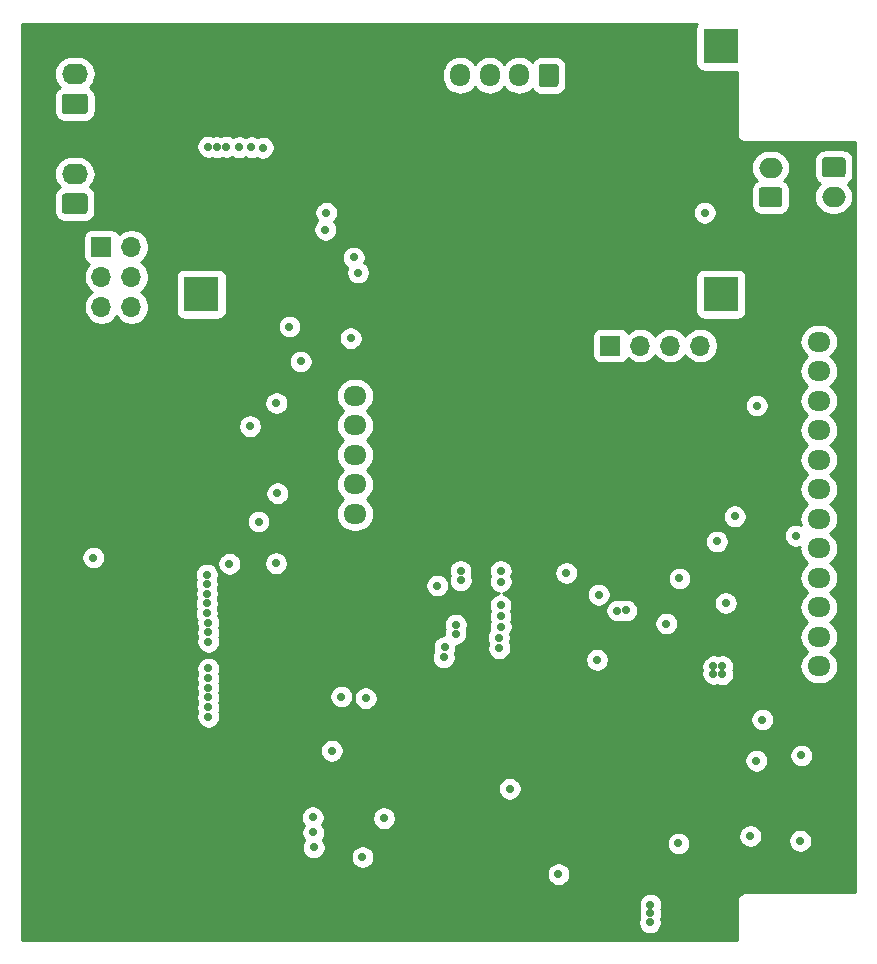
<source format=gbr>
%TF.GenerationSoftware,KiCad,Pcbnew,(5.1.9)-1*%
%TF.CreationDate,2021-11-29T10:56:02+07:00*%
%TF.ProjectId,Hackathon_PCB,4861636b-6174-4686-9f6e-5f5043422e6b,rev?*%
%TF.SameCoordinates,Original*%
%TF.FileFunction,Copper,L2,Inr*%
%TF.FilePolarity,Positive*%
%FSLAX46Y46*%
G04 Gerber Fmt 4.6, Leading zero omitted, Abs format (unit mm)*
G04 Created by KiCad (PCBNEW (5.1.9)-1) date 2021-11-29 10:56:02*
%MOMM*%
%LPD*%
G01*
G04 APERTURE LIST*
%TA.AperFunction,ComponentPad*%
%ADD10R,1.700000X1.700000*%
%TD*%
%TA.AperFunction,ComponentPad*%
%ADD11O,1.700000X1.700000*%
%TD*%
%TA.AperFunction,ComponentPad*%
%ADD12O,2.000000X1.700000*%
%TD*%
%TA.AperFunction,ComponentPad*%
%ADD13O,1.700000X1.950000*%
%TD*%
%TA.AperFunction,ComponentPad*%
%ADD14R,3.000000X3.000000*%
%TD*%
%TA.AperFunction,ComponentPad*%
%ADD15O,2.190000X1.740000*%
%TD*%
%TA.AperFunction,ComponentPad*%
%ADD16O,1.950000X1.700000*%
%TD*%
%TA.AperFunction,ViaPad*%
%ADD17C,0.700000*%
%TD*%
%TA.AperFunction,Conductor*%
%ADD18C,0.254000*%
%TD*%
%TA.AperFunction,Conductor*%
%ADD19C,0.100000*%
%TD*%
G04 APERTURE END LIST*
D10*
%TO.N,/ESP_RX*%
%TO.C,J3*%
X75440000Y-51590000D03*
D11*
%TO.N,/ESP_TX*%
X77980000Y-51590000D03*
%TO.N,Net-(J3-Pad3)*%
X75440000Y-54130000D03*
%TO.N,Net-(J3-Pad4)*%
X77980000Y-54130000D03*
%TO.N,/ESP32C3-12F-Minsys/RXD0*%
X75440000Y-56670000D03*
%TO.N,/ESP32C3-12F-Minsys/TXD0*%
X77980000Y-56670000D03*
%TD*%
%TO.N,Net-(J4-Pad1)*%
%TO.C,J4*%
%TA.AperFunction,ComponentPad*%
G36*
G01*
X136700000Y-44010000D02*
X138200000Y-44010000D01*
G75*
G02*
X138450000Y-44260000I0J-250000D01*
G01*
X138450000Y-45460000D01*
G75*
G02*
X138200000Y-45710000I-250000J0D01*
G01*
X136700000Y-45710000D01*
G75*
G02*
X136450000Y-45460000I0J250000D01*
G01*
X136450000Y-44260000D01*
G75*
G02*
X136700000Y-44010000I250000J0D01*
G01*
G37*
%TD.AperFunction*%
D12*
%TO.N,Net-(J4-Pad2)*%
X137450000Y-47360000D03*
%TD*%
%TO.N,Net-(BT1-Pad1+)*%
%TO.C,J5*%
X132100000Y-44890000D03*
%TO.N,Net-(BT1-Pad1-)*%
%TA.AperFunction,ComponentPad*%
G36*
G01*
X132850000Y-48240000D02*
X131350000Y-48240000D01*
G75*
G02*
X131100000Y-47990000I0J250000D01*
G01*
X131100000Y-46790000D01*
G75*
G02*
X131350000Y-46540000I250000J0D01*
G01*
X132850000Y-46540000D01*
G75*
G02*
X133100000Y-46790000I0J-250000D01*
G01*
X133100000Y-47990000D01*
G75*
G02*
X132850000Y-48240000I-250000J0D01*
G01*
G37*
%TD.AperFunction*%
%TD*%
%TO.N,Net-(J6-Pad1)*%
%TO.C,J6*%
%TA.AperFunction,ComponentPad*%
G36*
G01*
X114160000Y-36355000D02*
X114160000Y-37805000D01*
G75*
G02*
X113910000Y-38055000I-250000J0D01*
G01*
X112710000Y-38055000D01*
G75*
G02*
X112460000Y-37805000I0J250000D01*
G01*
X112460000Y-36355000D01*
G75*
G02*
X112710000Y-36105000I250000J0D01*
G01*
X113910000Y-36105000D01*
G75*
G02*
X114160000Y-36355000I0J-250000D01*
G01*
G37*
%TD.AperFunction*%
D13*
%TO.N,Net-(J6-Pad2)*%
X110810000Y-37080000D03*
%TO.N,Net-(J6-Pad3)*%
X108310000Y-37080000D03*
%TO.N,Net-(J6-Pad4)*%
X105810000Y-37080000D03*
%TD*%
D14*
%TO.N,Net-(S3-Pad3)*%
%TO.C,U2*%
X127900000Y-55590000D03*
%TO.N,Net-(J4-Pad1)*%
X127900000Y-34590000D03*
%TO.N,GND*%
X83900000Y-34590000D03*
%TO.N,Net-(F3-Pad2)*%
X83900000Y-55590000D03*
%TD*%
D11*
%TO.N,Net-(J6-Pad1)*%
%TO.C,U3*%
X126150000Y-59948000D03*
%TO.N,Net-(J6-Pad3)*%
X121070000Y-59948000D03*
%TO.N,Net-(J6-Pad2)*%
X123610000Y-59948000D03*
D10*
%TO.N,Net-(J6-Pad4)*%
X118530000Y-59948000D03*
%TD*%
D15*
%TO.N,GND*%
%TO.C,J7*%
X73200000Y-34410000D03*
%TO.N,/GAS_DATA*%
X73200000Y-36950000D03*
%TO.N,Net-(F1-Pad1)*%
%TA.AperFunction,ComponentPad*%
G36*
G01*
X74045001Y-40360000D02*
X72354999Y-40360000D01*
G75*
G02*
X72105000Y-40110001I0J249999D01*
G01*
X72105000Y-38869999D01*
G75*
G02*
X72354999Y-38620000I249999J0D01*
G01*
X74045001Y-38620000D01*
G75*
G02*
X74295000Y-38869999I0J-249999D01*
G01*
X74295000Y-40110001D01*
G75*
G02*
X74045001Y-40360000I-249999J0D01*
G01*
G37*
%TD.AperFunction*%
%TD*%
%TO.N,Net-(F2-Pad1)*%
%TO.C,J8*%
%TA.AperFunction,ComponentPad*%
G36*
G01*
X74035001Y-48810000D02*
X72344999Y-48810000D01*
G75*
G02*
X72095000Y-48560001I0J249999D01*
G01*
X72095000Y-47319999D01*
G75*
G02*
X72344999Y-47070000I249999J0D01*
G01*
X74035001Y-47070000D01*
G75*
G02*
X74285000Y-47319999I0J-249999D01*
G01*
X74285000Y-48560001D01*
G75*
G02*
X74035001Y-48810000I-249999J0D01*
G01*
G37*
%TD.AperFunction*%
%TO.N,/DHT_DATA*%
X73190000Y-45400000D03*
%TO.N,GND*%
X73190000Y-42860000D03*
%TD*%
%TO.N,GND*%
%TO.C,J1*%
%TA.AperFunction,ComponentPad*%
G36*
G01*
X136915000Y-92960000D02*
X135465000Y-92960000D01*
G75*
G02*
X135215000Y-92710000I0J250000D01*
G01*
X135215000Y-91510000D01*
G75*
G02*
X135465000Y-91260000I250000J0D01*
G01*
X136915000Y-91260000D01*
G75*
G02*
X137165000Y-91510000I0J-250000D01*
G01*
X137165000Y-92710000D01*
G75*
G02*
X136915000Y-92960000I-250000J0D01*
G01*
G37*
%TD.AperFunction*%
D16*
X136190000Y-89610000D03*
%TO.N,/DHT_DATA*%
X136190000Y-87110000D03*
%TO.N,/GAS_DATA*%
X136190000Y-84610000D03*
%TO.N,/M_TX*%
X136190000Y-82110000D03*
%TO.N,/M_RX*%
X136190000Y-79610000D03*
%TO.N,/PERST*%
X136190000Y-77110000D03*
%TO.N,/M_DIS*%
X136190000Y-74610000D03*
%TO.N,/M_WAKE*%
X136190000Y-72110000D03*
%TO.N,/M_EN*%
X136190000Y-69610000D03*
%TO.N,/ESP_TX*%
X136190000Y-67110000D03*
%TO.N,/ESP_RX*%
X136190000Y-64610000D03*
%TO.N,/ESP_EN*%
X136190000Y-62110000D03*
%TO.N,+5V*%
X136190000Y-59610000D03*
%TD*%
%TO.N,GND*%
%TO.C,J2*%
%TA.AperFunction,ComponentPad*%
G36*
G01*
X96195000Y-60860000D02*
X97645000Y-60860000D01*
G75*
G02*
X97895000Y-61110000I0J-250000D01*
G01*
X97895000Y-62310000D01*
G75*
G02*
X97645000Y-62560000I-250000J0D01*
G01*
X96195000Y-62560000D01*
G75*
G02*
X95945000Y-62310000I0J250000D01*
G01*
X95945000Y-61110000D01*
G75*
G02*
X96195000Y-60860000I250000J0D01*
G01*
G37*
%TD.AperFunction*%
%TO.N,/ESP32C3-12F-Minsys/RTS*%
X96920000Y-64210000D03*
%TO.N,/ESP32C3-12F-Minsys/RXD0*%
X96920000Y-66710000D03*
%TO.N,/ESP32C3-12F-Minsys/TXD0*%
X96920000Y-69210000D03*
%TO.N,/ESP32C3-12F-Minsys/DTR*%
X96920000Y-71710000D03*
%TO.N,/ESP32C3-12F-Minsys/ESP_VCC*%
X96920000Y-74210000D03*
%TD*%
D17*
%TO.N,/ESP32C3-12F-Minsys/CHIP_EN*%
X88750000Y-74850000D03*
X90230000Y-78380000D03*
X74750000Y-77900000D03*
X86275000Y-78440000D03*
X134600000Y-101890000D03*
X97170000Y-53770000D03*
X91370000Y-58340000D03*
X88030000Y-66770000D03*
%TO.N,GND*%
X84770000Y-45010000D03*
X85740000Y-45000000D03*
X86700000Y-45030000D03*
X84440000Y-45990000D03*
X84360000Y-46980000D03*
X87670000Y-45010000D03*
X88600000Y-45130000D03*
X89160000Y-45990000D03*
X104530000Y-68190000D03*
X106140000Y-68190000D03*
X107660000Y-68170000D03*
X109240000Y-68220000D03*
X110990000Y-68220000D03*
X107690000Y-69950000D03*
X104560000Y-69970000D03*
X106170000Y-69970000D03*
X111020000Y-70000000D03*
X109270000Y-70000000D03*
X106200000Y-71810000D03*
X111050000Y-71840000D03*
X109300000Y-71840000D03*
X107720000Y-71790000D03*
X104590000Y-71810000D03*
X107860000Y-73710000D03*
X111190000Y-73760000D03*
X106340000Y-73730000D03*
X104730000Y-73730000D03*
X109440000Y-73760000D03*
X86390000Y-89400000D03*
X86380000Y-90280000D03*
X86820000Y-90980000D03*
X87440000Y-91620000D03*
X92130000Y-97370000D03*
X92200000Y-96390000D03*
X92220000Y-95460000D03*
X92030000Y-91550000D03*
X92010000Y-92450000D03*
X91990000Y-93390000D03*
X91990000Y-94310000D03*
X126610000Y-86230000D03*
X126940000Y-79470000D03*
X127960000Y-79490000D03*
X127990000Y-80370000D03*
X126960000Y-80420000D03*
X98540000Y-40740000D03*
X99980000Y-40740000D03*
X101410000Y-40770000D03*
X99950000Y-41870000D03*
X101380000Y-41900000D03*
X98510000Y-41870000D03*
X98510000Y-42970000D03*
X101380000Y-43000000D03*
X99950000Y-42970000D03*
X118900000Y-40810000D03*
X117430000Y-41940000D03*
X120330000Y-40840000D03*
X117460000Y-40810000D03*
X117430000Y-43040000D03*
X120300000Y-41970000D03*
X118870000Y-41940000D03*
X120300000Y-43070000D03*
X118870000Y-43040000D03*
X117370000Y-49840000D03*
X120240000Y-48770000D03*
X117370000Y-48740000D03*
X120240000Y-49870000D03*
X118840000Y-47610000D03*
X117400000Y-47610000D03*
X118810000Y-48740000D03*
X120270000Y-47640000D03*
X118810000Y-49840000D03*
X116850000Y-72250000D03*
X118320000Y-70020000D03*
X116880000Y-70020000D03*
X119750000Y-70050000D03*
X119720000Y-71180000D03*
X118290000Y-71150000D03*
X116850000Y-71150000D03*
X119720000Y-72280000D03*
X118290000Y-72250000D03*
X74510000Y-94330000D03*
X75920000Y-96560000D03*
X75950000Y-94330000D03*
X77380000Y-94360000D03*
X77350000Y-96590000D03*
X77350000Y-95490000D03*
X74480000Y-96560000D03*
X75920000Y-95460000D03*
X74480000Y-95460000D03*
X95700000Y-88220000D03*
X96810000Y-88200000D03*
X97940000Y-88200000D03*
X73510000Y-67370000D03*
X76380000Y-66300000D03*
X73510000Y-66270000D03*
X76380000Y-67400000D03*
X74980000Y-65140000D03*
X73540000Y-65140000D03*
X74950000Y-66270000D03*
X76410000Y-65170000D03*
X74950000Y-67370000D03*
X74910000Y-70770000D03*
X76340000Y-69700000D03*
X73500000Y-68540000D03*
X74910000Y-69670000D03*
X74940000Y-68540000D03*
X73470000Y-69670000D03*
X73470000Y-70770000D03*
X76370000Y-68570000D03*
X76340000Y-70800000D03*
X113100000Y-90750000D03*
X114540000Y-90750000D03*
X115970000Y-91880000D03*
X114540000Y-91850000D03*
X116000000Y-89650000D03*
X113130000Y-89620000D03*
X113100000Y-91850000D03*
X115970000Y-90780000D03*
X114570000Y-89620000D03*
%TO.N,/ESP32C3-12F-Minsys/IO9*%
X134700000Y-94660000D03*
X96800000Y-52490000D03*
%TO.N,/ESP32C3-12F-Minsys/ESP_VCC*%
X84490000Y-85020000D03*
X84480000Y-84230000D03*
X84490000Y-83410000D03*
X84360000Y-82610000D03*
X84370000Y-81780000D03*
X84390000Y-80960000D03*
X84380000Y-80140000D03*
X84380000Y-79340000D03*
%TO.N,+5V*%
X105858200Y-79041200D03*
X105870000Y-79830000D03*
X105460000Y-83580000D03*
X105430000Y-84350000D03*
X104500000Y-85470000D03*
X104420000Y-86360000D03*
X84490000Y-87290000D03*
X84500000Y-88110000D03*
X84490000Y-88930000D03*
X84490000Y-89750000D03*
X84490000Y-90570000D03*
X84490000Y-91380000D03*
X89120000Y-43210000D03*
X88140000Y-43160000D03*
X87100000Y-43160000D03*
X86020000Y-43130000D03*
X85230000Y-43150000D03*
X84480000Y-43120000D03*
%TO.N,/ESP32C3-12F-Minsys/RTS*%
X90260000Y-64820000D03*
%TO.N,/ESP32C3-12F-Minsys/TXD0*%
X96560000Y-59320000D03*
%TO.N,/ESP32C3-12F-Minsys/DTR*%
X90337500Y-72450000D03*
X92320000Y-61300000D03*
%TO.N,/Modem/SIM_VDD*%
X110020000Y-97480000D03*
X114140000Y-104700000D03*
%TO.N,/Modem/VCC_MODEM*%
X109261800Y-79041200D03*
X109260000Y-79940000D03*
X109240000Y-81930000D03*
X109240000Y-82860000D03*
X109260000Y-83740000D03*
X109090000Y-84680000D03*
X109120000Y-85570000D03*
X114800000Y-79210000D03*
X119130000Y-82390000D03*
X119880000Y-82380000D03*
X127240000Y-87100000D03*
X128000000Y-87110000D03*
X127250000Y-87740000D03*
X128000000Y-87770000D03*
X121890000Y-108800000D03*
X121930000Y-108030000D03*
X121930000Y-107290000D03*
%TO.N,Net-(IC2-Pad1)*%
X117550000Y-81040000D03*
X103870000Y-80270000D03*
%TO.N,/ESP_TX*%
X94410000Y-50150000D03*
%TO.N,/ESP_RX*%
X94480000Y-48710000D03*
%TO.N,/ESP_EN*%
X130940000Y-65030000D03*
%TO.N,Net-(J9-Pad42)*%
X131390000Y-91620000D03*
X128310000Y-81750000D03*
X123260000Y-83490000D03*
X117410000Y-86570000D03*
%TO.N,Net-(J9-Pad20)*%
X124390000Y-79670000D03*
X127560000Y-76540000D03*
%TO.N,Net-(J9-Pad13)*%
X130890000Y-95100000D03*
X130380000Y-101480000D03*
%TO.N,Net-(J9-Pad1)*%
X129080000Y-74410000D03*
X124300000Y-102110000D03*
%TO.N,Net-(J10-PadC7)*%
X97550000Y-103260000D03*
X93420000Y-102440000D03*
%TO.N,Net-(J10-PadC6)*%
X97830000Y-89800000D03*
X93340000Y-99890000D03*
%TO.N,Net-(J10-PadC2)*%
X94960000Y-94260000D03*
X95750000Y-89670000D03*
X99370000Y-99960000D03*
X93380000Y-101170000D03*
%TO.N,/BAT_STAT*%
X134250000Y-76050000D03*
X126537500Y-48700000D03*
%TD*%
D18*
%TO.N,GND*%
X125790075Y-32837361D02*
X125752507Y-32961206D01*
X125739822Y-33090000D01*
X125739822Y-36090000D01*
X125752507Y-36218794D01*
X125790075Y-36342639D01*
X125851082Y-36456775D01*
X125933184Y-36556816D01*
X126033225Y-36638918D01*
X126147361Y-36699925D01*
X126271206Y-36737493D01*
X126400000Y-36750178D01*
X129243001Y-36750178D01*
X129243000Y-41962819D01*
X129239338Y-42000000D01*
X129253954Y-42148398D01*
X129297240Y-42291093D01*
X129367533Y-42422601D01*
X129462131Y-42537869D01*
X129577399Y-42632467D01*
X129708907Y-42702760D01*
X129851602Y-42746046D01*
X130000000Y-42760662D01*
X130037180Y-42757000D01*
X139243000Y-42757000D01*
X139243001Y-106243000D01*
X130037180Y-106243000D01*
X130000000Y-106239338D01*
X129962819Y-106243000D01*
X129851602Y-106253954D01*
X129708907Y-106297240D01*
X129577399Y-106367533D01*
X129462131Y-106462131D01*
X129367533Y-106577399D01*
X129297240Y-106708907D01*
X129253954Y-106851602D01*
X129239338Y-107000000D01*
X129243000Y-107037181D01*
X129243001Y-110243000D01*
X68757000Y-110243000D01*
X68757000Y-108700819D01*
X120883000Y-108700819D01*
X120883000Y-108899181D01*
X120921699Y-109093731D01*
X120997609Y-109276993D01*
X121107812Y-109441925D01*
X121248075Y-109582188D01*
X121413007Y-109692391D01*
X121596269Y-109768301D01*
X121790819Y-109807000D01*
X121989181Y-109807000D01*
X122183731Y-109768301D01*
X122366993Y-109692391D01*
X122531925Y-109582188D01*
X122672188Y-109441925D01*
X122782391Y-109276993D01*
X122858301Y-109093731D01*
X122897000Y-108899181D01*
X122897000Y-108700819D01*
X122858301Y-108506269D01*
X122840496Y-108463284D01*
X122898301Y-108323731D01*
X122937000Y-108129181D01*
X122937000Y-107930819D01*
X122898301Y-107736269D01*
X122866709Y-107660000D01*
X122898301Y-107583731D01*
X122937000Y-107389181D01*
X122937000Y-107190819D01*
X122898301Y-106996269D01*
X122822391Y-106813007D01*
X122712188Y-106648075D01*
X122571925Y-106507812D01*
X122406993Y-106397609D01*
X122223731Y-106321699D01*
X122029181Y-106283000D01*
X121830819Y-106283000D01*
X121636269Y-106321699D01*
X121453007Y-106397609D01*
X121288075Y-106507812D01*
X121147812Y-106648075D01*
X121037609Y-106813007D01*
X120961699Y-106996269D01*
X120923000Y-107190819D01*
X120923000Y-107389181D01*
X120961699Y-107583731D01*
X120993291Y-107660000D01*
X120961699Y-107736269D01*
X120923000Y-107930819D01*
X120923000Y-108129181D01*
X120961699Y-108323731D01*
X120979504Y-108366716D01*
X120921699Y-108506269D01*
X120883000Y-108700819D01*
X68757000Y-108700819D01*
X68757000Y-104600819D01*
X113133000Y-104600819D01*
X113133000Y-104799181D01*
X113171699Y-104993731D01*
X113247609Y-105176993D01*
X113357812Y-105341925D01*
X113498075Y-105482188D01*
X113663007Y-105592391D01*
X113846269Y-105668301D01*
X114040819Y-105707000D01*
X114239181Y-105707000D01*
X114433731Y-105668301D01*
X114616993Y-105592391D01*
X114781925Y-105482188D01*
X114922188Y-105341925D01*
X115032391Y-105176993D01*
X115108301Y-104993731D01*
X115147000Y-104799181D01*
X115147000Y-104600819D01*
X115108301Y-104406269D01*
X115032391Y-104223007D01*
X114922188Y-104058075D01*
X114781925Y-103917812D01*
X114616993Y-103807609D01*
X114433731Y-103731699D01*
X114239181Y-103693000D01*
X114040819Y-103693000D01*
X113846269Y-103731699D01*
X113663007Y-103807609D01*
X113498075Y-103917812D01*
X113357812Y-104058075D01*
X113247609Y-104223007D01*
X113171699Y-104406269D01*
X113133000Y-104600819D01*
X68757000Y-104600819D01*
X68757000Y-99790819D01*
X92333000Y-99790819D01*
X92333000Y-99989181D01*
X92371699Y-100183731D01*
X92447609Y-100366993D01*
X92557812Y-100531925D01*
X92580248Y-100554361D01*
X92487609Y-100693007D01*
X92411699Y-100876269D01*
X92373000Y-101070819D01*
X92373000Y-101269181D01*
X92411699Y-101463731D01*
X92487609Y-101646993D01*
X92597812Y-101811925D01*
X92616243Y-101830356D01*
X92527609Y-101963007D01*
X92451699Y-102146269D01*
X92413000Y-102340819D01*
X92413000Y-102539181D01*
X92451699Y-102733731D01*
X92527609Y-102916993D01*
X92637812Y-103081925D01*
X92778075Y-103222188D01*
X92943007Y-103332391D01*
X93126269Y-103408301D01*
X93320819Y-103447000D01*
X93519181Y-103447000D01*
X93713731Y-103408301D01*
X93896993Y-103332391D01*
X94061925Y-103222188D01*
X94123294Y-103160819D01*
X96543000Y-103160819D01*
X96543000Y-103359181D01*
X96581699Y-103553731D01*
X96657609Y-103736993D01*
X96767812Y-103901925D01*
X96908075Y-104042188D01*
X97073007Y-104152391D01*
X97256269Y-104228301D01*
X97450819Y-104267000D01*
X97649181Y-104267000D01*
X97843731Y-104228301D01*
X98026993Y-104152391D01*
X98191925Y-104042188D01*
X98332188Y-103901925D01*
X98442391Y-103736993D01*
X98518301Y-103553731D01*
X98557000Y-103359181D01*
X98557000Y-103160819D01*
X98518301Y-102966269D01*
X98442391Y-102783007D01*
X98332188Y-102618075D01*
X98191925Y-102477812D01*
X98026993Y-102367609D01*
X97843731Y-102291699D01*
X97649181Y-102253000D01*
X97450819Y-102253000D01*
X97256269Y-102291699D01*
X97073007Y-102367609D01*
X96908075Y-102477812D01*
X96767812Y-102618075D01*
X96657609Y-102783007D01*
X96581699Y-102966269D01*
X96543000Y-103160819D01*
X94123294Y-103160819D01*
X94202188Y-103081925D01*
X94312391Y-102916993D01*
X94388301Y-102733731D01*
X94427000Y-102539181D01*
X94427000Y-102340819D01*
X94388301Y-102146269D01*
X94332196Y-102010819D01*
X123293000Y-102010819D01*
X123293000Y-102209181D01*
X123331699Y-102403731D01*
X123407609Y-102586993D01*
X123517812Y-102751925D01*
X123658075Y-102892188D01*
X123823007Y-103002391D01*
X124006269Y-103078301D01*
X124200819Y-103117000D01*
X124399181Y-103117000D01*
X124593731Y-103078301D01*
X124776993Y-103002391D01*
X124941925Y-102892188D01*
X125082188Y-102751925D01*
X125192391Y-102586993D01*
X125268301Y-102403731D01*
X125307000Y-102209181D01*
X125307000Y-102010819D01*
X125268301Y-101816269D01*
X125192391Y-101633007D01*
X125082188Y-101468075D01*
X124994932Y-101380819D01*
X129373000Y-101380819D01*
X129373000Y-101579181D01*
X129411699Y-101773731D01*
X129487609Y-101956993D01*
X129597812Y-102121925D01*
X129738075Y-102262188D01*
X129903007Y-102372391D01*
X130086269Y-102448301D01*
X130280819Y-102487000D01*
X130479181Y-102487000D01*
X130673731Y-102448301D01*
X130856993Y-102372391D01*
X131021925Y-102262188D01*
X131162188Y-102121925D01*
X131272391Y-101956993D01*
X131341222Y-101790819D01*
X133593000Y-101790819D01*
X133593000Y-101989181D01*
X133631699Y-102183731D01*
X133707609Y-102366993D01*
X133817812Y-102531925D01*
X133958075Y-102672188D01*
X134123007Y-102782391D01*
X134306269Y-102858301D01*
X134500819Y-102897000D01*
X134699181Y-102897000D01*
X134893731Y-102858301D01*
X135076993Y-102782391D01*
X135241925Y-102672188D01*
X135382188Y-102531925D01*
X135492391Y-102366993D01*
X135568301Y-102183731D01*
X135607000Y-101989181D01*
X135607000Y-101790819D01*
X135568301Y-101596269D01*
X135492391Y-101413007D01*
X135382188Y-101248075D01*
X135241925Y-101107812D01*
X135076993Y-100997609D01*
X134893731Y-100921699D01*
X134699181Y-100883000D01*
X134500819Y-100883000D01*
X134306269Y-100921699D01*
X134123007Y-100997609D01*
X133958075Y-101107812D01*
X133817812Y-101248075D01*
X133707609Y-101413007D01*
X133631699Y-101596269D01*
X133593000Y-101790819D01*
X131341222Y-101790819D01*
X131348301Y-101773731D01*
X131387000Y-101579181D01*
X131387000Y-101380819D01*
X131348301Y-101186269D01*
X131272391Y-101003007D01*
X131162188Y-100838075D01*
X131021925Y-100697812D01*
X130856993Y-100587609D01*
X130673731Y-100511699D01*
X130479181Y-100473000D01*
X130280819Y-100473000D01*
X130086269Y-100511699D01*
X129903007Y-100587609D01*
X129738075Y-100697812D01*
X129597812Y-100838075D01*
X129487609Y-101003007D01*
X129411699Y-101186269D01*
X129373000Y-101380819D01*
X124994932Y-101380819D01*
X124941925Y-101327812D01*
X124776993Y-101217609D01*
X124593731Y-101141699D01*
X124399181Y-101103000D01*
X124200819Y-101103000D01*
X124006269Y-101141699D01*
X123823007Y-101217609D01*
X123658075Y-101327812D01*
X123517812Y-101468075D01*
X123407609Y-101633007D01*
X123331699Y-101816269D01*
X123293000Y-102010819D01*
X94332196Y-102010819D01*
X94312391Y-101963007D01*
X94202188Y-101798075D01*
X94183757Y-101779644D01*
X94272391Y-101646993D01*
X94348301Y-101463731D01*
X94387000Y-101269181D01*
X94387000Y-101070819D01*
X94348301Y-100876269D01*
X94272391Y-100693007D01*
X94162188Y-100528075D01*
X94139752Y-100505639D01*
X94232391Y-100366993D01*
X94308301Y-100183731D01*
X94347000Y-99989181D01*
X94347000Y-99860819D01*
X98363000Y-99860819D01*
X98363000Y-100059181D01*
X98401699Y-100253731D01*
X98477609Y-100436993D01*
X98587812Y-100601925D01*
X98728075Y-100742188D01*
X98893007Y-100852391D01*
X99076269Y-100928301D01*
X99270819Y-100967000D01*
X99469181Y-100967000D01*
X99663731Y-100928301D01*
X99846993Y-100852391D01*
X100011925Y-100742188D01*
X100152188Y-100601925D01*
X100262391Y-100436993D01*
X100338301Y-100253731D01*
X100377000Y-100059181D01*
X100377000Y-99860819D01*
X100338301Y-99666269D01*
X100262391Y-99483007D01*
X100152188Y-99318075D01*
X100011925Y-99177812D01*
X99846993Y-99067609D01*
X99663731Y-98991699D01*
X99469181Y-98953000D01*
X99270819Y-98953000D01*
X99076269Y-98991699D01*
X98893007Y-99067609D01*
X98728075Y-99177812D01*
X98587812Y-99318075D01*
X98477609Y-99483007D01*
X98401699Y-99666269D01*
X98363000Y-99860819D01*
X94347000Y-99860819D01*
X94347000Y-99790819D01*
X94308301Y-99596269D01*
X94232391Y-99413007D01*
X94122188Y-99248075D01*
X93981925Y-99107812D01*
X93816993Y-98997609D01*
X93633731Y-98921699D01*
X93439181Y-98883000D01*
X93240819Y-98883000D01*
X93046269Y-98921699D01*
X92863007Y-98997609D01*
X92698075Y-99107812D01*
X92557812Y-99248075D01*
X92447609Y-99413007D01*
X92371699Y-99596269D01*
X92333000Y-99790819D01*
X68757000Y-99790819D01*
X68757000Y-97380819D01*
X109013000Y-97380819D01*
X109013000Y-97579181D01*
X109051699Y-97773731D01*
X109127609Y-97956993D01*
X109237812Y-98121925D01*
X109378075Y-98262188D01*
X109543007Y-98372391D01*
X109726269Y-98448301D01*
X109920819Y-98487000D01*
X110119181Y-98487000D01*
X110313731Y-98448301D01*
X110496993Y-98372391D01*
X110661925Y-98262188D01*
X110802188Y-98121925D01*
X110912391Y-97956993D01*
X110988301Y-97773731D01*
X111027000Y-97579181D01*
X111027000Y-97380819D01*
X110988301Y-97186269D01*
X110912391Y-97003007D01*
X110802188Y-96838075D01*
X110661925Y-96697812D01*
X110496993Y-96587609D01*
X110313731Y-96511699D01*
X110119181Y-96473000D01*
X109920819Y-96473000D01*
X109726269Y-96511699D01*
X109543007Y-96587609D01*
X109378075Y-96697812D01*
X109237812Y-96838075D01*
X109127609Y-97003007D01*
X109051699Y-97186269D01*
X109013000Y-97380819D01*
X68757000Y-97380819D01*
X68757000Y-94160819D01*
X93953000Y-94160819D01*
X93953000Y-94359181D01*
X93991699Y-94553731D01*
X94067609Y-94736993D01*
X94177812Y-94901925D01*
X94318075Y-95042188D01*
X94483007Y-95152391D01*
X94666269Y-95228301D01*
X94860819Y-95267000D01*
X95059181Y-95267000D01*
X95253731Y-95228301D01*
X95436993Y-95152391D01*
X95601925Y-95042188D01*
X95643294Y-95000819D01*
X129883000Y-95000819D01*
X129883000Y-95199181D01*
X129921699Y-95393731D01*
X129997609Y-95576993D01*
X130107812Y-95741925D01*
X130248075Y-95882188D01*
X130413007Y-95992391D01*
X130596269Y-96068301D01*
X130790819Y-96107000D01*
X130989181Y-96107000D01*
X131183731Y-96068301D01*
X131366993Y-95992391D01*
X131531925Y-95882188D01*
X131672188Y-95741925D01*
X131782391Y-95576993D01*
X131858301Y-95393731D01*
X131897000Y-95199181D01*
X131897000Y-95000819D01*
X131858301Y-94806269D01*
X131782391Y-94623007D01*
X131740839Y-94560819D01*
X133693000Y-94560819D01*
X133693000Y-94759181D01*
X133731699Y-94953731D01*
X133807609Y-95136993D01*
X133917812Y-95301925D01*
X134058075Y-95442188D01*
X134223007Y-95552391D01*
X134406269Y-95628301D01*
X134600819Y-95667000D01*
X134799181Y-95667000D01*
X134993731Y-95628301D01*
X135176993Y-95552391D01*
X135341925Y-95442188D01*
X135482188Y-95301925D01*
X135592391Y-95136993D01*
X135668301Y-94953731D01*
X135707000Y-94759181D01*
X135707000Y-94560819D01*
X135668301Y-94366269D01*
X135592391Y-94183007D01*
X135482188Y-94018075D01*
X135341925Y-93877812D01*
X135176993Y-93767609D01*
X134993731Y-93691699D01*
X134799181Y-93653000D01*
X134600819Y-93653000D01*
X134406269Y-93691699D01*
X134223007Y-93767609D01*
X134058075Y-93877812D01*
X133917812Y-94018075D01*
X133807609Y-94183007D01*
X133731699Y-94366269D01*
X133693000Y-94560819D01*
X131740839Y-94560819D01*
X131672188Y-94458075D01*
X131531925Y-94317812D01*
X131366993Y-94207609D01*
X131183731Y-94131699D01*
X130989181Y-94093000D01*
X130790819Y-94093000D01*
X130596269Y-94131699D01*
X130413007Y-94207609D01*
X130248075Y-94317812D01*
X130107812Y-94458075D01*
X129997609Y-94623007D01*
X129921699Y-94806269D01*
X129883000Y-95000819D01*
X95643294Y-95000819D01*
X95742188Y-94901925D01*
X95852391Y-94736993D01*
X95928301Y-94553731D01*
X95967000Y-94359181D01*
X95967000Y-94160819D01*
X95928301Y-93966269D01*
X95852391Y-93783007D01*
X95742188Y-93618075D01*
X95601925Y-93477812D01*
X95436993Y-93367609D01*
X95253731Y-93291699D01*
X95059181Y-93253000D01*
X94860819Y-93253000D01*
X94666269Y-93291699D01*
X94483007Y-93367609D01*
X94318075Y-93477812D01*
X94177812Y-93618075D01*
X94067609Y-93783007D01*
X93991699Y-93966269D01*
X93953000Y-94160819D01*
X68757000Y-94160819D01*
X68757000Y-87190819D01*
X83483000Y-87190819D01*
X83483000Y-87389181D01*
X83521699Y-87583731D01*
X83574859Y-87712071D01*
X83531699Y-87816269D01*
X83493000Y-88010819D01*
X83493000Y-88209181D01*
X83531699Y-88403731D01*
X83574859Y-88507929D01*
X83521699Y-88636269D01*
X83483000Y-88830819D01*
X83483000Y-89029181D01*
X83521699Y-89223731D01*
X83569859Y-89340000D01*
X83521699Y-89456269D01*
X83483000Y-89650819D01*
X83483000Y-89849181D01*
X83521699Y-90043731D01*
X83569859Y-90160000D01*
X83521699Y-90276269D01*
X83483000Y-90470819D01*
X83483000Y-90669181D01*
X83521699Y-90863731D01*
X83567788Y-90975000D01*
X83521699Y-91086269D01*
X83483000Y-91280819D01*
X83483000Y-91479181D01*
X83521699Y-91673731D01*
X83597609Y-91856993D01*
X83707812Y-92021925D01*
X83848075Y-92162188D01*
X84013007Y-92272391D01*
X84196269Y-92348301D01*
X84390819Y-92387000D01*
X84589181Y-92387000D01*
X84783731Y-92348301D01*
X84966993Y-92272391D01*
X85131925Y-92162188D01*
X85272188Y-92021925D01*
X85382391Y-91856993D01*
X85458301Y-91673731D01*
X85488717Y-91520819D01*
X130383000Y-91520819D01*
X130383000Y-91719181D01*
X130421699Y-91913731D01*
X130497609Y-92096993D01*
X130607812Y-92261925D01*
X130748075Y-92402188D01*
X130913007Y-92512391D01*
X131096269Y-92588301D01*
X131290819Y-92627000D01*
X131489181Y-92627000D01*
X131683731Y-92588301D01*
X131866993Y-92512391D01*
X132031925Y-92402188D01*
X132172188Y-92261925D01*
X132282391Y-92096993D01*
X132358301Y-91913731D01*
X132397000Y-91719181D01*
X132397000Y-91520819D01*
X132358301Y-91326269D01*
X132282391Y-91143007D01*
X132172188Y-90978075D01*
X132031925Y-90837812D01*
X131866993Y-90727609D01*
X131683731Y-90651699D01*
X131489181Y-90613000D01*
X131290819Y-90613000D01*
X131096269Y-90651699D01*
X130913007Y-90727609D01*
X130748075Y-90837812D01*
X130607812Y-90978075D01*
X130497609Y-91143007D01*
X130421699Y-91326269D01*
X130383000Y-91520819D01*
X85488717Y-91520819D01*
X85497000Y-91479181D01*
X85497000Y-91280819D01*
X85458301Y-91086269D01*
X85412212Y-90975000D01*
X85458301Y-90863731D01*
X85497000Y-90669181D01*
X85497000Y-90470819D01*
X85458301Y-90276269D01*
X85410141Y-90160000D01*
X85458301Y-90043731D01*
X85497000Y-89849181D01*
X85497000Y-89650819D01*
X85481087Y-89570819D01*
X94743000Y-89570819D01*
X94743000Y-89769181D01*
X94781699Y-89963731D01*
X94857609Y-90146993D01*
X94967812Y-90311925D01*
X95108075Y-90452188D01*
X95273007Y-90562391D01*
X95456269Y-90638301D01*
X95650819Y-90677000D01*
X95849181Y-90677000D01*
X96043731Y-90638301D01*
X96226993Y-90562391D01*
X96391925Y-90452188D01*
X96532188Y-90311925D01*
X96642391Y-90146993D01*
X96718301Y-89963731D01*
X96757000Y-89769181D01*
X96757000Y-89700819D01*
X96823000Y-89700819D01*
X96823000Y-89899181D01*
X96861699Y-90093731D01*
X96937609Y-90276993D01*
X97047812Y-90441925D01*
X97188075Y-90582188D01*
X97353007Y-90692391D01*
X97536269Y-90768301D01*
X97730819Y-90807000D01*
X97929181Y-90807000D01*
X98123731Y-90768301D01*
X98306993Y-90692391D01*
X98471925Y-90582188D01*
X98612188Y-90441925D01*
X98722391Y-90276993D01*
X98798301Y-90093731D01*
X98837000Y-89899181D01*
X98837000Y-89700819D01*
X98798301Y-89506269D01*
X98722391Y-89323007D01*
X98612188Y-89158075D01*
X98471925Y-89017812D01*
X98306993Y-88907609D01*
X98123731Y-88831699D01*
X97929181Y-88793000D01*
X97730819Y-88793000D01*
X97536269Y-88831699D01*
X97353007Y-88907609D01*
X97188075Y-89017812D01*
X97047812Y-89158075D01*
X96937609Y-89323007D01*
X96861699Y-89506269D01*
X96823000Y-89700819D01*
X96757000Y-89700819D01*
X96757000Y-89570819D01*
X96718301Y-89376269D01*
X96642391Y-89193007D01*
X96532188Y-89028075D01*
X96391925Y-88887812D01*
X96226993Y-88777609D01*
X96043731Y-88701699D01*
X95849181Y-88663000D01*
X95650819Y-88663000D01*
X95456269Y-88701699D01*
X95273007Y-88777609D01*
X95108075Y-88887812D01*
X94967812Y-89028075D01*
X94857609Y-89193007D01*
X94781699Y-89376269D01*
X94743000Y-89570819D01*
X85481087Y-89570819D01*
X85458301Y-89456269D01*
X85410141Y-89340000D01*
X85458301Y-89223731D01*
X85497000Y-89029181D01*
X85497000Y-88830819D01*
X85458301Y-88636269D01*
X85415141Y-88532071D01*
X85468301Y-88403731D01*
X85507000Y-88209181D01*
X85507000Y-88010819D01*
X85468301Y-87816269D01*
X85415141Y-87687929D01*
X85458301Y-87583731D01*
X85497000Y-87389181D01*
X85497000Y-87190819D01*
X85458301Y-86996269D01*
X85382391Y-86813007D01*
X85272188Y-86648075D01*
X85131925Y-86507812D01*
X84966993Y-86397609D01*
X84783731Y-86321699D01*
X84589181Y-86283000D01*
X84390819Y-86283000D01*
X84196269Y-86321699D01*
X84013007Y-86397609D01*
X83848075Y-86507812D01*
X83707812Y-86648075D01*
X83597609Y-86813007D01*
X83521699Y-86996269D01*
X83483000Y-87190819D01*
X68757000Y-87190819D01*
X68757000Y-86260819D01*
X103413000Y-86260819D01*
X103413000Y-86459181D01*
X103451699Y-86653731D01*
X103527609Y-86836993D01*
X103637812Y-87001925D01*
X103778075Y-87142188D01*
X103943007Y-87252391D01*
X104126269Y-87328301D01*
X104320819Y-87367000D01*
X104519181Y-87367000D01*
X104713731Y-87328301D01*
X104896993Y-87252391D01*
X105061925Y-87142188D01*
X105202188Y-87001925D01*
X105312391Y-86836993D01*
X105388301Y-86653731D01*
X105427000Y-86459181D01*
X105427000Y-86260819D01*
X105388301Y-86066269D01*
X105359367Y-85996417D01*
X105392391Y-85946993D01*
X105468301Y-85763731D01*
X105507000Y-85569181D01*
X105507000Y-85370819D01*
X105504251Y-85357000D01*
X105529181Y-85357000D01*
X105723731Y-85318301D01*
X105906993Y-85242391D01*
X106071925Y-85132188D01*
X106212188Y-84991925D01*
X106322391Y-84826993D01*
X106398301Y-84643731D01*
X106410815Y-84580819D01*
X108083000Y-84580819D01*
X108083000Y-84779181D01*
X108121699Y-84973731D01*
X108197609Y-85156993D01*
X108199767Y-85160223D01*
X108151699Y-85276269D01*
X108113000Y-85470819D01*
X108113000Y-85669181D01*
X108151699Y-85863731D01*
X108227609Y-86046993D01*
X108337812Y-86211925D01*
X108478075Y-86352188D01*
X108643007Y-86462391D01*
X108826269Y-86538301D01*
X109020819Y-86577000D01*
X109219181Y-86577000D01*
X109413731Y-86538301D01*
X109576646Y-86470819D01*
X116403000Y-86470819D01*
X116403000Y-86669181D01*
X116441699Y-86863731D01*
X116517609Y-87046993D01*
X116627812Y-87211925D01*
X116768075Y-87352188D01*
X116933007Y-87462391D01*
X117116269Y-87538301D01*
X117310819Y-87577000D01*
X117509181Y-87577000D01*
X117703731Y-87538301D01*
X117886993Y-87462391D01*
X118051925Y-87352188D01*
X118192188Y-87211925D01*
X118302391Y-87046993D01*
X118321516Y-87000819D01*
X126233000Y-87000819D01*
X126233000Y-87199181D01*
X126271699Y-87393731D01*
X126287580Y-87432071D01*
X126281699Y-87446269D01*
X126243000Y-87640819D01*
X126243000Y-87839181D01*
X126281699Y-88033731D01*
X126357609Y-88216993D01*
X126467812Y-88381925D01*
X126608075Y-88522188D01*
X126773007Y-88632391D01*
X126956269Y-88708301D01*
X127150819Y-88747000D01*
X127349181Y-88747000D01*
X127543731Y-88708301D01*
X127588787Y-88689638D01*
X127706269Y-88738301D01*
X127900819Y-88777000D01*
X128099181Y-88777000D01*
X128293731Y-88738301D01*
X128476993Y-88662391D01*
X128641925Y-88552188D01*
X128782188Y-88411925D01*
X128892391Y-88246993D01*
X128968301Y-88063731D01*
X129007000Y-87869181D01*
X129007000Y-87670819D01*
X128968301Y-87476269D01*
X128953278Y-87440000D01*
X128968301Y-87403731D01*
X129007000Y-87209181D01*
X129007000Y-87010819D01*
X128968301Y-86816269D01*
X128892391Y-86633007D01*
X128782188Y-86468075D01*
X128641925Y-86327812D01*
X128476993Y-86217609D01*
X128293731Y-86141699D01*
X128099181Y-86103000D01*
X127900819Y-86103000D01*
X127706269Y-86141699D01*
X127632071Y-86172433D01*
X127533731Y-86131699D01*
X127339181Y-86093000D01*
X127140819Y-86093000D01*
X126946269Y-86131699D01*
X126763007Y-86207609D01*
X126598075Y-86317812D01*
X126457812Y-86458075D01*
X126347609Y-86623007D01*
X126271699Y-86806269D01*
X126233000Y-87000819D01*
X118321516Y-87000819D01*
X118378301Y-86863731D01*
X118417000Y-86669181D01*
X118417000Y-86470819D01*
X118378301Y-86276269D01*
X118302391Y-86093007D01*
X118192188Y-85928075D01*
X118051925Y-85787812D01*
X117886993Y-85677609D01*
X117703731Y-85601699D01*
X117509181Y-85563000D01*
X117310819Y-85563000D01*
X117116269Y-85601699D01*
X116933007Y-85677609D01*
X116768075Y-85787812D01*
X116627812Y-85928075D01*
X116517609Y-86093007D01*
X116441699Y-86276269D01*
X116403000Y-86470819D01*
X109576646Y-86470819D01*
X109596993Y-86462391D01*
X109761925Y-86352188D01*
X109902188Y-86211925D01*
X110012391Y-86046993D01*
X110088301Y-85863731D01*
X110127000Y-85669181D01*
X110127000Y-85470819D01*
X110088301Y-85276269D01*
X110012391Y-85093007D01*
X110010233Y-85089777D01*
X110058301Y-84973731D01*
X110097000Y-84779181D01*
X110097000Y-84580819D01*
X110058301Y-84386269D01*
X110051024Y-84368701D01*
X110152391Y-84216993D01*
X110228301Y-84033731D01*
X110267000Y-83839181D01*
X110267000Y-83640819D01*
X110228301Y-83446269D01*
X110157714Y-83275858D01*
X110208301Y-83153731D01*
X110247000Y-82959181D01*
X110247000Y-82760819D01*
X110208301Y-82566269D01*
X110137359Y-82395000D01*
X110180512Y-82290819D01*
X118123000Y-82290819D01*
X118123000Y-82489181D01*
X118161699Y-82683731D01*
X118237609Y-82866993D01*
X118347812Y-83031925D01*
X118488075Y-83172188D01*
X118653007Y-83282391D01*
X118836269Y-83358301D01*
X119030819Y-83397000D01*
X119229181Y-83397000D01*
X119260254Y-83390819D01*
X122253000Y-83390819D01*
X122253000Y-83589181D01*
X122291699Y-83783731D01*
X122367609Y-83966993D01*
X122477812Y-84131925D01*
X122618075Y-84272188D01*
X122783007Y-84382391D01*
X122966269Y-84458301D01*
X123160819Y-84497000D01*
X123359181Y-84497000D01*
X123553731Y-84458301D01*
X123736993Y-84382391D01*
X123901925Y-84272188D01*
X124042188Y-84131925D01*
X124152391Y-83966993D01*
X124228301Y-83783731D01*
X124267000Y-83589181D01*
X124267000Y-83390819D01*
X124228301Y-83196269D01*
X124152391Y-83013007D01*
X124042188Y-82848075D01*
X123901925Y-82707812D01*
X123736993Y-82597609D01*
X123553731Y-82521699D01*
X123359181Y-82483000D01*
X123160819Y-82483000D01*
X122966269Y-82521699D01*
X122783007Y-82597609D01*
X122618075Y-82707812D01*
X122477812Y-82848075D01*
X122367609Y-83013007D01*
X122291699Y-83196269D01*
X122253000Y-83390819D01*
X119260254Y-83390819D01*
X119423731Y-83358301D01*
X119517071Y-83319638D01*
X119586269Y-83348301D01*
X119780819Y-83387000D01*
X119979181Y-83387000D01*
X120173731Y-83348301D01*
X120356993Y-83272391D01*
X120521925Y-83162188D01*
X120662188Y-83021925D01*
X120772391Y-82856993D01*
X120848301Y-82673731D01*
X120887000Y-82479181D01*
X120887000Y-82280819D01*
X120848301Y-82086269D01*
X120772391Y-81903007D01*
X120662188Y-81738075D01*
X120574932Y-81650819D01*
X127303000Y-81650819D01*
X127303000Y-81849181D01*
X127341699Y-82043731D01*
X127417609Y-82226993D01*
X127527812Y-82391925D01*
X127668075Y-82532188D01*
X127833007Y-82642391D01*
X128016269Y-82718301D01*
X128210819Y-82757000D01*
X128409181Y-82757000D01*
X128603731Y-82718301D01*
X128786993Y-82642391D01*
X128951925Y-82532188D01*
X129092188Y-82391925D01*
X129202391Y-82226993D01*
X129278301Y-82043731D01*
X129317000Y-81849181D01*
X129317000Y-81650819D01*
X129278301Y-81456269D01*
X129202391Y-81273007D01*
X129092188Y-81108075D01*
X128951925Y-80967812D01*
X128786993Y-80857609D01*
X128603731Y-80781699D01*
X128409181Y-80743000D01*
X128210819Y-80743000D01*
X128016269Y-80781699D01*
X127833007Y-80857609D01*
X127668075Y-80967812D01*
X127527812Y-81108075D01*
X127417609Y-81273007D01*
X127341699Y-81456269D01*
X127303000Y-81650819D01*
X120574932Y-81650819D01*
X120521925Y-81597812D01*
X120356993Y-81487609D01*
X120173731Y-81411699D01*
X119979181Y-81373000D01*
X119780819Y-81373000D01*
X119586269Y-81411699D01*
X119492929Y-81450362D01*
X119423731Y-81421699D01*
X119229181Y-81383000D01*
X119030819Y-81383000D01*
X118836269Y-81421699D01*
X118653007Y-81497609D01*
X118488075Y-81607812D01*
X118347812Y-81748075D01*
X118237609Y-81913007D01*
X118161699Y-82096269D01*
X118123000Y-82290819D01*
X110180512Y-82290819D01*
X110208301Y-82223731D01*
X110247000Y-82029181D01*
X110247000Y-81830819D01*
X110208301Y-81636269D01*
X110132391Y-81453007D01*
X110022188Y-81288075D01*
X109881925Y-81147812D01*
X109716993Y-81037609D01*
X109533731Y-80961699D01*
X109428763Y-80940819D01*
X116543000Y-80940819D01*
X116543000Y-81139181D01*
X116581699Y-81333731D01*
X116657609Y-81516993D01*
X116767812Y-81681925D01*
X116908075Y-81822188D01*
X117073007Y-81932391D01*
X117256269Y-82008301D01*
X117450819Y-82047000D01*
X117649181Y-82047000D01*
X117843731Y-82008301D01*
X118026993Y-81932391D01*
X118191925Y-81822188D01*
X118332188Y-81681925D01*
X118442391Y-81516993D01*
X118518301Y-81333731D01*
X118557000Y-81139181D01*
X118557000Y-80940819D01*
X118518301Y-80746269D01*
X118442391Y-80563007D01*
X118332188Y-80398075D01*
X118191925Y-80257812D01*
X118026993Y-80147609D01*
X117843731Y-80071699D01*
X117649181Y-80033000D01*
X117450819Y-80033000D01*
X117256269Y-80071699D01*
X117073007Y-80147609D01*
X116908075Y-80257812D01*
X116767812Y-80398075D01*
X116657609Y-80563007D01*
X116581699Y-80746269D01*
X116543000Y-80940819D01*
X109428763Y-80940819D01*
X109409508Y-80936989D01*
X109553731Y-80908301D01*
X109736993Y-80832391D01*
X109901925Y-80722188D01*
X110042188Y-80581925D01*
X110152391Y-80416993D01*
X110228301Y-80233731D01*
X110267000Y-80039181D01*
X110267000Y-79840819D01*
X110228301Y-79646269D01*
X110164720Y-79492773D01*
X110230101Y-79334931D01*
X110268800Y-79140381D01*
X110268800Y-79110819D01*
X113793000Y-79110819D01*
X113793000Y-79309181D01*
X113831699Y-79503731D01*
X113907609Y-79686993D01*
X114017812Y-79851925D01*
X114158075Y-79992188D01*
X114323007Y-80102391D01*
X114506269Y-80178301D01*
X114700819Y-80217000D01*
X114899181Y-80217000D01*
X115093731Y-80178301D01*
X115276993Y-80102391D01*
X115441925Y-79992188D01*
X115582188Y-79851925D01*
X115692391Y-79686993D01*
X115740512Y-79570819D01*
X123383000Y-79570819D01*
X123383000Y-79769181D01*
X123421699Y-79963731D01*
X123497609Y-80146993D01*
X123607812Y-80311925D01*
X123748075Y-80452188D01*
X123913007Y-80562391D01*
X124096269Y-80638301D01*
X124290819Y-80677000D01*
X124489181Y-80677000D01*
X124683731Y-80638301D01*
X124866993Y-80562391D01*
X125031925Y-80452188D01*
X125172188Y-80311925D01*
X125282391Y-80146993D01*
X125358301Y-79963731D01*
X125397000Y-79769181D01*
X125397000Y-79570819D01*
X125358301Y-79376269D01*
X125282391Y-79193007D01*
X125172188Y-79028075D01*
X125031925Y-78887812D01*
X124866993Y-78777609D01*
X124683731Y-78701699D01*
X124489181Y-78663000D01*
X124290819Y-78663000D01*
X124096269Y-78701699D01*
X123913007Y-78777609D01*
X123748075Y-78887812D01*
X123607812Y-79028075D01*
X123497609Y-79193007D01*
X123421699Y-79376269D01*
X123383000Y-79570819D01*
X115740512Y-79570819D01*
X115768301Y-79503731D01*
X115807000Y-79309181D01*
X115807000Y-79110819D01*
X115768301Y-78916269D01*
X115692391Y-78733007D01*
X115582188Y-78568075D01*
X115441925Y-78427812D01*
X115276993Y-78317609D01*
X115093731Y-78241699D01*
X114899181Y-78203000D01*
X114700819Y-78203000D01*
X114506269Y-78241699D01*
X114323007Y-78317609D01*
X114158075Y-78427812D01*
X114017812Y-78568075D01*
X113907609Y-78733007D01*
X113831699Y-78916269D01*
X113793000Y-79110819D01*
X110268800Y-79110819D01*
X110268800Y-78942019D01*
X110230101Y-78747469D01*
X110154191Y-78564207D01*
X110043988Y-78399275D01*
X109903725Y-78259012D01*
X109738793Y-78148809D01*
X109555531Y-78072899D01*
X109360981Y-78034200D01*
X109162619Y-78034200D01*
X108968069Y-78072899D01*
X108784807Y-78148809D01*
X108619875Y-78259012D01*
X108479612Y-78399275D01*
X108369409Y-78564207D01*
X108293499Y-78747469D01*
X108254800Y-78942019D01*
X108254800Y-79140381D01*
X108293499Y-79334931D01*
X108357080Y-79488427D01*
X108291699Y-79646269D01*
X108253000Y-79840819D01*
X108253000Y-80039181D01*
X108291699Y-80233731D01*
X108367609Y-80416993D01*
X108477812Y-80581925D01*
X108618075Y-80722188D01*
X108783007Y-80832391D01*
X108966269Y-80908301D01*
X109090492Y-80933011D01*
X108946269Y-80961699D01*
X108763007Y-81037609D01*
X108598075Y-81147812D01*
X108457812Y-81288075D01*
X108347609Y-81453007D01*
X108271699Y-81636269D01*
X108233000Y-81830819D01*
X108233000Y-82029181D01*
X108271699Y-82223731D01*
X108342641Y-82395000D01*
X108271699Y-82566269D01*
X108233000Y-82760819D01*
X108233000Y-82959181D01*
X108271699Y-83153731D01*
X108342286Y-83324142D01*
X108291699Y-83446269D01*
X108253000Y-83640819D01*
X108253000Y-83839181D01*
X108291699Y-84033731D01*
X108298976Y-84051299D01*
X108197609Y-84203007D01*
X108121699Y-84386269D01*
X108083000Y-84580819D01*
X106410815Y-84580819D01*
X106437000Y-84449181D01*
X106437000Y-84250819D01*
X106398301Y-84056269D01*
X106375496Y-84001213D01*
X106428301Y-83873731D01*
X106467000Y-83679181D01*
X106467000Y-83480819D01*
X106428301Y-83286269D01*
X106352391Y-83103007D01*
X106242188Y-82938075D01*
X106101925Y-82797812D01*
X105936993Y-82687609D01*
X105753731Y-82611699D01*
X105559181Y-82573000D01*
X105360819Y-82573000D01*
X105166269Y-82611699D01*
X104983007Y-82687609D01*
X104818075Y-82797812D01*
X104677812Y-82938075D01*
X104567609Y-83103007D01*
X104491699Y-83286269D01*
X104453000Y-83480819D01*
X104453000Y-83679181D01*
X104491699Y-83873731D01*
X104514504Y-83928787D01*
X104461699Y-84056269D01*
X104423000Y-84250819D01*
X104423000Y-84449181D01*
X104425749Y-84463000D01*
X104400819Y-84463000D01*
X104206269Y-84501699D01*
X104023007Y-84577609D01*
X103858075Y-84687812D01*
X103717812Y-84828075D01*
X103607609Y-84993007D01*
X103531699Y-85176269D01*
X103493000Y-85370819D01*
X103493000Y-85569181D01*
X103531699Y-85763731D01*
X103560633Y-85833583D01*
X103527609Y-85883007D01*
X103451699Y-86066269D01*
X103413000Y-86260819D01*
X68757000Y-86260819D01*
X68757000Y-82510819D01*
X83353000Y-82510819D01*
X83353000Y-82709181D01*
X83391699Y-82903731D01*
X83467609Y-83086993D01*
X83513778Y-83156090D01*
X83483000Y-83310819D01*
X83483000Y-83509181D01*
X83521699Y-83703731D01*
X83564859Y-83807929D01*
X83511699Y-83936269D01*
X83473000Y-84130819D01*
X83473000Y-84329181D01*
X83511699Y-84523731D01*
X83558646Y-84637071D01*
X83521699Y-84726269D01*
X83483000Y-84920819D01*
X83483000Y-85119181D01*
X83521699Y-85313731D01*
X83597609Y-85496993D01*
X83707812Y-85661925D01*
X83848075Y-85802188D01*
X84013007Y-85912391D01*
X84196269Y-85988301D01*
X84390819Y-86027000D01*
X84589181Y-86027000D01*
X84783731Y-85988301D01*
X84966993Y-85912391D01*
X85131925Y-85802188D01*
X85272188Y-85661925D01*
X85382391Y-85496993D01*
X85458301Y-85313731D01*
X85497000Y-85119181D01*
X85497000Y-84920819D01*
X85458301Y-84726269D01*
X85411354Y-84612929D01*
X85448301Y-84523731D01*
X85487000Y-84329181D01*
X85487000Y-84130819D01*
X85448301Y-83936269D01*
X85405141Y-83832071D01*
X85458301Y-83703731D01*
X85497000Y-83509181D01*
X85497000Y-83310819D01*
X85458301Y-83116269D01*
X85382391Y-82933007D01*
X85336222Y-82863910D01*
X85367000Y-82709181D01*
X85367000Y-82510819D01*
X85328301Y-82316269D01*
X85283069Y-82207071D01*
X85338301Y-82073731D01*
X85377000Y-81879181D01*
X85377000Y-81680819D01*
X85338301Y-81486269D01*
X85300141Y-81394142D01*
X85358301Y-81253731D01*
X85397000Y-81059181D01*
X85397000Y-80860819D01*
X85358301Y-80666269D01*
X85305141Y-80537929D01*
X85348301Y-80433731D01*
X85387000Y-80239181D01*
X85387000Y-80170819D01*
X102863000Y-80170819D01*
X102863000Y-80369181D01*
X102901699Y-80563731D01*
X102977609Y-80746993D01*
X103087812Y-80911925D01*
X103228075Y-81052188D01*
X103393007Y-81162391D01*
X103576269Y-81238301D01*
X103770819Y-81277000D01*
X103969181Y-81277000D01*
X104163731Y-81238301D01*
X104346993Y-81162391D01*
X104511925Y-81052188D01*
X104652188Y-80911925D01*
X104762391Y-80746993D01*
X104838301Y-80563731D01*
X104877000Y-80369181D01*
X104877000Y-80170819D01*
X104838301Y-79976269D01*
X104762391Y-79793007D01*
X104652188Y-79628075D01*
X104511925Y-79487812D01*
X104346993Y-79377609D01*
X104163731Y-79301699D01*
X103969181Y-79263000D01*
X103770819Y-79263000D01*
X103576269Y-79301699D01*
X103393007Y-79377609D01*
X103228075Y-79487812D01*
X103087812Y-79628075D01*
X102977609Y-79793007D01*
X102901699Y-79976269D01*
X102863000Y-80170819D01*
X85387000Y-80170819D01*
X85387000Y-80040819D01*
X85348301Y-79846269D01*
X85304283Y-79740000D01*
X85348301Y-79633731D01*
X85387000Y-79439181D01*
X85387000Y-79240819D01*
X85348301Y-79046269D01*
X85272391Y-78863007D01*
X85162188Y-78698075D01*
X85021925Y-78557812D01*
X84856993Y-78447609D01*
X84673731Y-78371699D01*
X84518490Y-78340819D01*
X85268000Y-78340819D01*
X85268000Y-78539181D01*
X85306699Y-78733731D01*
X85382609Y-78916993D01*
X85492812Y-79081925D01*
X85633075Y-79222188D01*
X85798007Y-79332391D01*
X85981269Y-79408301D01*
X86175819Y-79447000D01*
X86374181Y-79447000D01*
X86568731Y-79408301D01*
X86751993Y-79332391D01*
X86916925Y-79222188D01*
X87057188Y-79081925D01*
X87167391Y-78916993D01*
X87243301Y-78733731D01*
X87282000Y-78539181D01*
X87282000Y-78340819D01*
X87270066Y-78280819D01*
X89223000Y-78280819D01*
X89223000Y-78479181D01*
X89261699Y-78673731D01*
X89337609Y-78856993D01*
X89447812Y-79021925D01*
X89588075Y-79162188D01*
X89753007Y-79272391D01*
X89936269Y-79348301D01*
X90130819Y-79387000D01*
X90329181Y-79387000D01*
X90523731Y-79348301D01*
X90706993Y-79272391D01*
X90871925Y-79162188D01*
X91012188Y-79021925D01*
X91065578Y-78942019D01*
X104851200Y-78942019D01*
X104851200Y-79140381D01*
X104889899Y-79334931D01*
X104937498Y-79449844D01*
X104901699Y-79536269D01*
X104863000Y-79730819D01*
X104863000Y-79929181D01*
X104901699Y-80123731D01*
X104977609Y-80306993D01*
X105087812Y-80471925D01*
X105228075Y-80612188D01*
X105393007Y-80722391D01*
X105576269Y-80798301D01*
X105770819Y-80837000D01*
X105969181Y-80837000D01*
X106163731Y-80798301D01*
X106346993Y-80722391D01*
X106511925Y-80612188D01*
X106652188Y-80471925D01*
X106762391Y-80306993D01*
X106838301Y-80123731D01*
X106877000Y-79929181D01*
X106877000Y-79730819D01*
X106838301Y-79536269D01*
X106790702Y-79421356D01*
X106826501Y-79334931D01*
X106865200Y-79140381D01*
X106865200Y-78942019D01*
X106826501Y-78747469D01*
X106750591Y-78564207D01*
X106640388Y-78399275D01*
X106500125Y-78259012D01*
X106335193Y-78148809D01*
X106151931Y-78072899D01*
X105957381Y-78034200D01*
X105759019Y-78034200D01*
X105564469Y-78072899D01*
X105381207Y-78148809D01*
X105216275Y-78259012D01*
X105076012Y-78399275D01*
X104965809Y-78564207D01*
X104889899Y-78747469D01*
X104851200Y-78942019D01*
X91065578Y-78942019D01*
X91122391Y-78856993D01*
X91198301Y-78673731D01*
X91237000Y-78479181D01*
X91237000Y-78280819D01*
X91198301Y-78086269D01*
X91122391Y-77903007D01*
X91012188Y-77738075D01*
X90871925Y-77597812D01*
X90706993Y-77487609D01*
X90523731Y-77411699D01*
X90329181Y-77373000D01*
X90130819Y-77373000D01*
X89936269Y-77411699D01*
X89753007Y-77487609D01*
X89588075Y-77597812D01*
X89447812Y-77738075D01*
X89337609Y-77903007D01*
X89261699Y-78086269D01*
X89223000Y-78280819D01*
X87270066Y-78280819D01*
X87243301Y-78146269D01*
X87167391Y-77963007D01*
X87057188Y-77798075D01*
X86916925Y-77657812D01*
X86751993Y-77547609D01*
X86568731Y-77471699D01*
X86374181Y-77433000D01*
X86175819Y-77433000D01*
X85981269Y-77471699D01*
X85798007Y-77547609D01*
X85633075Y-77657812D01*
X85492812Y-77798075D01*
X85382609Y-77963007D01*
X85306699Y-78146269D01*
X85268000Y-78340819D01*
X84518490Y-78340819D01*
X84479181Y-78333000D01*
X84280819Y-78333000D01*
X84086269Y-78371699D01*
X83903007Y-78447609D01*
X83738075Y-78557812D01*
X83597812Y-78698075D01*
X83487609Y-78863007D01*
X83411699Y-79046269D01*
X83373000Y-79240819D01*
X83373000Y-79439181D01*
X83411699Y-79633731D01*
X83455717Y-79740000D01*
X83411699Y-79846269D01*
X83373000Y-80040819D01*
X83373000Y-80239181D01*
X83411699Y-80433731D01*
X83464859Y-80562071D01*
X83421699Y-80666269D01*
X83383000Y-80860819D01*
X83383000Y-81059181D01*
X83421699Y-81253731D01*
X83459859Y-81345858D01*
X83401699Y-81486269D01*
X83363000Y-81680819D01*
X83363000Y-81879181D01*
X83401699Y-82073731D01*
X83446931Y-82182929D01*
X83391699Y-82316269D01*
X83353000Y-82510819D01*
X68757000Y-82510819D01*
X68757000Y-77800819D01*
X73743000Y-77800819D01*
X73743000Y-77999181D01*
X73781699Y-78193731D01*
X73857609Y-78376993D01*
X73967812Y-78541925D01*
X74108075Y-78682188D01*
X74273007Y-78792391D01*
X74456269Y-78868301D01*
X74650819Y-78907000D01*
X74849181Y-78907000D01*
X75043731Y-78868301D01*
X75226993Y-78792391D01*
X75391925Y-78682188D01*
X75532188Y-78541925D01*
X75642391Y-78376993D01*
X75718301Y-78193731D01*
X75757000Y-77999181D01*
X75757000Y-77800819D01*
X75718301Y-77606269D01*
X75642391Y-77423007D01*
X75532188Y-77258075D01*
X75391925Y-77117812D01*
X75226993Y-77007609D01*
X75043731Y-76931699D01*
X74849181Y-76893000D01*
X74650819Y-76893000D01*
X74456269Y-76931699D01*
X74273007Y-77007609D01*
X74108075Y-77117812D01*
X73967812Y-77258075D01*
X73857609Y-77423007D01*
X73781699Y-77606269D01*
X73743000Y-77800819D01*
X68757000Y-77800819D01*
X68757000Y-76440819D01*
X126553000Y-76440819D01*
X126553000Y-76639181D01*
X126591699Y-76833731D01*
X126667609Y-77016993D01*
X126777812Y-77181925D01*
X126918075Y-77322188D01*
X127083007Y-77432391D01*
X127266269Y-77508301D01*
X127460819Y-77547000D01*
X127659181Y-77547000D01*
X127853731Y-77508301D01*
X128036993Y-77432391D01*
X128201925Y-77322188D01*
X128342188Y-77181925D01*
X128452391Y-77016993D01*
X128528301Y-76833731D01*
X128567000Y-76639181D01*
X128567000Y-76440819D01*
X128528301Y-76246269D01*
X128452391Y-76063007D01*
X128377431Y-75950819D01*
X133243000Y-75950819D01*
X133243000Y-76149181D01*
X133281699Y-76343731D01*
X133357609Y-76526993D01*
X133467812Y-76691925D01*
X133608075Y-76832188D01*
X133773007Y-76942391D01*
X133956269Y-77018301D01*
X134150819Y-77057000D01*
X134349181Y-77057000D01*
X134543731Y-77018301D01*
X134560422Y-77011388D01*
X134550709Y-77110000D01*
X134579806Y-77405424D01*
X134665978Y-77689494D01*
X134805913Y-77951295D01*
X134994235Y-78180765D01*
X135212633Y-78360000D01*
X134994235Y-78539235D01*
X134805913Y-78768705D01*
X134665978Y-79030506D01*
X134579806Y-79314576D01*
X134550709Y-79610000D01*
X134579806Y-79905424D01*
X134665978Y-80189494D01*
X134805913Y-80451295D01*
X134994235Y-80680765D01*
X135212633Y-80860000D01*
X134994235Y-81039235D01*
X134805913Y-81268705D01*
X134665978Y-81530506D01*
X134579806Y-81814576D01*
X134550709Y-82110000D01*
X134579806Y-82405424D01*
X134665978Y-82689494D01*
X134805913Y-82951295D01*
X134994235Y-83180765D01*
X135212633Y-83360000D01*
X134994235Y-83539235D01*
X134805913Y-83768705D01*
X134665978Y-84030506D01*
X134579806Y-84314576D01*
X134550709Y-84610000D01*
X134579806Y-84905424D01*
X134665978Y-85189494D01*
X134805913Y-85451295D01*
X134994235Y-85680765D01*
X135212633Y-85860000D01*
X134994235Y-86039235D01*
X134805913Y-86268705D01*
X134665978Y-86530506D01*
X134579806Y-86814576D01*
X134550709Y-87110000D01*
X134579806Y-87405424D01*
X134665978Y-87689494D01*
X134805913Y-87951295D01*
X134994235Y-88180765D01*
X135223705Y-88369087D01*
X135485506Y-88509022D01*
X135769576Y-88595194D01*
X135990974Y-88617000D01*
X136389026Y-88617000D01*
X136610424Y-88595194D01*
X136894494Y-88509022D01*
X137156295Y-88369087D01*
X137385765Y-88180765D01*
X137574087Y-87951295D01*
X137714022Y-87689494D01*
X137800194Y-87405424D01*
X137829291Y-87110000D01*
X137800194Y-86814576D01*
X137714022Y-86530506D01*
X137574087Y-86268705D01*
X137385765Y-86039235D01*
X137167367Y-85860000D01*
X137385765Y-85680765D01*
X137574087Y-85451295D01*
X137714022Y-85189494D01*
X137800194Y-84905424D01*
X137829291Y-84610000D01*
X137800194Y-84314576D01*
X137714022Y-84030506D01*
X137574087Y-83768705D01*
X137385765Y-83539235D01*
X137167367Y-83360000D01*
X137385765Y-83180765D01*
X137574087Y-82951295D01*
X137714022Y-82689494D01*
X137800194Y-82405424D01*
X137829291Y-82110000D01*
X137800194Y-81814576D01*
X137714022Y-81530506D01*
X137574087Y-81268705D01*
X137385765Y-81039235D01*
X137167367Y-80860000D01*
X137385765Y-80680765D01*
X137574087Y-80451295D01*
X137714022Y-80189494D01*
X137800194Y-79905424D01*
X137829291Y-79610000D01*
X137800194Y-79314576D01*
X137714022Y-79030506D01*
X137574087Y-78768705D01*
X137385765Y-78539235D01*
X137167367Y-78360000D01*
X137385765Y-78180765D01*
X137574087Y-77951295D01*
X137714022Y-77689494D01*
X137800194Y-77405424D01*
X137829291Y-77110000D01*
X137800194Y-76814576D01*
X137714022Y-76530506D01*
X137574087Y-76268705D01*
X137385765Y-76039235D01*
X137167367Y-75860000D01*
X137385765Y-75680765D01*
X137574087Y-75451295D01*
X137714022Y-75189494D01*
X137800194Y-74905424D01*
X137829291Y-74610000D01*
X137800194Y-74314576D01*
X137714022Y-74030506D01*
X137574087Y-73768705D01*
X137385765Y-73539235D01*
X137167367Y-73360000D01*
X137385765Y-73180765D01*
X137574087Y-72951295D01*
X137714022Y-72689494D01*
X137800194Y-72405424D01*
X137829291Y-72110000D01*
X137800194Y-71814576D01*
X137714022Y-71530506D01*
X137574087Y-71268705D01*
X137385765Y-71039235D01*
X137167367Y-70860000D01*
X137385765Y-70680765D01*
X137574087Y-70451295D01*
X137714022Y-70189494D01*
X137800194Y-69905424D01*
X137829291Y-69610000D01*
X137800194Y-69314576D01*
X137714022Y-69030506D01*
X137574087Y-68768705D01*
X137385765Y-68539235D01*
X137167367Y-68360000D01*
X137385765Y-68180765D01*
X137574087Y-67951295D01*
X137714022Y-67689494D01*
X137800194Y-67405424D01*
X137829291Y-67110000D01*
X137800194Y-66814576D01*
X137714022Y-66530506D01*
X137574087Y-66268705D01*
X137385765Y-66039235D01*
X137167367Y-65860000D01*
X137385765Y-65680765D01*
X137574087Y-65451295D01*
X137714022Y-65189494D01*
X137800194Y-64905424D01*
X137829291Y-64610000D01*
X137800194Y-64314576D01*
X137714022Y-64030506D01*
X137574087Y-63768705D01*
X137385765Y-63539235D01*
X137167367Y-63360000D01*
X137385765Y-63180765D01*
X137574087Y-62951295D01*
X137714022Y-62689494D01*
X137800194Y-62405424D01*
X137829291Y-62110000D01*
X137800194Y-61814576D01*
X137714022Y-61530506D01*
X137574087Y-61268705D01*
X137385765Y-61039235D01*
X137167367Y-60860000D01*
X137385765Y-60680765D01*
X137574087Y-60451295D01*
X137714022Y-60189494D01*
X137800194Y-59905424D01*
X137829291Y-59610000D01*
X137800194Y-59314576D01*
X137714022Y-59030506D01*
X137574087Y-58768705D01*
X137385765Y-58539235D01*
X137156295Y-58350913D01*
X136894494Y-58210978D01*
X136610424Y-58124806D01*
X136389026Y-58103000D01*
X135990974Y-58103000D01*
X135769576Y-58124806D01*
X135485506Y-58210978D01*
X135223705Y-58350913D01*
X134994235Y-58539235D01*
X134805913Y-58768705D01*
X134665978Y-59030506D01*
X134579806Y-59314576D01*
X134550709Y-59610000D01*
X134579806Y-59905424D01*
X134665978Y-60189494D01*
X134805913Y-60451295D01*
X134994235Y-60680765D01*
X135212633Y-60860000D01*
X134994235Y-61039235D01*
X134805913Y-61268705D01*
X134665978Y-61530506D01*
X134579806Y-61814576D01*
X134550709Y-62110000D01*
X134579806Y-62405424D01*
X134665978Y-62689494D01*
X134805913Y-62951295D01*
X134994235Y-63180765D01*
X135212633Y-63360000D01*
X134994235Y-63539235D01*
X134805913Y-63768705D01*
X134665978Y-64030506D01*
X134579806Y-64314576D01*
X134550709Y-64610000D01*
X134579806Y-64905424D01*
X134665978Y-65189494D01*
X134805913Y-65451295D01*
X134994235Y-65680765D01*
X135212633Y-65860000D01*
X134994235Y-66039235D01*
X134805913Y-66268705D01*
X134665978Y-66530506D01*
X134579806Y-66814576D01*
X134550709Y-67110000D01*
X134579806Y-67405424D01*
X134665978Y-67689494D01*
X134805913Y-67951295D01*
X134994235Y-68180765D01*
X135212633Y-68360000D01*
X134994235Y-68539235D01*
X134805913Y-68768705D01*
X134665978Y-69030506D01*
X134579806Y-69314576D01*
X134550709Y-69610000D01*
X134579806Y-69905424D01*
X134665978Y-70189494D01*
X134805913Y-70451295D01*
X134994235Y-70680765D01*
X135212633Y-70860000D01*
X134994235Y-71039235D01*
X134805913Y-71268705D01*
X134665978Y-71530506D01*
X134579806Y-71814576D01*
X134550709Y-72110000D01*
X134579806Y-72405424D01*
X134665978Y-72689494D01*
X134805913Y-72951295D01*
X134994235Y-73180765D01*
X135212633Y-73360000D01*
X134994235Y-73539235D01*
X134805913Y-73768705D01*
X134665978Y-74030506D01*
X134579806Y-74314576D01*
X134550709Y-74610000D01*
X134579806Y-74905424D01*
X134646147Y-75124121D01*
X134543731Y-75081699D01*
X134349181Y-75043000D01*
X134150819Y-75043000D01*
X133956269Y-75081699D01*
X133773007Y-75157609D01*
X133608075Y-75267812D01*
X133467812Y-75408075D01*
X133357609Y-75573007D01*
X133281699Y-75756269D01*
X133243000Y-75950819D01*
X128377431Y-75950819D01*
X128342188Y-75898075D01*
X128201925Y-75757812D01*
X128036993Y-75647609D01*
X127853731Y-75571699D01*
X127659181Y-75533000D01*
X127460819Y-75533000D01*
X127266269Y-75571699D01*
X127083007Y-75647609D01*
X126918075Y-75757812D01*
X126777812Y-75898075D01*
X126667609Y-76063007D01*
X126591699Y-76246269D01*
X126553000Y-76440819D01*
X68757000Y-76440819D01*
X68757000Y-74750819D01*
X87743000Y-74750819D01*
X87743000Y-74949181D01*
X87781699Y-75143731D01*
X87857609Y-75326993D01*
X87967812Y-75491925D01*
X88108075Y-75632188D01*
X88273007Y-75742391D01*
X88456269Y-75818301D01*
X88650819Y-75857000D01*
X88849181Y-75857000D01*
X89043731Y-75818301D01*
X89226993Y-75742391D01*
X89391925Y-75632188D01*
X89532188Y-75491925D01*
X89642391Y-75326993D01*
X89718301Y-75143731D01*
X89757000Y-74949181D01*
X89757000Y-74750819D01*
X89718301Y-74556269D01*
X89642391Y-74373007D01*
X89532188Y-74208075D01*
X89391925Y-74067812D01*
X89226993Y-73957609D01*
X89043731Y-73881699D01*
X88849181Y-73843000D01*
X88650819Y-73843000D01*
X88456269Y-73881699D01*
X88273007Y-73957609D01*
X88108075Y-74067812D01*
X87967812Y-74208075D01*
X87857609Y-74373007D01*
X87781699Y-74556269D01*
X87743000Y-74750819D01*
X68757000Y-74750819D01*
X68757000Y-72350819D01*
X89330500Y-72350819D01*
X89330500Y-72549181D01*
X89369199Y-72743731D01*
X89445109Y-72926993D01*
X89555312Y-73091925D01*
X89695575Y-73232188D01*
X89860507Y-73342391D01*
X90043769Y-73418301D01*
X90238319Y-73457000D01*
X90436681Y-73457000D01*
X90631231Y-73418301D01*
X90814493Y-73342391D01*
X90979425Y-73232188D01*
X91119688Y-73091925D01*
X91229891Y-72926993D01*
X91305801Y-72743731D01*
X91344500Y-72549181D01*
X91344500Y-72350819D01*
X91305801Y-72156269D01*
X91229891Y-71973007D01*
X91119688Y-71808075D01*
X90979425Y-71667812D01*
X90814493Y-71557609D01*
X90631231Y-71481699D01*
X90436681Y-71443000D01*
X90238319Y-71443000D01*
X90043769Y-71481699D01*
X89860507Y-71557609D01*
X89695575Y-71667812D01*
X89555312Y-71808075D01*
X89445109Y-71973007D01*
X89369199Y-72156269D01*
X89330500Y-72350819D01*
X68757000Y-72350819D01*
X68757000Y-66670819D01*
X87023000Y-66670819D01*
X87023000Y-66869181D01*
X87061699Y-67063731D01*
X87137609Y-67246993D01*
X87247812Y-67411925D01*
X87388075Y-67552188D01*
X87553007Y-67662391D01*
X87736269Y-67738301D01*
X87930819Y-67777000D01*
X88129181Y-67777000D01*
X88323731Y-67738301D01*
X88506993Y-67662391D01*
X88671925Y-67552188D01*
X88812188Y-67411925D01*
X88922391Y-67246993D01*
X88998301Y-67063731D01*
X89037000Y-66869181D01*
X89037000Y-66670819D01*
X88998301Y-66476269D01*
X88922391Y-66293007D01*
X88812188Y-66128075D01*
X88671925Y-65987812D01*
X88506993Y-65877609D01*
X88323731Y-65801699D01*
X88129181Y-65763000D01*
X87930819Y-65763000D01*
X87736269Y-65801699D01*
X87553007Y-65877609D01*
X87388075Y-65987812D01*
X87247812Y-66128075D01*
X87137609Y-66293007D01*
X87061699Y-66476269D01*
X87023000Y-66670819D01*
X68757000Y-66670819D01*
X68757000Y-64720819D01*
X89253000Y-64720819D01*
X89253000Y-64919181D01*
X89291699Y-65113731D01*
X89367609Y-65296993D01*
X89477812Y-65461925D01*
X89618075Y-65602188D01*
X89783007Y-65712391D01*
X89966269Y-65788301D01*
X90160819Y-65827000D01*
X90359181Y-65827000D01*
X90553731Y-65788301D01*
X90736993Y-65712391D01*
X90901925Y-65602188D01*
X91042188Y-65461925D01*
X91152391Y-65296993D01*
X91228301Y-65113731D01*
X91267000Y-64919181D01*
X91267000Y-64720819D01*
X91228301Y-64526269D01*
X91152391Y-64343007D01*
X91063520Y-64210000D01*
X95280709Y-64210000D01*
X95309806Y-64505424D01*
X95395978Y-64789494D01*
X95535913Y-65051295D01*
X95724235Y-65280765D01*
X95942633Y-65460000D01*
X95724235Y-65639235D01*
X95535913Y-65868705D01*
X95395978Y-66130506D01*
X95309806Y-66414576D01*
X95280709Y-66710000D01*
X95309806Y-67005424D01*
X95395978Y-67289494D01*
X95535913Y-67551295D01*
X95724235Y-67780765D01*
X95942633Y-67960000D01*
X95724235Y-68139235D01*
X95535913Y-68368705D01*
X95395978Y-68630506D01*
X95309806Y-68914576D01*
X95280709Y-69210000D01*
X95309806Y-69505424D01*
X95395978Y-69789494D01*
X95535913Y-70051295D01*
X95724235Y-70280765D01*
X95942633Y-70460000D01*
X95724235Y-70639235D01*
X95535913Y-70868705D01*
X95395978Y-71130506D01*
X95309806Y-71414576D01*
X95280709Y-71710000D01*
X95309806Y-72005424D01*
X95395978Y-72289494D01*
X95535913Y-72551295D01*
X95724235Y-72780765D01*
X95942633Y-72960000D01*
X95724235Y-73139235D01*
X95535913Y-73368705D01*
X95395978Y-73630506D01*
X95309806Y-73914576D01*
X95280709Y-74210000D01*
X95309806Y-74505424D01*
X95395978Y-74789494D01*
X95535913Y-75051295D01*
X95724235Y-75280765D01*
X95953705Y-75469087D01*
X96215506Y-75609022D01*
X96499576Y-75695194D01*
X96720974Y-75717000D01*
X97119026Y-75717000D01*
X97340424Y-75695194D01*
X97624494Y-75609022D01*
X97886295Y-75469087D01*
X98115765Y-75280765D01*
X98304087Y-75051295D01*
X98444022Y-74789494D01*
X98530194Y-74505424D01*
X98549361Y-74310819D01*
X128073000Y-74310819D01*
X128073000Y-74509181D01*
X128111699Y-74703731D01*
X128187609Y-74886993D01*
X128297812Y-75051925D01*
X128438075Y-75192188D01*
X128603007Y-75302391D01*
X128786269Y-75378301D01*
X128980819Y-75417000D01*
X129179181Y-75417000D01*
X129373731Y-75378301D01*
X129556993Y-75302391D01*
X129721925Y-75192188D01*
X129862188Y-75051925D01*
X129972391Y-74886993D01*
X130048301Y-74703731D01*
X130087000Y-74509181D01*
X130087000Y-74310819D01*
X130048301Y-74116269D01*
X129972391Y-73933007D01*
X129862188Y-73768075D01*
X129721925Y-73627812D01*
X129556993Y-73517609D01*
X129373731Y-73441699D01*
X129179181Y-73403000D01*
X128980819Y-73403000D01*
X128786269Y-73441699D01*
X128603007Y-73517609D01*
X128438075Y-73627812D01*
X128297812Y-73768075D01*
X128187609Y-73933007D01*
X128111699Y-74116269D01*
X128073000Y-74310819D01*
X98549361Y-74310819D01*
X98559291Y-74210000D01*
X98530194Y-73914576D01*
X98444022Y-73630506D01*
X98304087Y-73368705D01*
X98115765Y-73139235D01*
X97897367Y-72960000D01*
X98115765Y-72780765D01*
X98304087Y-72551295D01*
X98444022Y-72289494D01*
X98530194Y-72005424D01*
X98559291Y-71710000D01*
X98530194Y-71414576D01*
X98444022Y-71130506D01*
X98304087Y-70868705D01*
X98115765Y-70639235D01*
X97897367Y-70460000D01*
X98115765Y-70280765D01*
X98304087Y-70051295D01*
X98444022Y-69789494D01*
X98530194Y-69505424D01*
X98559291Y-69210000D01*
X98530194Y-68914576D01*
X98444022Y-68630506D01*
X98304087Y-68368705D01*
X98115765Y-68139235D01*
X97897367Y-67960000D01*
X98115765Y-67780765D01*
X98304087Y-67551295D01*
X98444022Y-67289494D01*
X98530194Y-67005424D01*
X98559291Y-66710000D01*
X98530194Y-66414576D01*
X98444022Y-66130506D01*
X98304087Y-65868705D01*
X98115765Y-65639235D01*
X97897367Y-65460000D01*
X98115765Y-65280765D01*
X98304087Y-65051295D01*
X98368482Y-64930819D01*
X129933000Y-64930819D01*
X129933000Y-65129181D01*
X129971699Y-65323731D01*
X130047609Y-65506993D01*
X130157812Y-65671925D01*
X130298075Y-65812188D01*
X130463007Y-65922391D01*
X130646269Y-65998301D01*
X130840819Y-66037000D01*
X131039181Y-66037000D01*
X131233731Y-65998301D01*
X131416993Y-65922391D01*
X131581925Y-65812188D01*
X131722188Y-65671925D01*
X131832391Y-65506993D01*
X131908301Y-65323731D01*
X131947000Y-65129181D01*
X131947000Y-64930819D01*
X131908301Y-64736269D01*
X131832391Y-64553007D01*
X131722188Y-64388075D01*
X131581925Y-64247812D01*
X131416993Y-64137609D01*
X131233731Y-64061699D01*
X131039181Y-64023000D01*
X130840819Y-64023000D01*
X130646269Y-64061699D01*
X130463007Y-64137609D01*
X130298075Y-64247812D01*
X130157812Y-64388075D01*
X130047609Y-64553007D01*
X129971699Y-64736269D01*
X129933000Y-64930819D01*
X98368482Y-64930819D01*
X98444022Y-64789494D01*
X98530194Y-64505424D01*
X98559291Y-64210000D01*
X98530194Y-63914576D01*
X98444022Y-63630506D01*
X98304087Y-63368705D01*
X98115765Y-63139235D01*
X97886295Y-62950913D01*
X97624494Y-62810978D01*
X97340424Y-62724806D01*
X97119026Y-62703000D01*
X96720974Y-62703000D01*
X96499576Y-62724806D01*
X96215506Y-62810978D01*
X95953705Y-62950913D01*
X95724235Y-63139235D01*
X95535913Y-63368705D01*
X95395978Y-63630506D01*
X95309806Y-63914576D01*
X95280709Y-64210000D01*
X91063520Y-64210000D01*
X91042188Y-64178075D01*
X90901925Y-64037812D01*
X90736993Y-63927609D01*
X90553731Y-63851699D01*
X90359181Y-63813000D01*
X90160819Y-63813000D01*
X89966269Y-63851699D01*
X89783007Y-63927609D01*
X89618075Y-64037812D01*
X89477812Y-64178075D01*
X89367609Y-64343007D01*
X89291699Y-64526269D01*
X89253000Y-64720819D01*
X68757000Y-64720819D01*
X68757000Y-61200819D01*
X91313000Y-61200819D01*
X91313000Y-61399181D01*
X91351699Y-61593731D01*
X91427609Y-61776993D01*
X91537812Y-61941925D01*
X91678075Y-62082188D01*
X91843007Y-62192391D01*
X92026269Y-62268301D01*
X92220819Y-62307000D01*
X92419181Y-62307000D01*
X92613731Y-62268301D01*
X92796993Y-62192391D01*
X92961925Y-62082188D01*
X93102188Y-61941925D01*
X93212391Y-61776993D01*
X93288301Y-61593731D01*
X93327000Y-61399181D01*
X93327000Y-61200819D01*
X93288301Y-61006269D01*
X93212391Y-60823007D01*
X93102188Y-60658075D01*
X92961925Y-60517812D01*
X92796993Y-60407609D01*
X92613731Y-60331699D01*
X92419181Y-60293000D01*
X92220819Y-60293000D01*
X92026269Y-60331699D01*
X91843007Y-60407609D01*
X91678075Y-60517812D01*
X91537812Y-60658075D01*
X91427609Y-60823007D01*
X91351699Y-61006269D01*
X91313000Y-61200819D01*
X68757000Y-61200819D01*
X68757000Y-58240819D01*
X90363000Y-58240819D01*
X90363000Y-58439181D01*
X90401699Y-58633731D01*
X90477609Y-58816993D01*
X90587812Y-58981925D01*
X90728075Y-59122188D01*
X90893007Y-59232391D01*
X91076269Y-59308301D01*
X91270819Y-59347000D01*
X91469181Y-59347000D01*
X91663731Y-59308301D01*
X91846993Y-59232391D01*
X91864311Y-59220819D01*
X95553000Y-59220819D01*
X95553000Y-59419181D01*
X95591699Y-59613731D01*
X95667609Y-59796993D01*
X95777812Y-59961925D01*
X95918075Y-60102188D01*
X96083007Y-60212391D01*
X96266269Y-60288301D01*
X96460819Y-60327000D01*
X96659181Y-60327000D01*
X96853731Y-60288301D01*
X97036993Y-60212391D01*
X97201925Y-60102188D01*
X97342188Y-59961925D01*
X97452391Y-59796993D01*
X97528301Y-59613731D01*
X97567000Y-59419181D01*
X97567000Y-59220819D01*
X97542570Y-59098000D01*
X117019822Y-59098000D01*
X117019822Y-60798000D01*
X117032507Y-60926794D01*
X117070075Y-61050639D01*
X117131082Y-61164775D01*
X117213184Y-61264816D01*
X117313225Y-61346918D01*
X117427361Y-61407925D01*
X117551206Y-61445493D01*
X117680000Y-61458178D01*
X119380000Y-61458178D01*
X119508794Y-61445493D01*
X119632639Y-61407925D01*
X119746775Y-61346918D01*
X119846816Y-61264816D01*
X119928918Y-61164775D01*
X119989925Y-61050639D01*
X120001910Y-61011131D01*
X120109343Y-61118564D01*
X120356168Y-61283486D01*
X120630424Y-61397087D01*
X120921573Y-61455000D01*
X121218427Y-61455000D01*
X121509576Y-61397087D01*
X121783832Y-61283486D01*
X122030657Y-61118564D01*
X122240564Y-60908657D01*
X122340000Y-60759839D01*
X122439436Y-60908657D01*
X122649343Y-61118564D01*
X122896168Y-61283486D01*
X123170424Y-61397087D01*
X123461573Y-61455000D01*
X123758427Y-61455000D01*
X124049576Y-61397087D01*
X124323832Y-61283486D01*
X124570657Y-61118564D01*
X124780564Y-60908657D01*
X124880000Y-60759839D01*
X124979436Y-60908657D01*
X125189343Y-61118564D01*
X125436168Y-61283486D01*
X125710424Y-61397087D01*
X126001573Y-61455000D01*
X126298427Y-61455000D01*
X126589576Y-61397087D01*
X126863832Y-61283486D01*
X127110657Y-61118564D01*
X127320564Y-60908657D01*
X127485486Y-60661832D01*
X127599087Y-60387576D01*
X127657000Y-60096427D01*
X127657000Y-59799573D01*
X127599087Y-59508424D01*
X127485486Y-59234168D01*
X127320564Y-58987343D01*
X127110657Y-58777436D01*
X126863832Y-58612514D01*
X126589576Y-58498913D01*
X126298427Y-58441000D01*
X126001573Y-58441000D01*
X125710424Y-58498913D01*
X125436168Y-58612514D01*
X125189343Y-58777436D01*
X124979436Y-58987343D01*
X124880000Y-59136161D01*
X124780564Y-58987343D01*
X124570657Y-58777436D01*
X124323832Y-58612514D01*
X124049576Y-58498913D01*
X123758427Y-58441000D01*
X123461573Y-58441000D01*
X123170424Y-58498913D01*
X122896168Y-58612514D01*
X122649343Y-58777436D01*
X122439436Y-58987343D01*
X122340000Y-59136161D01*
X122240564Y-58987343D01*
X122030657Y-58777436D01*
X121783832Y-58612514D01*
X121509576Y-58498913D01*
X121218427Y-58441000D01*
X120921573Y-58441000D01*
X120630424Y-58498913D01*
X120356168Y-58612514D01*
X120109343Y-58777436D01*
X120001910Y-58884869D01*
X119989925Y-58845361D01*
X119928918Y-58731225D01*
X119846816Y-58631184D01*
X119746775Y-58549082D01*
X119632639Y-58488075D01*
X119508794Y-58450507D01*
X119380000Y-58437822D01*
X117680000Y-58437822D01*
X117551206Y-58450507D01*
X117427361Y-58488075D01*
X117313225Y-58549082D01*
X117213184Y-58631184D01*
X117131082Y-58731225D01*
X117070075Y-58845361D01*
X117032507Y-58969206D01*
X117019822Y-59098000D01*
X97542570Y-59098000D01*
X97528301Y-59026269D01*
X97452391Y-58843007D01*
X97342188Y-58678075D01*
X97201925Y-58537812D01*
X97036993Y-58427609D01*
X96853731Y-58351699D01*
X96659181Y-58313000D01*
X96460819Y-58313000D01*
X96266269Y-58351699D01*
X96083007Y-58427609D01*
X95918075Y-58537812D01*
X95777812Y-58678075D01*
X95667609Y-58843007D01*
X95591699Y-59026269D01*
X95553000Y-59220819D01*
X91864311Y-59220819D01*
X92011925Y-59122188D01*
X92152188Y-58981925D01*
X92262391Y-58816993D01*
X92338301Y-58633731D01*
X92377000Y-58439181D01*
X92377000Y-58240819D01*
X92338301Y-58046269D01*
X92262391Y-57863007D01*
X92152188Y-57698075D01*
X92011925Y-57557812D01*
X91846993Y-57447609D01*
X91663731Y-57371699D01*
X91469181Y-57333000D01*
X91270819Y-57333000D01*
X91076269Y-57371699D01*
X90893007Y-57447609D01*
X90728075Y-57557812D01*
X90587812Y-57698075D01*
X90477609Y-57863007D01*
X90401699Y-58046269D01*
X90363000Y-58240819D01*
X68757000Y-58240819D01*
X68757000Y-50740000D01*
X73929822Y-50740000D01*
X73929822Y-52440000D01*
X73942507Y-52568794D01*
X73980075Y-52692639D01*
X74041082Y-52806775D01*
X74123184Y-52906816D01*
X74223225Y-52988918D01*
X74337361Y-53049925D01*
X74376869Y-53061910D01*
X74269436Y-53169343D01*
X74104514Y-53416168D01*
X73990913Y-53690424D01*
X73933000Y-53981573D01*
X73933000Y-54278427D01*
X73990913Y-54569576D01*
X74104514Y-54843832D01*
X74269436Y-55090657D01*
X74479343Y-55300564D01*
X74628161Y-55400000D01*
X74479343Y-55499436D01*
X74269436Y-55709343D01*
X74104514Y-55956168D01*
X73990913Y-56230424D01*
X73933000Y-56521573D01*
X73933000Y-56818427D01*
X73990913Y-57109576D01*
X74104514Y-57383832D01*
X74269436Y-57630657D01*
X74479343Y-57840564D01*
X74726168Y-58005486D01*
X75000424Y-58119087D01*
X75291573Y-58177000D01*
X75588427Y-58177000D01*
X75879576Y-58119087D01*
X76153832Y-58005486D01*
X76400657Y-57840564D01*
X76610564Y-57630657D01*
X76710000Y-57481839D01*
X76809436Y-57630657D01*
X77019343Y-57840564D01*
X77266168Y-58005486D01*
X77540424Y-58119087D01*
X77831573Y-58177000D01*
X78128427Y-58177000D01*
X78419576Y-58119087D01*
X78693832Y-58005486D01*
X78940657Y-57840564D01*
X79150564Y-57630657D01*
X79315486Y-57383832D01*
X79429087Y-57109576D01*
X79487000Y-56818427D01*
X79487000Y-56521573D01*
X79429087Y-56230424D01*
X79315486Y-55956168D01*
X79150564Y-55709343D01*
X78940657Y-55499436D01*
X78791839Y-55400000D01*
X78940657Y-55300564D01*
X79150564Y-55090657D01*
X79315486Y-54843832D01*
X79429087Y-54569576D01*
X79487000Y-54278427D01*
X79487000Y-54090000D01*
X81739822Y-54090000D01*
X81739822Y-57090000D01*
X81752507Y-57218794D01*
X81790075Y-57342639D01*
X81851082Y-57456775D01*
X81933184Y-57556816D01*
X82033225Y-57638918D01*
X82147361Y-57699925D01*
X82271206Y-57737493D01*
X82400000Y-57750178D01*
X85400000Y-57750178D01*
X85528794Y-57737493D01*
X85652639Y-57699925D01*
X85766775Y-57638918D01*
X85866816Y-57556816D01*
X85948918Y-57456775D01*
X86009925Y-57342639D01*
X86047493Y-57218794D01*
X86060178Y-57090000D01*
X86060178Y-54090000D01*
X86047493Y-53961206D01*
X86009925Y-53837361D01*
X85948918Y-53723225D01*
X85866816Y-53623184D01*
X85766775Y-53541082D01*
X85652639Y-53480075D01*
X85528794Y-53442507D01*
X85400000Y-53429822D01*
X82400000Y-53429822D01*
X82271206Y-53442507D01*
X82147361Y-53480075D01*
X82033225Y-53541082D01*
X81933184Y-53623184D01*
X81851082Y-53723225D01*
X81790075Y-53837361D01*
X81752507Y-53961206D01*
X81739822Y-54090000D01*
X79487000Y-54090000D01*
X79487000Y-53981573D01*
X79429087Y-53690424D01*
X79315486Y-53416168D01*
X79150564Y-53169343D01*
X78940657Y-52959436D01*
X78791839Y-52860000D01*
X78940657Y-52760564D01*
X79150564Y-52550657D01*
X79257363Y-52390819D01*
X95793000Y-52390819D01*
X95793000Y-52589181D01*
X95831699Y-52783731D01*
X95907609Y-52966993D01*
X96017812Y-53131925D01*
X96158075Y-53272188D01*
X96258452Y-53339257D01*
X96201699Y-53476269D01*
X96163000Y-53670819D01*
X96163000Y-53869181D01*
X96201699Y-54063731D01*
X96277609Y-54246993D01*
X96387812Y-54411925D01*
X96528075Y-54552188D01*
X96693007Y-54662391D01*
X96876269Y-54738301D01*
X97070819Y-54777000D01*
X97269181Y-54777000D01*
X97463731Y-54738301D01*
X97646993Y-54662391D01*
X97811925Y-54552188D01*
X97952188Y-54411925D01*
X98062391Y-54246993D01*
X98127419Y-54090000D01*
X125739822Y-54090000D01*
X125739822Y-57090000D01*
X125752507Y-57218794D01*
X125790075Y-57342639D01*
X125851082Y-57456775D01*
X125933184Y-57556816D01*
X126033225Y-57638918D01*
X126147361Y-57699925D01*
X126271206Y-57737493D01*
X126400000Y-57750178D01*
X129400000Y-57750178D01*
X129528794Y-57737493D01*
X129652639Y-57699925D01*
X129766775Y-57638918D01*
X129866816Y-57556816D01*
X129948918Y-57456775D01*
X130009925Y-57342639D01*
X130047493Y-57218794D01*
X130060178Y-57090000D01*
X130060178Y-54090000D01*
X130047493Y-53961206D01*
X130009925Y-53837361D01*
X129948918Y-53723225D01*
X129866816Y-53623184D01*
X129766775Y-53541082D01*
X129652639Y-53480075D01*
X129528794Y-53442507D01*
X129400000Y-53429822D01*
X126400000Y-53429822D01*
X126271206Y-53442507D01*
X126147361Y-53480075D01*
X126033225Y-53541082D01*
X125933184Y-53623184D01*
X125851082Y-53723225D01*
X125790075Y-53837361D01*
X125752507Y-53961206D01*
X125739822Y-54090000D01*
X98127419Y-54090000D01*
X98138301Y-54063731D01*
X98177000Y-53869181D01*
X98177000Y-53670819D01*
X98138301Y-53476269D01*
X98062391Y-53293007D01*
X97952188Y-53128075D01*
X97811925Y-52987812D01*
X97711548Y-52920743D01*
X97768301Y-52783731D01*
X97807000Y-52589181D01*
X97807000Y-52390819D01*
X97768301Y-52196269D01*
X97692391Y-52013007D01*
X97582188Y-51848075D01*
X97441925Y-51707812D01*
X97276993Y-51597609D01*
X97093731Y-51521699D01*
X96899181Y-51483000D01*
X96700819Y-51483000D01*
X96506269Y-51521699D01*
X96323007Y-51597609D01*
X96158075Y-51707812D01*
X96017812Y-51848075D01*
X95907609Y-52013007D01*
X95831699Y-52196269D01*
X95793000Y-52390819D01*
X79257363Y-52390819D01*
X79315486Y-52303832D01*
X79429087Y-52029576D01*
X79487000Y-51738427D01*
X79487000Y-51441573D01*
X79429087Y-51150424D01*
X79315486Y-50876168D01*
X79150564Y-50629343D01*
X78940657Y-50419436D01*
X78693832Y-50254514D01*
X78419576Y-50140913D01*
X78128427Y-50083000D01*
X77831573Y-50083000D01*
X77540424Y-50140913D01*
X77266168Y-50254514D01*
X77019343Y-50419436D01*
X76911910Y-50526869D01*
X76899925Y-50487361D01*
X76838918Y-50373225D01*
X76756816Y-50273184D01*
X76656775Y-50191082D01*
X76542639Y-50130075D01*
X76418794Y-50092507D01*
X76290000Y-50079822D01*
X74590000Y-50079822D01*
X74461206Y-50092507D01*
X74337361Y-50130075D01*
X74223225Y-50191082D01*
X74123184Y-50273184D01*
X74041082Y-50373225D01*
X73980075Y-50487361D01*
X73942507Y-50611206D01*
X73929822Y-50740000D01*
X68757000Y-50740000D01*
X68757000Y-50050819D01*
X93403000Y-50050819D01*
X93403000Y-50249181D01*
X93441699Y-50443731D01*
X93517609Y-50626993D01*
X93627812Y-50791925D01*
X93768075Y-50932188D01*
X93933007Y-51042391D01*
X94116269Y-51118301D01*
X94310819Y-51157000D01*
X94509181Y-51157000D01*
X94703731Y-51118301D01*
X94886993Y-51042391D01*
X95051925Y-50932188D01*
X95192188Y-50791925D01*
X95302391Y-50626993D01*
X95378301Y-50443731D01*
X95417000Y-50249181D01*
X95417000Y-50050819D01*
X95378301Y-49856269D01*
X95302391Y-49673007D01*
X95192188Y-49508075D01*
X95149113Y-49465000D01*
X95262188Y-49351925D01*
X95372391Y-49186993D01*
X95448301Y-49003731D01*
X95487000Y-48809181D01*
X95487000Y-48610819D01*
X95485011Y-48600819D01*
X125530500Y-48600819D01*
X125530500Y-48799181D01*
X125569199Y-48993731D01*
X125645109Y-49176993D01*
X125755312Y-49341925D01*
X125895575Y-49482188D01*
X126060507Y-49592391D01*
X126243769Y-49668301D01*
X126438319Y-49707000D01*
X126636681Y-49707000D01*
X126831231Y-49668301D01*
X127014493Y-49592391D01*
X127179425Y-49482188D01*
X127319688Y-49341925D01*
X127429891Y-49176993D01*
X127505801Y-48993731D01*
X127544500Y-48799181D01*
X127544500Y-48600819D01*
X127505801Y-48406269D01*
X127429891Y-48223007D01*
X127319688Y-48058075D01*
X127179425Y-47917812D01*
X127014493Y-47807609D01*
X126831231Y-47731699D01*
X126636681Y-47693000D01*
X126438319Y-47693000D01*
X126243769Y-47731699D01*
X126060507Y-47807609D01*
X125895575Y-47917812D01*
X125755312Y-48058075D01*
X125645109Y-48223007D01*
X125569199Y-48406269D01*
X125530500Y-48600819D01*
X95485011Y-48600819D01*
X95448301Y-48416269D01*
X95372391Y-48233007D01*
X95262188Y-48068075D01*
X95121925Y-47927812D01*
X94956993Y-47817609D01*
X94773731Y-47741699D01*
X94579181Y-47703000D01*
X94380819Y-47703000D01*
X94186269Y-47741699D01*
X94003007Y-47817609D01*
X93838075Y-47927812D01*
X93697812Y-48068075D01*
X93587609Y-48233007D01*
X93511699Y-48416269D01*
X93473000Y-48610819D01*
X93473000Y-48809181D01*
X93511699Y-49003731D01*
X93587609Y-49186993D01*
X93697812Y-49351925D01*
X93740887Y-49395000D01*
X93627812Y-49508075D01*
X93517609Y-49673007D01*
X93441699Y-49856269D01*
X93403000Y-50050819D01*
X68757000Y-50050819D01*
X68757000Y-45400000D01*
X71430612Y-45400000D01*
X71460095Y-45699344D01*
X71547410Y-45987185D01*
X71689203Y-46252460D01*
X71880024Y-46484976D01*
X71921706Y-46519184D01*
X71839332Y-46563214D01*
X71701407Y-46676407D01*
X71588214Y-46814332D01*
X71504105Y-46971689D01*
X71452311Y-47142432D01*
X71434822Y-47319999D01*
X71434822Y-48560001D01*
X71452311Y-48737568D01*
X71504105Y-48908311D01*
X71588214Y-49065668D01*
X71701407Y-49203593D01*
X71839332Y-49316786D01*
X71996689Y-49400895D01*
X72167432Y-49452689D01*
X72344999Y-49470178D01*
X74035001Y-49470178D01*
X74212568Y-49452689D01*
X74383311Y-49400895D01*
X74540668Y-49316786D01*
X74678593Y-49203593D01*
X74791786Y-49065668D01*
X74875895Y-48908311D01*
X74927689Y-48737568D01*
X74945178Y-48560001D01*
X74945178Y-47319999D01*
X74927689Y-47142432D01*
X74875895Y-46971689D01*
X74791786Y-46814332D01*
X74678593Y-46676407D01*
X74540668Y-46563214D01*
X74458294Y-46519184D01*
X74499976Y-46484976D01*
X74690797Y-46252460D01*
X74832590Y-45987185D01*
X74919905Y-45699344D01*
X74949388Y-45400000D01*
X74919905Y-45100656D01*
X74856004Y-44890000D01*
X130435709Y-44890000D01*
X130464806Y-45185424D01*
X130550978Y-45469494D01*
X130690913Y-45731295D01*
X130879235Y-45960765D01*
X130918930Y-45993342D01*
X130844332Y-46033215D01*
X130706407Y-46146407D01*
X130593215Y-46284332D01*
X130509105Y-46441690D01*
X130457311Y-46612433D01*
X130439822Y-46790000D01*
X130439822Y-47990000D01*
X130457311Y-48167567D01*
X130509105Y-48338310D01*
X130593215Y-48495668D01*
X130706407Y-48633593D01*
X130844332Y-48746785D01*
X131001690Y-48830895D01*
X131172433Y-48882689D01*
X131350000Y-48900178D01*
X132850000Y-48900178D01*
X133027567Y-48882689D01*
X133198310Y-48830895D01*
X133355668Y-48746785D01*
X133493593Y-48633593D01*
X133606785Y-48495668D01*
X133690895Y-48338310D01*
X133742689Y-48167567D01*
X133760178Y-47990000D01*
X133760178Y-47360000D01*
X135785709Y-47360000D01*
X135814806Y-47655424D01*
X135900978Y-47939494D01*
X136040913Y-48201295D01*
X136229235Y-48430765D01*
X136458705Y-48619087D01*
X136720506Y-48759022D01*
X137004576Y-48845194D01*
X137225974Y-48867000D01*
X137674026Y-48867000D01*
X137895424Y-48845194D01*
X138179494Y-48759022D01*
X138441295Y-48619087D01*
X138670765Y-48430765D01*
X138859087Y-48201295D01*
X138999022Y-47939494D01*
X139085194Y-47655424D01*
X139114291Y-47360000D01*
X139085194Y-47064576D01*
X138999022Y-46780506D01*
X138859087Y-46518705D01*
X138670765Y-46289235D01*
X138631070Y-46256658D01*
X138705668Y-46216785D01*
X138843593Y-46103593D01*
X138956785Y-45965668D01*
X139040895Y-45808310D01*
X139092689Y-45637567D01*
X139110178Y-45460000D01*
X139110178Y-44260000D01*
X139092689Y-44082433D01*
X139040895Y-43911690D01*
X138956785Y-43754332D01*
X138843593Y-43616407D01*
X138705668Y-43503215D01*
X138548310Y-43419105D01*
X138377567Y-43367311D01*
X138200000Y-43349822D01*
X136700000Y-43349822D01*
X136522433Y-43367311D01*
X136351690Y-43419105D01*
X136194332Y-43503215D01*
X136056407Y-43616407D01*
X135943215Y-43754332D01*
X135859105Y-43911690D01*
X135807311Y-44082433D01*
X135789822Y-44260000D01*
X135789822Y-45460000D01*
X135807311Y-45637567D01*
X135859105Y-45808310D01*
X135943215Y-45965668D01*
X136056407Y-46103593D01*
X136194332Y-46216785D01*
X136268930Y-46256658D01*
X136229235Y-46289235D01*
X136040913Y-46518705D01*
X135900978Y-46780506D01*
X135814806Y-47064576D01*
X135785709Y-47360000D01*
X133760178Y-47360000D01*
X133760178Y-46790000D01*
X133742689Y-46612433D01*
X133690895Y-46441690D01*
X133606785Y-46284332D01*
X133493593Y-46146407D01*
X133355668Y-46033215D01*
X133281070Y-45993342D01*
X133320765Y-45960765D01*
X133509087Y-45731295D01*
X133649022Y-45469494D01*
X133735194Y-45185424D01*
X133764291Y-44890000D01*
X133735194Y-44594576D01*
X133649022Y-44310506D01*
X133509087Y-44048705D01*
X133320765Y-43819235D01*
X133091295Y-43630913D01*
X132829494Y-43490978D01*
X132545424Y-43404806D01*
X132324026Y-43383000D01*
X131875974Y-43383000D01*
X131654576Y-43404806D01*
X131370506Y-43490978D01*
X131108705Y-43630913D01*
X130879235Y-43819235D01*
X130690913Y-44048705D01*
X130550978Y-44310506D01*
X130464806Y-44594576D01*
X130435709Y-44890000D01*
X74856004Y-44890000D01*
X74832590Y-44812815D01*
X74690797Y-44547540D01*
X74499976Y-44315024D01*
X74267460Y-44124203D01*
X74002185Y-43982410D01*
X73714344Y-43895095D01*
X73490011Y-43873000D01*
X72889989Y-43873000D01*
X72665656Y-43895095D01*
X72377815Y-43982410D01*
X72112540Y-44124203D01*
X71880024Y-44315024D01*
X71689203Y-44547540D01*
X71547410Y-44812815D01*
X71460095Y-45100656D01*
X71430612Y-45400000D01*
X68757000Y-45400000D01*
X68757000Y-43020819D01*
X83473000Y-43020819D01*
X83473000Y-43219181D01*
X83511699Y-43413731D01*
X83587609Y-43596993D01*
X83697812Y-43761925D01*
X83838075Y-43902188D01*
X84003007Y-44012391D01*
X84186269Y-44088301D01*
X84380819Y-44127000D01*
X84579181Y-44127000D01*
X84773731Y-44088301D01*
X84818787Y-44069638D01*
X84936269Y-44118301D01*
X85130819Y-44157000D01*
X85329181Y-44157000D01*
X85523731Y-44118301D01*
X85649142Y-44066354D01*
X85726269Y-44098301D01*
X85920819Y-44137000D01*
X86119181Y-44137000D01*
X86313731Y-44098301D01*
X86496993Y-44022391D01*
X86537551Y-43995291D01*
X86623007Y-44052391D01*
X86806269Y-44128301D01*
X87000819Y-44167000D01*
X87199181Y-44167000D01*
X87393731Y-44128301D01*
X87576993Y-44052391D01*
X87620000Y-44023655D01*
X87663007Y-44052391D01*
X87846269Y-44128301D01*
X88040819Y-44167000D01*
X88239181Y-44167000D01*
X88433731Y-44128301D01*
X88586858Y-44064874D01*
X88643007Y-44102391D01*
X88826269Y-44178301D01*
X89020819Y-44217000D01*
X89219181Y-44217000D01*
X89413731Y-44178301D01*
X89596993Y-44102391D01*
X89761925Y-43992188D01*
X89902188Y-43851925D01*
X90012391Y-43686993D01*
X90088301Y-43503731D01*
X90127000Y-43309181D01*
X90127000Y-43110819D01*
X90088301Y-42916269D01*
X90012391Y-42733007D01*
X89902188Y-42568075D01*
X89761925Y-42427812D01*
X89596993Y-42317609D01*
X89413731Y-42241699D01*
X89219181Y-42203000D01*
X89020819Y-42203000D01*
X88826269Y-42241699D01*
X88673142Y-42305126D01*
X88616993Y-42267609D01*
X88433731Y-42191699D01*
X88239181Y-42153000D01*
X88040819Y-42153000D01*
X87846269Y-42191699D01*
X87663007Y-42267609D01*
X87620000Y-42296345D01*
X87576993Y-42267609D01*
X87393731Y-42191699D01*
X87199181Y-42153000D01*
X87000819Y-42153000D01*
X86806269Y-42191699D01*
X86623007Y-42267609D01*
X86582449Y-42294709D01*
X86496993Y-42237609D01*
X86313731Y-42161699D01*
X86119181Y-42123000D01*
X85920819Y-42123000D01*
X85726269Y-42161699D01*
X85600858Y-42213646D01*
X85523731Y-42181699D01*
X85329181Y-42143000D01*
X85130819Y-42143000D01*
X84936269Y-42181699D01*
X84891213Y-42200362D01*
X84773731Y-42151699D01*
X84579181Y-42113000D01*
X84380819Y-42113000D01*
X84186269Y-42151699D01*
X84003007Y-42227609D01*
X83838075Y-42337812D01*
X83697812Y-42478075D01*
X83587609Y-42643007D01*
X83511699Y-42826269D01*
X83473000Y-43020819D01*
X68757000Y-43020819D01*
X68757000Y-36950000D01*
X71440612Y-36950000D01*
X71470095Y-37249344D01*
X71557410Y-37537185D01*
X71699203Y-37802460D01*
X71890024Y-38034976D01*
X71931706Y-38069184D01*
X71849332Y-38113214D01*
X71711407Y-38226407D01*
X71598214Y-38364332D01*
X71514105Y-38521689D01*
X71462311Y-38692432D01*
X71444822Y-38869999D01*
X71444822Y-40110001D01*
X71462311Y-40287568D01*
X71514105Y-40458311D01*
X71598214Y-40615668D01*
X71711407Y-40753593D01*
X71849332Y-40866786D01*
X72006689Y-40950895D01*
X72177432Y-41002689D01*
X72354999Y-41020178D01*
X74045001Y-41020178D01*
X74222568Y-41002689D01*
X74393311Y-40950895D01*
X74550668Y-40866786D01*
X74688593Y-40753593D01*
X74801786Y-40615668D01*
X74885895Y-40458311D01*
X74937689Y-40287568D01*
X74955178Y-40110001D01*
X74955178Y-38869999D01*
X74937689Y-38692432D01*
X74885895Y-38521689D01*
X74801786Y-38364332D01*
X74688593Y-38226407D01*
X74550668Y-38113214D01*
X74468294Y-38069184D01*
X74509976Y-38034976D01*
X74700797Y-37802460D01*
X74842590Y-37537185D01*
X74929905Y-37249344D01*
X74959388Y-36950000D01*
X74952590Y-36880974D01*
X104303000Y-36880974D01*
X104303000Y-37279025D01*
X104324806Y-37500423D01*
X104410978Y-37784493D01*
X104550913Y-38046294D01*
X104739235Y-38275765D01*
X104968705Y-38464087D01*
X105230506Y-38604022D01*
X105514576Y-38690194D01*
X105810000Y-38719291D01*
X106105423Y-38690194D01*
X106389493Y-38604022D01*
X106651294Y-38464087D01*
X106880765Y-38275765D01*
X107060000Y-38057367D01*
X107239235Y-38275765D01*
X107468705Y-38464087D01*
X107730506Y-38604022D01*
X108014576Y-38690194D01*
X108310000Y-38719291D01*
X108605423Y-38690194D01*
X108889493Y-38604022D01*
X109151294Y-38464087D01*
X109380765Y-38275765D01*
X109560000Y-38057367D01*
X109739235Y-38275765D01*
X109968705Y-38464087D01*
X110230506Y-38604022D01*
X110514576Y-38690194D01*
X110810000Y-38719291D01*
X111105423Y-38690194D01*
X111389493Y-38604022D01*
X111651294Y-38464087D01*
X111880765Y-38275765D01*
X111913342Y-38236070D01*
X111953215Y-38310668D01*
X112066407Y-38448593D01*
X112204332Y-38561785D01*
X112361690Y-38645895D01*
X112532433Y-38697689D01*
X112710000Y-38715178D01*
X113910000Y-38715178D01*
X114087567Y-38697689D01*
X114258310Y-38645895D01*
X114415668Y-38561785D01*
X114553593Y-38448593D01*
X114666785Y-38310668D01*
X114750895Y-38153310D01*
X114802689Y-37982567D01*
X114820178Y-37805000D01*
X114820178Y-36355000D01*
X114802689Y-36177433D01*
X114750895Y-36006690D01*
X114666785Y-35849332D01*
X114553593Y-35711407D01*
X114415668Y-35598215D01*
X114258310Y-35514105D01*
X114087567Y-35462311D01*
X113910000Y-35444822D01*
X112710000Y-35444822D01*
X112532433Y-35462311D01*
X112361690Y-35514105D01*
X112204332Y-35598215D01*
X112066407Y-35711407D01*
X111953215Y-35849332D01*
X111913342Y-35923930D01*
X111880765Y-35884235D01*
X111651295Y-35695913D01*
X111389494Y-35555978D01*
X111105424Y-35469806D01*
X110810000Y-35440709D01*
X110514577Y-35469806D01*
X110230507Y-35555978D01*
X109968706Y-35695913D01*
X109739235Y-35884235D01*
X109560000Y-36102633D01*
X109380765Y-35884235D01*
X109151295Y-35695913D01*
X108889494Y-35555978D01*
X108605424Y-35469806D01*
X108310000Y-35440709D01*
X108014577Y-35469806D01*
X107730507Y-35555978D01*
X107468706Y-35695913D01*
X107239235Y-35884235D01*
X107060000Y-36102633D01*
X106880765Y-35884235D01*
X106651295Y-35695913D01*
X106389494Y-35555978D01*
X106105424Y-35469806D01*
X105810000Y-35440709D01*
X105514577Y-35469806D01*
X105230507Y-35555978D01*
X104968706Y-35695913D01*
X104739235Y-35884235D01*
X104550913Y-36113705D01*
X104410978Y-36375506D01*
X104324806Y-36659576D01*
X104303000Y-36880974D01*
X74952590Y-36880974D01*
X74929905Y-36650656D01*
X74842590Y-36362815D01*
X74700797Y-36097540D01*
X74509976Y-35865024D01*
X74277460Y-35674203D01*
X74012185Y-35532410D01*
X73724344Y-35445095D01*
X73500011Y-35423000D01*
X72899989Y-35423000D01*
X72675656Y-35445095D01*
X72387815Y-35532410D01*
X72122540Y-35674203D01*
X71890024Y-35865024D01*
X71699203Y-36097540D01*
X71557410Y-36362815D01*
X71470095Y-36650656D01*
X71440612Y-36950000D01*
X68757000Y-36950000D01*
X68757000Y-32757000D01*
X125833029Y-32757000D01*
X125790075Y-32837361D01*
%TA.AperFunction,Conductor*%
D19*
G36*
X125790075Y-32837361D02*
G01*
X125752507Y-32961206D01*
X125739822Y-33090000D01*
X125739822Y-36090000D01*
X125752507Y-36218794D01*
X125790075Y-36342639D01*
X125851082Y-36456775D01*
X125933184Y-36556816D01*
X126033225Y-36638918D01*
X126147361Y-36699925D01*
X126271206Y-36737493D01*
X126400000Y-36750178D01*
X129243001Y-36750178D01*
X129243000Y-41962819D01*
X129239338Y-42000000D01*
X129253954Y-42148398D01*
X129297240Y-42291093D01*
X129367533Y-42422601D01*
X129462131Y-42537869D01*
X129577399Y-42632467D01*
X129708907Y-42702760D01*
X129851602Y-42746046D01*
X130000000Y-42760662D01*
X130037180Y-42757000D01*
X139243000Y-42757000D01*
X139243001Y-106243000D01*
X130037180Y-106243000D01*
X130000000Y-106239338D01*
X129962819Y-106243000D01*
X129851602Y-106253954D01*
X129708907Y-106297240D01*
X129577399Y-106367533D01*
X129462131Y-106462131D01*
X129367533Y-106577399D01*
X129297240Y-106708907D01*
X129253954Y-106851602D01*
X129239338Y-107000000D01*
X129243000Y-107037181D01*
X129243001Y-110243000D01*
X68757000Y-110243000D01*
X68757000Y-108700819D01*
X120883000Y-108700819D01*
X120883000Y-108899181D01*
X120921699Y-109093731D01*
X120997609Y-109276993D01*
X121107812Y-109441925D01*
X121248075Y-109582188D01*
X121413007Y-109692391D01*
X121596269Y-109768301D01*
X121790819Y-109807000D01*
X121989181Y-109807000D01*
X122183731Y-109768301D01*
X122366993Y-109692391D01*
X122531925Y-109582188D01*
X122672188Y-109441925D01*
X122782391Y-109276993D01*
X122858301Y-109093731D01*
X122897000Y-108899181D01*
X122897000Y-108700819D01*
X122858301Y-108506269D01*
X122840496Y-108463284D01*
X122898301Y-108323731D01*
X122937000Y-108129181D01*
X122937000Y-107930819D01*
X122898301Y-107736269D01*
X122866709Y-107660000D01*
X122898301Y-107583731D01*
X122937000Y-107389181D01*
X122937000Y-107190819D01*
X122898301Y-106996269D01*
X122822391Y-106813007D01*
X122712188Y-106648075D01*
X122571925Y-106507812D01*
X122406993Y-106397609D01*
X122223731Y-106321699D01*
X122029181Y-106283000D01*
X121830819Y-106283000D01*
X121636269Y-106321699D01*
X121453007Y-106397609D01*
X121288075Y-106507812D01*
X121147812Y-106648075D01*
X121037609Y-106813007D01*
X120961699Y-106996269D01*
X120923000Y-107190819D01*
X120923000Y-107389181D01*
X120961699Y-107583731D01*
X120993291Y-107660000D01*
X120961699Y-107736269D01*
X120923000Y-107930819D01*
X120923000Y-108129181D01*
X120961699Y-108323731D01*
X120979504Y-108366716D01*
X120921699Y-108506269D01*
X120883000Y-108700819D01*
X68757000Y-108700819D01*
X68757000Y-104600819D01*
X113133000Y-104600819D01*
X113133000Y-104799181D01*
X113171699Y-104993731D01*
X113247609Y-105176993D01*
X113357812Y-105341925D01*
X113498075Y-105482188D01*
X113663007Y-105592391D01*
X113846269Y-105668301D01*
X114040819Y-105707000D01*
X114239181Y-105707000D01*
X114433731Y-105668301D01*
X114616993Y-105592391D01*
X114781925Y-105482188D01*
X114922188Y-105341925D01*
X115032391Y-105176993D01*
X115108301Y-104993731D01*
X115147000Y-104799181D01*
X115147000Y-104600819D01*
X115108301Y-104406269D01*
X115032391Y-104223007D01*
X114922188Y-104058075D01*
X114781925Y-103917812D01*
X114616993Y-103807609D01*
X114433731Y-103731699D01*
X114239181Y-103693000D01*
X114040819Y-103693000D01*
X113846269Y-103731699D01*
X113663007Y-103807609D01*
X113498075Y-103917812D01*
X113357812Y-104058075D01*
X113247609Y-104223007D01*
X113171699Y-104406269D01*
X113133000Y-104600819D01*
X68757000Y-104600819D01*
X68757000Y-99790819D01*
X92333000Y-99790819D01*
X92333000Y-99989181D01*
X92371699Y-100183731D01*
X92447609Y-100366993D01*
X92557812Y-100531925D01*
X92580248Y-100554361D01*
X92487609Y-100693007D01*
X92411699Y-100876269D01*
X92373000Y-101070819D01*
X92373000Y-101269181D01*
X92411699Y-101463731D01*
X92487609Y-101646993D01*
X92597812Y-101811925D01*
X92616243Y-101830356D01*
X92527609Y-101963007D01*
X92451699Y-102146269D01*
X92413000Y-102340819D01*
X92413000Y-102539181D01*
X92451699Y-102733731D01*
X92527609Y-102916993D01*
X92637812Y-103081925D01*
X92778075Y-103222188D01*
X92943007Y-103332391D01*
X93126269Y-103408301D01*
X93320819Y-103447000D01*
X93519181Y-103447000D01*
X93713731Y-103408301D01*
X93896993Y-103332391D01*
X94061925Y-103222188D01*
X94123294Y-103160819D01*
X96543000Y-103160819D01*
X96543000Y-103359181D01*
X96581699Y-103553731D01*
X96657609Y-103736993D01*
X96767812Y-103901925D01*
X96908075Y-104042188D01*
X97073007Y-104152391D01*
X97256269Y-104228301D01*
X97450819Y-104267000D01*
X97649181Y-104267000D01*
X97843731Y-104228301D01*
X98026993Y-104152391D01*
X98191925Y-104042188D01*
X98332188Y-103901925D01*
X98442391Y-103736993D01*
X98518301Y-103553731D01*
X98557000Y-103359181D01*
X98557000Y-103160819D01*
X98518301Y-102966269D01*
X98442391Y-102783007D01*
X98332188Y-102618075D01*
X98191925Y-102477812D01*
X98026993Y-102367609D01*
X97843731Y-102291699D01*
X97649181Y-102253000D01*
X97450819Y-102253000D01*
X97256269Y-102291699D01*
X97073007Y-102367609D01*
X96908075Y-102477812D01*
X96767812Y-102618075D01*
X96657609Y-102783007D01*
X96581699Y-102966269D01*
X96543000Y-103160819D01*
X94123294Y-103160819D01*
X94202188Y-103081925D01*
X94312391Y-102916993D01*
X94388301Y-102733731D01*
X94427000Y-102539181D01*
X94427000Y-102340819D01*
X94388301Y-102146269D01*
X94332196Y-102010819D01*
X123293000Y-102010819D01*
X123293000Y-102209181D01*
X123331699Y-102403731D01*
X123407609Y-102586993D01*
X123517812Y-102751925D01*
X123658075Y-102892188D01*
X123823007Y-103002391D01*
X124006269Y-103078301D01*
X124200819Y-103117000D01*
X124399181Y-103117000D01*
X124593731Y-103078301D01*
X124776993Y-103002391D01*
X124941925Y-102892188D01*
X125082188Y-102751925D01*
X125192391Y-102586993D01*
X125268301Y-102403731D01*
X125307000Y-102209181D01*
X125307000Y-102010819D01*
X125268301Y-101816269D01*
X125192391Y-101633007D01*
X125082188Y-101468075D01*
X124994932Y-101380819D01*
X129373000Y-101380819D01*
X129373000Y-101579181D01*
X129411699Y-101773731D01*
X129487609Y-101956993D01*
X129597812Y-102121925D01*
X129738075Y-102262188D01*
X129903007Y-102372391D01*
X130086269Y-102448301D01*
X130280819Y-102487000D01*
X130479181Y-102487000D01*
X130673731Y-102448301D01*
X130856993Y-102372391D01*
X131021925Y-102262188D01*
X131162188Y-102121925D01*
X131272391Y-101956993D01*
X131341222Y-101790819D01*
X133593000Y-101790819D01*
X133593000Y-101989181D01*
X133631699Y-102183731D01*
X133707609Y-102366993D01*
X133817812Y-102531925D01*
X133958075Y-102672188D01*
X134123007Y-102782391D01*
X134306269Y-102858301D01*
X134500819Y-102897000D01*
X134699181Y-102897000D01*
X134893731Y-102858301D01*
X135076993Y-102782391D01*
X135241925Y-102672188D01*
X135382188Y-102531925D01*
X135492391Y-102366993D01*
X135568301Y-102183731D01*
X135607000Y-101989181D01*
X135607000Y-101790819D01*
X135568301Y-101596269D01*
X135492391Y-101413007D01*
X135382188Y-101248075D01*
X135241925Y-101107812D01*
X135076993Y-100997609D01*
X134893731Y-100921699D01*
X134699181Y-100883000D01*
X134500819Y-100883000D01*
X134306269Y-100921699D01*
X134123007Y-100997609D01*
X133958075Y-101107812D01*
X133817812Y-101248075D01*
X133707609Y-101413007D01*
X133631699Y-101596269D01*
X133593000Y-101790819D01*
X131341222Y-101790819D01*
X131348301Y-101773731D01*
X131387000Y-101579181D01*
X131387000Y-101380819D01*
X131348301Y-101186269D01*
X131272391Y-101003007D01*
X131162188Y-100838075D01*
X131021925Y-100697812D01*
X130856993Y-100587609D01*
X130673731Y-100511699D01*
X130479181Y-100473000D01*
X130280819Y-100473000D01*
X130086269Y-100511699D01*
X129903007Y-100587609D01*
X129738075Y-100697812D01*
X129597812Y-100838075D01*
X129487609Y-101003007D01*
X129411699Y-101186269D01*
X129373000Y-101380819D01*
X124994932Y-101380819D01*
X124941925Y-101327812D01*
X124776993Y-101217609D01*
X124593731Y-101141699D01*
X124399181Y-101103000D01*
X124200819Y-101103000D01*
X124006269Y-101141699D01*
X123823007Y-101217609D01*
X123658075Y-101327812D01*
X123517812Y-101468075D01*
X123407609Y-101633007D01*
X123331699Y-101816269D01*
X123293000Y-102010819D01*
X94332196Y-102010819D01*
X94312391Y-101963007D01*
X94202188Y-101798075D01*
X94183757Y-101779644D01*
X94272391Y-101646993D01*
X94348301Y-101463731D01*
X94387000Y-101269181D01*
X94387000Y-101070819D01*
X94348301Y-100876269D01*
X94272391Y-100693007D01*
X94162188Y-100528075D01*
X94139752Y-100505639D01*
X94232391Y-100366993D01*
X94308301Y-100183731D01*
X94347000Y-99989181D01*
X94347000Y-99860819D01*
X98363000Y-99860819D01*
X98363000Y-100059181D01*
X98401699Y-100253731D01*
X98477609Y-100436993D01*
X98587812Y-100601925D01*
X98728075Y-100742188D01*
X98893007Y-100852391D01*
X99076269Y-100928301D01*
X99270819Y-100967000D01*
X99469181Y-100967000D01*
X99663731Y-100928301D01*
X99846993Y-100852391D01*
X100011925Y-100742188D01*
X100152188Y-100601925D01*
X100262391Y-100436993D01*
X100338301Y-100253731D01*
X100377000Y-100059181D01*
X100377000Y-99860819D01*
X100338301Y-99666269D01*
X100262391Y-99483007D01*
X100152188Y-99318075D01*
X100011925Y-99177812D01*
X99846993Y-99067609D01*
X99663731Y-98991699D01*
X99469181Y-98953000D01*
X99270819Y-98953000D01*
X99076269Y-98991699D01*
X98893007Y-99067609D01*
X98728075Y-99177812D01*
X98587812Y-99318075D01*
X98477609Y-99483007D01*
X98401699Y-99666269D01*
X98363000Y-99860819D01*
X94347000Y-99860819D01*
X94347000Y-99790819D01*
X94308301Y-99596269D01*
X94232391Y-99413007D01*
X94122188Y-99248075D01*
X93981925Y-99107812D01*
X93816993Y-98997609D01*
X93633731Y-98921699D01*
X93439181Y-98883000D01*
X93240819Y-98883000D01*
X93046269Y-98921699D01*
X92863007Y-98997609D01*
X92698075Y-99107812D01*
X92557812Y-99248075D01*
X92447609Y-99413007D01*
X92371699Y-99596269D01*
X92333000Y-99790819D01*
X68757000Y-99790819D01*
X68757000Y-97380819D01*
X109013000Y-97380819D01*
X109013000Y-97579181D01*
X109051699Y-97773731D01*
X109127609Y-97956993D01*
X109237812Y-98121925D01*
X109378075Y-98262188D01*
X109543007Y-98372391D01*
X109726269Y-98448301D01*
X109920819Y-98487000D01*
X110119181Y-98487000D01*
X110313731Y-98448301D01*
X110496993Y-98372391D01*
X110661925Y-98262188D01*
X110802188Y-98121925D01*
X110912391Y-97956993D01*
X110988301Y-97773731D01*
X111027000Y-97579181D01*
X111027000Y-97380819D01*
X110988301Y-97186269D01*
X110912391Y-97003007D01*
X110802188Y-96838075D01*
X110661925Y-96697812D01*
X110496993Y-96587609D01*
X110313731Y-96511699D01*
X110119181Y-96473000D01*
X109920819Y-96473000D01*
X109726269Y-96511699D01*
X109543007Y-96587609D01*
X109378075Y-96697812D01*
X109237812Y-96838075D01*
X109127609Y-97003007D01*
X109051699Y-97186269D01*
X109013000Y-97380819D01*
X68757000Y-97380819D01*
X68757000Y-94160819D01*
X93953000Y-94160819D01*
X93953000Y-94359181D01*
X93991699Y-94553731D01*
X94067609Y-94736993D01*
X94177812Y-94901925D01*
X94318075Y-95042188D01*
X94483007Y-95152391D01*
X94666269Y-95228301D01*
X94860819Y-95267000D01*
X95059181Y-95267000D01*
X95253731Y-95228301D01*
X95436993Y-95152391D01*
X95601925Y-95042188D01*
X95643294Y-95000819D01*
X129883000Y-95000819D01*
X129883000Y-95199181D01*
X129921699Y-95393731D01*
X129997609Y-95576993D01*
X130107812Y-95741925D01*
X130248075Y-95882188D01*
X130413007Y-95992391D01*
X130596269Y-96068301D01*
X130790819Y-96107000D01*
X130989181Y-96107000D01*
X131183731Y-96068301D01*
X131366993Y-95992391D01*
X131531925Y-95882188D01*
X131672188Y-95741925D01*
X131782391Y-95576993D01*
X131858301Y-95393731D01*
X131897000Y-95199181D01*
X131897000Y-95000819D01*
X131858301Y-94806269D01*
X131782391Y-94623007D01*
X131740839Y-94560819D01*
X133693000Y-94560819D01*
X133693000Y-94759181D01*
X133731699Y-94953731D01*
X133807609Y-95136993D01*
X133917812Y-95301925D01*
X134058075Y-95442188D01*
X134223007Y-95552391D01*
X134406269Y-95628301D01*
X134600819Y-95667000D01*
X134799181Y-95667000D01*
X134993731Y-95628301D01*
X135176993Y-95552391D01*
X135341925Y-95442188D01*
X135482188Y-95301925D01*
X135592391Y-95136993D01*
X135668301Y-94953731D01*
X135707000Y-94759181D01*
X135707000Y-94560819D01*
X135668301Y-94366269D01*
X135592391Y-94183007D01*
X135482188Y-94018075D01*
X135341925Y-93877812D01*
X135176993Y-93767609D01*
X134993731Y-93691699D01*
X134799181Y-93653000D01*
X134600819Y-93653000D01*
X134406269Y-93691699D01*
X134223007Y-93767609D01*
X134058075Y-93877812D01*
X133917812Y-94018075D01*
X133807609Y-94183007D01*
X133731699Y-94366269D01*
X133693000Y-94560819D01*
X131740839Y-94560819D01*
X131672188Y-94458075D01*
X131531925Y-94317812D01*
X131366993Y-94207609D01*
X131183731Y-94131699D01*
X130989181Y-94093000D01*
X130790819Y-94093000D01*
X130596269Y-94131699D01*
X130413007Y-94207609D01*
X130248075Y-94317812D01*
X130107812Y-94458075D01*
X129997609Y-94623007D01*
X129921699Y-94806269D01*
X129883000Y-95000819D01*
X95643294Y-95000819D01*
X95742188Y-94901925D01*
X95852391Y-94736993D01*
X95928301Y-94553731D01*
X95967000Y-94359181D01*
X95967000Y-94160819D01*
X95928301Y-93966269D01*
X95852391Y-93783007D01*
X95742188Y-93618075D01*
X95601925Y-93477812D01*
X95436993Y-93367609D01*
X95253731Y-93291699D01*
X95059181Y-93253000D01*
X94860819Y-93253000D01*
X94666269Y-93291699D01*
X94483007Y-93367609D01*
X94318075Y-93477812D01*
X94177812Y-93618075D01*
X94067609Y-93783007D01*
X93991699Y-93966269D01*
X93953000Y-94160819D01*
X68757000Y-94160819D01*
X68757000Y-87190819D01*
X83483000Y-87190819D01*
X83483000Y-87389181D01*
X83521699Y-87583731D01*
X83574859Y-87712071D01*
X83531699Y-87816269D01*
X83493000Y-88010819D01*
X83493000Y-88209181D01*
X83531699Y-88403731D01*
X83574859Y-88507929D01*
X83521699Y-88636269D01*
X83483000Y-88830819D01*
X83483000Y-89029181D01*
X83521699Y-89223731D01*
X83569859Y-89340000D01*
X83521699Y-89456269D01*
X83483000Y-89650819D01*
X83483000Y-89849181D01*
X83521699Y-90043731D01*
X83569859Y-90160000D01*
X83521699Y-90276269D01*
X83483000Y-90470819D01*
X83483000Y-90669181D01*
X83521699Y-90863731D01*
X83567788Y-90975000D01*
X83521699Y-91086269D01*
X83483000Y-91280819D01*
X83483000Y-91479181D01*
X83521699Y-91673731D01*
X83597609Y-91856993D01*
X83707812Y-92021925D01*
X83848075Y-92162188D01*
X84013007Y-92272391D01*
X84196269Y-92348301D01*
X84390819Y-92387000D01*
X84589181Y-92387000D01*
X84783731Y-92348301D01*
X84966993Y-92272391D01*
X85131925Y-92162188D01*
X85272188Y-92021925D01*
X85382391Y-91856993D01*
X85458301Y-91673731D01*
X85488717Y-91520819D01*
X130383000Y-91520819D01*
X130383000Y-91719181D01*
X130421699Y-91913731D01*
X130497609Y-92096993D01*
X130607812Y-92261925D01*
X130748075Y-92402188D01*
X130913007Y-92512391D01*
X131096269Y-92588301D01*
X131290819Y-92627000D01*
X131489181Y-92627000D01*
X131683731Y-92588301D01*
X131866993Y-92512391D01*
X132031925Y-92402188D01*
X132172188Y-92261925D01*
X132282391Y-92096993D01*
X132358301Y-91913731D01*
X132397000Y-91719181D01*
X132397000Y-91520819D01*
X132358301Y-91326269D01*
X132282391Y-91143007D01*
X132172188Y-90978075D01*
X132031925Y-90837812D01*
X131866993Y-90727609D01*
X131683731Y-90651699D01*
X131489181Y-90613000D01*
X131290819Y-90613000D01*
X131096269Y-90651699D01*
X130913007Y-90727609D01*
X130748075Y-90837812D01*
X130607812Y-90978075D01*
X130497609Y-91143007D01*
X130421699Y-91326269D01*
X130383000Y-91520819D01*
X85488717Y-91520819D01*
X85497000Y-91479181D01*
X85497000Y-91280819D01*
X85458301Y-91086269D01*
X85412212Y-90975000D01*
X85458301Y-90863731D01*
X85497000Y-90669181D01*
X85497000Y-90470819D01*
X85458301Y-90276269D01*
X85410141Y-90160000D01*
X85458301Y-90043731D01*
X85497000Y-89849181D01*
X85497000Y-89650819D01*
X85481087Y-89570819D01*
X94743000Y-89570819D01*
X94743000Y-89769181D01*
X94781699Y-89963731D01*
X94857609Y-90146993D01*
X94967812Y-90311925D01*
X95108075Y-90452188D01*
X95273007Y-90562391D01*
X95456269Y-90638301D01*
X95650819Y-90677000D01*
X95849181Y-90677000D01*
X96043731Y-90638301D01*
X96226993Y-90562391D01*
X96391925Y-90452188D01*
X96532188Y-90311925D01*
X96642391Y-90146993D01*
X96718301Y-89963731D01*
X96757000Y-89769181D01*
X96757000Y-89700819D01*
X96823000Y-89700819D01*
X96823000Y-89899181D01*
X96861699Y-90093731D01*
X96937609Y-90276993D01*
X97047812Y-90441925D01*
X97188075Y-90582188D01*
X97353007Y-90692391D01*
X97536269Y-90768301D01*
X97730819Y-90807000D01*
X97929181Y-90807000D01*
X98123731Y-90768301D01*
X98306993Y-90692391D01*
X98471925Y-90582188D01*
X98612188Y-90441925D01*
X98722391Y-90276993D01*
X98798301Y-90093731D01*
X98837000Y-89899181D01*
X98837000Y-89700819D01*
X98798301Y-89506269D01*
X98722391Y-89323007D01*
X98612188Y-89158075D01*
X98471925Y-89017812D01*
X98306993Y-88907609D01*
X98123731Y-88831699D01*
X97929181Y-88793000D01*
X97730819Y-88793000D01*
X97536269Y-88831699D01*
X97353007Y-88907609D01*
X97188075Y-89017812D01*
X97047812Y-89158075D01*
X96937609Y-89323007D01*
X96861699Y-89506269D01*
X96823000Y-89700819D01*
X96757000Y-89700819D01*
X96757000Y-89570819D01*
X96718301Y-89376269D01*
X96642391Y-89193007D01*
X96532188Y-89028075D01*
X96391925Y-88887812D01*
X96226993Y-88777609D01*
X96043731Y-88701699D01*
X95849181Y-88663000D01*
X95650819Y-88663000D01*
X95456269Y-88701699D01*
X95273007Y-88777609D01*
X95108075Y-88887812D01*
X94967812Y-89028075D01*
X94857609Y-89193007D01*
X94781699Y-89376269D01*
X94743000Y-89570819D01*
X85481087Y-89570819D01*
X85458301Y-89456269D01*
X85410141Y-89340000D01*
X85458301Y-89223731D01*
X85497000Y-89029181D01*
X85497000Y-88830819D01*
X85458301Y-88636269D01*
X85415141Y-88532071D01*
X85468301Y-88403731D01*
X85507000Y-88209181D01*
X85507000Y-88010819D01*
X85468301Y-87816269D01*
X85415141Y-87687929D01*
X85458301Y-87583731D01*
X85497000Y-87389181D01*
X85497000Y-87190819D01*
X85458301Y-86996269D01*
X85382391Y-86813007D01*
X85272188Y-86648075D01*
X85131925Y-86507812D01*
X84966993Y-86397609D01*
X84783731Y-86321699D01*
X84589181Y-86283000D01*
X84390819Y-86283000D01*
X84196269Y-86321699D01*
X84013007Y-86397609D01*
X83848075Y-86507812D01*
X83707812Y-86648075D01*
X83597609Y-86813007D01*
X83521699Y-86996269D01*
X83483000Y-87190819D01*
X68757000Y-87190819D01*
X68757000Y-86260819D01*
X103413000Y-86260819D01*
X103413000Y-86459181D01*
X103451699Y-86653731D01*
X103527609Y-86836993D01*
X103637812Y-87001925D01*
X103778075Y-87142188D01*
X103943007Y-87252391D01*
X104126269Y-87328301D01*
X104320819Y-87367000D01*
X104519181Y-87367000D01*
X104713731Y-87328301D01*
X104896993Y-87252391D01*
X105061925Y-87142188D01*
X105202188Y-87001925D01*
X105312391Y-86836993D01*
X105388301Y-86653731D01*
X105427000Y-86459181D01*
X105427000Y-86260819D01*
X105388301Y-86066269D01*
X105359367Y-85996417D01*
X105392391Y-85946993D01*
X105468301Y-85763731D01*
X105507000Y-85569181D01*
X105507000Y-85370819D01*
X105504251Y-85357000D01*
X105529181Y-85357000D01*
X105723731Y-85318301D01*
X105906993Y-85242391D01*
X106071925Y-85132188D01*
X106212188Y-84991925D01*
X106322391Y-84826993D01*
X106398301Y-84643731D01*
X106410815Y-84580819D01*
X108083000Y-84580819D01*
X108083000Y-84779181D01*
X108121699Y-84973731D01*
X108197609Y-85156993D01*
X108199767Y-85160223D01*
X108151699Y-85276269D01*
X108113000Y-85470819D01*
X108113000Y-85669181D01*
X108151699Y-85863731D01*
X108227609Y-86046993D01*
X108337812Y-86211925D01*
X108478075Y-86352188D01*
X108643007Y-86462391D01*
X108826269Y-86538301D01*
X109020819Y-86577000D01*
X109219181Y-86577000D01*
X109413731Y-86538301D01*
X109576646Y-86470819D01*
X116403000Y-86470819D01*
X116403000Y-86669181D01*
X116441699Y-86863731D01*
X116517609Y-87046993D01*
X116627812Y-87211925D01*
X116768075Y-87352188D01*
X116933007Y-87462391D01*
X117116269Y-87538301D01*
X117310819Y-87577000D01*
X117509181Y-87577000D01*
X117703731Y-87538301D01*
X117886993Y-87462391D01*
X118051925Y-87352188D01*
X118192188Y-87211925D01*
X118302391Y-87046993D01*
X118321516Y-87000819D01*
X126233000Y-87000819D01*
X126233000Y-87199181D01*
X126271699Y-87393731D01*
X126287580Y-87432071D01*
X126281699Y-87446269D01*
X126243000Y-87640819D01*
X126243000Y-87839181D01*
X126281699Y-88033731D01*
X126357609Y-88216993D01*
X126467812Y-88381925D01*
X126608075Y-88522188D01*
X126773007Y-88632391D01*
X126956269Y-88708301D01*
X127150819Y-88747000D01*
X127349181Y-88747000D01*
X127543731Y-88708301D01*
X127588787Y-88689638D01*
X127706269Y-88738301D01*
X127900819Y-88777000D01*
X128099181Y-88777000D01*
X128293731Y-88738301D01*
X128476993Y-88662391D01*
X128641925Y-88552188D01*
X128782188Y-88411925D01*
X128892391Y-88246993D01*
X128968301Y-88063731D01*
X129007000Y-87869181D01*
X129007000Y-87670819D01*
X128968301Y-87476269D01*
X128953278Y-87440000D01*
X128968301Y-87403731D01*
X129007000Y-87209181D01*
X129007000Y-87010819D01*
X128968301Y-86816269D01*
X128892391Y-86633007D01*
X128782188Y-86468075D01*
X128641925Y-86327812D01*
X128476993Y-86217609D01*
X128293731Y-86141699D01*
X128099181Y-86103000D01*
X127900819Y-86103000D01*
X127706269Y-86141699D01*
X127632071Y-86172433D01*
X127533731Y-86131699D01*
X127339181Y-86093000D01*
X127140819Y-86093000D01*
X126946269Y-86131699D01*
X126763007Y-86207609D01*
X126598075Y-86317812D01*
X126457812Y-86458075D01*
X126347609Y-86623007D01*
X126271699Y-86806269D01*
X126233000Y-87000819D01*
X118321516Y-87000819D01*
X118378301Y-86863731D01*
X118417000Y-86669181D01*
X118417000Y-86470819D01*
X118378301Y-86276269D01*
X118302391Y-86093007D01*
X118192188Y-85928075D01*
X118051925Y-85787812D01*
X117886993Y-85677609D01*
X117703731Y-85601699D01*
X117509181Y-85563000D01*
X117310819Y-85563000D01*
X117116269Y-85601699D01*
X116933007Y-85677609D01*
X116768075Y-85787812D01*
X116627812Y-85928075D01*
X116517609Y-86093007D01*
X116441699Y-86276269D01*
X116403000Y-86470819D01*
X109576646Y-86470819D01*
X109596993Y-86462391D01*
X109761925Y-86352188D01*
X109902188Y-86211925D01*
X110012391Y-86046993D01*
X110088301Y-85863731D01*
X110127000Y-85669181D01*
X110127000Y-85470819D01*
X110088301Y-85276269D01*
X110012391Y-85093007D01*
X110010233Y-85089777D01*
X110058301Y-84973731D01*
X110097000Y-84779181D01*
X110097000Y-84580819D01*
X110058301Y-84386269D01*
X110051024Y-84368701D01*
X110152391Y-84216993D01*
X110228301Y-84033731D01*
X110267000Y-83839181D01*
X110267000Y-83640819D01*
X110228301Y-83446269D01*
X110157714Y-83275858D01*
X110208301Y-83153731D01*
X110247000Y-82959181D01*
X110247000Y-82760819D01*
X110208301Y-82566269D01*
X110137359Y-82395000D01*
X110180512Y-82290819D01*
X118123000Y-82290819D01*
X118123000Y-82489181D01*
X118161699Y-82683731D01*
X118237609Y-82866993D01*
X118347812Y-83031925D01*
X118488075Y-83172188D01*
X118653007Y-83282391D01*
X118836269Y-83358301D01*
X119030819Y-83397000D01*
X119229181Y-83397000D01*
X119260254Y-83390819D01*
X122253000Y-83390819D01*
X122253000Y-83589181D01*
X122291699Y-83783731D01*
X122367609Y-83966993D01*
X122477812Y-84131925D01*
X122618075Y-84272188D01*
X122783007Y-84382391D01*
X122966269Y-84458301D01*
X123160819Y-84497000D01*
X123359181Y-84497000D01*
X123553731Y-84458301D01*
X123736993Y-84382391D01*
X123901925Y-84272188D01*
X124042188Y-84131925D01*
X124152391Y-83966993D01*
X124228301Y-83783731D01*
X124267000Y-83589181D01*
X124267000Y-83390819D01*
X124228301Y-83196269D01*
X124152391Y-83013007D01*
X124042188Y-82848075D01*
X123901925Y-82707812D01*
X123736993Y-82597609D01*
X123553731Y-82521699D01*
X123359181Y-82483000D01*
X123160819Y-82483000D01*
X122966269Y-82521699D01*
X122783007Y-82597609D01*
X122618075Y-82707812D01*
X122477812Y-82848075D01*
X122367609Y-83013007D01*
X122291699Y-83196269D01*
X122253000Y-83390819D01*
X119260254Y-83390819D01*
X119423731Y-83358301D01*
X119517071Y-83319638D01*
X119586269Y-83348301D01*
X119780819Y-83387000D01*
X119979181Y-83387000D01*
X120173731Y-83348301D01*
X120356993Y-83272391D01*
X120521925Y-83162188D01*
X120662188Y-83021925D01*
X120772391Y-82856993D01*
X120848301Y-82673731D01*
X120887000Y-82479181D01*
X120887000Y-82280819D01*
X120848301Y-82086269D01*
X120772391Y-81903007D01*
X120662188Y-81738075D01*
X120574932Y-81650819D01*
X127303000Y-81650819D01*
X127303000Y-81849181D01*
X127341699Y-82043731D01*
X127417609Y-82226993D01*
X127527812Y-82391925D01*
X127668075Y-82532188D01*
X127833007Y-82642391D01*
X128016269Y-82718301D01*
X128210819Y-82757000D01*
X128409181Y-82757000D01*
X128603731Y-82718301D01*
X128786993Y-82642391D01*
X128951925Y-82532188D01*
X129092188Y-82391925D01*
X129202391Y-82226993D01*
X129278301Y-82043731D01*
X129317000Y-81849181D01*
X129317000Y-81650819D01*
X129278301Y-81456269D01*
X129202391Y-81273007D01*
X129092188Y-81108075D01*
X128951925Y-80967812D01*
X128786993Y-80857609D01*
X128603731Y-80781699D01*
X128409181Y-80743000D01*
X128210819Y-80743000D01*
X128016269Y-80781699D01*
X127833007Y-80857609D01*
X127668075Y-80967812D01*
X127527812Y-81108075D01*
X127417609Y-81273007D01*
X127341699Y-81456269D01*
X127303000Y-81650819D01*
X120574932Y-81650819D01*
X120521925Y-81597812D01*
X120356993Y-81487609D01*
X120173731Y-81411699D01*
X119979181Y-81373000D01*
X119780819Y-81373000D01*
X119586269Y-81411699D01*
X119492929Y-81450362D01*
X119423731Y-81421699D01*
X119229181Y-81383000D01*
X119030819Y-81383000D01*
X118836269Y-81421699D01*
X118653007Y-81497609D01*
X118488075Y-81607812D01*
X118347812Y-81748075D01*
X118237609Y-81913007D01*
X118161699Y-82096269D01*
X118123000Y-82290819D01*
X110180512Y-82290819D01*
X110208301Y-82223731D01*
X110247000Y-82029181D01*
X110247000Y-81830819D01*
X110208301Y-81636269D01*
X110132391Y-81453007D01*
X110022188Y-81288075D01*
X109881925Y-81147812D01*
X109716993Y-81037609D01*
X109533731Y-80961699D01*
X109428763Y-80940819D01*
X116543000Y-80940819D01*
X116543000Y-81139181D01*
X116581699Y-81333731D01*
X116657609Y-81516993D01*
X116767812Y-81681925D01*
X116908075Y-81822188D01*
X117073007Y-81932391D01*
X117256269Y-82008301D01*
X117450819Y-82047000D01*
X117649181Y-82047000D01*
X117843731Y-82008301D01*
X118026993Y-81932391D01*
X118191925Y-81822188D01*
X118332188Y-81681925D01*
X118442391Y-81516993D01*
X118518301Y-81333731D01*
X118557000Y-81139181D01*
X118557000Y-80940819D01*
X118518301Y-80746269D01*
X118442391Y-80563007D01*
X118332188Y-80398075D01*
X118191925Y-80257812D01*
X118026993Y-80147609D01*
X117843731Y-80071699D01*
X117649181Y-80033000D01*
X117450819Y-80033000D01*
X117256269Y-80071699D01*
X117073007Y-80147609D01*
X116908075Y-80257812D01*
X116767812Y-80398075D01*
X116657609Y-80563007D01*
X116581699Y-80746269D01*
X116543000Y-80940819D01*
X109428763Y-80940819D01*
X109409508Y-80936989D01*
X109553731Y-80908301D01*
X109736993Y-80832391D01*
X109901925Y-80722188D01*
X110042188Y-80581925D01*
X110152391Y-80416993D01*
X110228301Y-80233731D01*
X110267000Y-80039181D01*
X110267000Y-79840819D01*
X110228301Y-79646269D01*
X110164720Y-79492773D01*
X110230101Y-79334931D01*
X110268800Y-79140381D01*
X110268800Y-79110819D01*
X113793000Y-79110819D01*
X113793000Y-79309181D01*
X113831699Y-79503731D01*
X113907609Y-79686993D01*
X114017812Y-79851925D01*
X114158075Y-79992188D01*
X114323007Y-80102391D01*
X114506269Y-80178301D01*
X114700819Y-80217000D01*
X114899181Y-80217000D01*
X115093731Y-80178301D01*
X115276993Y-80102391D01*
X115441925Y-79992188D01*
X115582188Y-79851925D01*
X115692391Y-79686993D01*
X115740512Y-79570819D01*
X123383000Y-79570819D01*
X123383000Y-79769181D01*
X123421699Y-79963731D01*
X123497609Y-80146993D01*
X123607812Y-80311925D01*
X123748075Y-80452188D01*
X123913007Y-80562391D01*
X124096269Y-80638301D01*
X124290819Y-80677000D01*
X124489181Y-80677000D01*
X124683731Y-80638301D01*
X124866993Y-80562391D01*
X125031925Y-80452188D01*
X125172188Y-80311925D01*
X125282391Y-80146993D01*
X125358301Y-79963731D01*
X125397000Y-79769181D01*
X125397000Y-79570819D01*
X125358301Y-79376269D01*
X125282391Y-79193007D01*
X125172188Y-79028075D01*
X125031925Y-78887812D01*
X124866993Y-78777609D01*
X124683731Y-78701699D01*
X124489181Y-78663000D01*
X124290819Y-78663000D01*
X124096269Y-78701699D01*
X123913007Y-78777609D01*
X123748075Y-78887812D01*
X123607812Y-79028075D01*
X123497609Y-79193007D01*
X123421699Y-79376269D01*
X123383000Y-79570819D01*
X115740512Y-79570819D01*
X115768301Y-79503731D01*
X115807000Y-79309181D01*
X115807000Y-79110819D01*
X115768301Y-78916269D01*
X115692391Y-78733007D01*
X115582188Y-78568075D01*
X115441925Y-78427812D01*
X115276993Y-78317609D01*
X115093731Y-78241699D01*
X114899181Y-78203000D01*
X114700819Y-78203000D01*
X114506269Y-78241699D01*
X114323007Y-78317609D01*
X114158075Y-78427812D01*
X114017812Y-78568075D01*
X113907609Y-78733007D01*
X113831699Y-78916269D01*
X113793000Y-79110819D01*
X110268800Y-79110819D01*
X110268800Y-78942019D01*
X110230101Y-78747469D01*
X110154191Y-78564207D01*
X110043988Y-78399275D01*
X109903725Y-78259012D01*
X109738793Y-78148809D01*
X109555531Y-78072899D01*
X109360981Y-78034200D01*
X109162619Y-78034200D01*
X108968069Y-78072899D01*
X108784807Y-78148809D01*
X108619875Y-78259012D01*
X108479612Y-78399275D01*
X108369409Y-78564207D01*
X108293499Y-78747469D01*
X108254800Y-78942019D01*
X108254800Y-79140381D01*
X108293499Y-79334931D01*
X108357080Y-79488427D01*
X108291699Y-79646269D01*
X108253000Y-79840819D01*
X108253000Y-80039181D01*
X108291699Y-80233731D01*
X108367609Y-80416993D01*
X108477812Y-80581925D01*
X108618075Y-80722188D01*
X108783007Y-80832391D01*
X108966269Y-80908301D01*
X109090492Y-80933011D01*
X108946269Y-80961699D01*
X108763007Y-81037609D01*
X108598075Y-81147812D01*
X108457812Y-81288075D01*
X108347609Y-81453007D01*
X108271699Y-81636269D01*
X108233000Y-81830819D01*
X108233000Y-82029181D01*
X108271699Y-82223731D01*
X108342641Y-82395000D01*
X108271699Y-82566269D01*
X108233000Y-82760819D01*
X108233000Y-82959181D01*
X108271699Y-83153731D01*
X108342286Y-83324142D01*
X108291699Y-83446269D01*
X108253000Y-83640819D01*
X108253000Y-83839181D01*
X108291699Y-84033731D01*
X108298976Y-84051299D01*
X108197609Y-84203007D01*
X108121699Y-84386269D01*
X108083000Y-84580819D01*
X106410815Y-84580819D01*
X106437000Y-84449181D01*
X106437000Y-84250819D01*
X106398301Y-84056269D01*
X106375496Y-84001213D01*
X106428301Y-83873731D01*
X106467000Y-83679181D01*
X106467000Y-83480819D01*
X106428301Y-83286269D01*
X106352391Y-83103007D01*
X106242188Y-82938075D01*
X106101925Y-82797812D01*
X105936993Y-82687609D01*
X105753731Y-82611699D01*
X105559181Y-82573000D01*
X105360819Y-82573000D01*
X105166269Y-82611699D01*
X104983007Y-82687609D01*
X104818075Y-82797812D01*
X104677812Y-82938075D01*
X104567609Y-83103007D01*
X104491699Y-83286269D01*
X104453000Y-83480819D01*
X104453000Y-83679181D01*
X104491699Y-83873731D01*
X104514504Y-83928787D01*
X104461699Y-84056269D01*
X104423000Y-84250819D01*
X104423000Y-84449181D01*
X104425749Y-84463000D01*
X104400819Y-84463000D01*
X104206269Y-84501699D01*
X104023007Y-84577609D01*
X103858075Y-84687812D01*
X103717812Y-84828075D01*
X103607609Y-84993007D01*
X103531699Y-85176269D01*
X103493000Y-85370819D01*
X103493000Y-85569181D01*
X103531699Y-85763731D01*
X103560633Y-85833583D01*
X103527609Y-85883007D01*
X103451699Y-86066269D01*
X103413000Y-86260819D01*
X68757000Y-86260819D01*
X68757000Y-82510819D01*
X83353000Y-82510819D01*
X83353000Y-82709181D01*
X83391699Y-82903731D01*
X83467609Y-83086993D01*
X83513778Y-83156090D01*
X83483000Y-83310819D01*
X83483000Y-83509181D01*
X83521699Y-83703731D01*
X83564859Y-83807929D01*
X83511699Y-83936269D01*
X83473000Y-84130819D01*
X83473000Y-84329181D01*
X83511699Y-84523731D01*
X83558646Y-84637071D01*
X83521699Y-84726269D01*
X83483000Y-84920819D01*
X83483000Y-85119181D01*
X83521699Y-85313731D01*
X83597609Y-85496993D01*
X83707812Y-85661925D01*
X83848075Y-85802188D01*
X84013007Y-85912391D01*
X84196269Y-85988301D01*
X84390819Y-86027000D01*
X84589181Y-86027000D01*
X84783731Y-85988301D01*
X84966993Y-85912391D01*
X85131925Y-85802188D01*
X85272188Y-85661925D01*
X85382391Y-85496993D01*
X85458301Y-85313731D01*
X85497000Y-85119181D01*
X85497000Y-84920819D01*
X85458301Y-84726269D01*
X85411354Y-84612929D01*
X85448301Y-84523731D01*
X85487000Y-84329181D01*
X85487000Y-84130819D01*
X85448301Y-83936269D01*
X85405141Y-83832071D01*
X85458301Y-83703731D01*
X85497000Y-83509181D01*
X85497000Y-83310819D01*
X85458301Y-83116269D01*
X85382391Y-82933007D01*
X85336222Y-82863910D01*
X85367000Y-82709181D01*
X85367000Y-82510819D01*
X85328301Y-82316269D01*
X85283069Y-82207071D01*
X85338301Y-82073731D01*
X85377000Y-81879181D01*
X85377000Y-81680819D01*
X85338301Y-81486269D01*
X85300141Y-81394142D01*
X85358301Y-81253731D01*
X85397000Y-81059181D01*
X85397000Y-80860819D01*
X85358301Y-80666269D01*
X85305141Y-80537929D01*
X85348301Y-80433731D01*
X85387000Y-80239181D01*
X85387000Y-80170819D01*
X102863000Y-80170819D01*
X102863000Y-80369181D01*
X102901699Y-80563731D01*
X102977609Y-80746993D01*
X103087812Y-80911925D01*
X103228075Y-81052188D01*
X103393007Y-81162391D01*
X103576269Y-81238301D01*
X103770819Y-81277000D01*
X103969181Y-81277000D01*
X104163731Y-81238301D01*
X104346993Y-81162391D01*
X104511925Y-81052188D01*
X104652188Y-80911925D01*
X104762391Y-80746993D01*
X104838301Y-80563731D01*
X104877000Y-80369181D01*
X104877000Y-80170819D01*
X104838301Y-79976269D01*
X104762391Y-79793007D01*
X104652188Y-79628075D01*
X104511925Y-79487812D01*
X104346993Y-79377609D01*
X104163731Y-79301699D01*
X103969181Y-79263000D01*
X103770819Y-79263000D01*
X103576269Y-79301699D01*
X103393007Y-79377609D01*
X103228075Y-79487812D01*
X103087812Y-79628075D01*
X102977609Y-79793007D01*
X102901699Y-79976269D01*
X102863000Y-80170819D01*
X85387000Y-80170819D01*
X85387000Y-80040819D01*
X85348301Y-79846269D01*
X85304283Y-79740000D01*
X85348301Y-79633731D01*
X85387000Y-79439181D01*
X85387000Y-79240819D01*
X85348301Y-79046269D01*
X85272391Y-78863007D01*
X85162188Y-78698075D01*
X85021925Y-78557812D01*
X84856993Y-78447609D01*
X84673731Y-78371699D01*
X84518490Y-78340819D01*
X85268000Y-78340819D01*
X85268000Y-78539181D01*
X85306699Y-78733731D01*
X85382609Y-78916993D01*
X85492812Y-79081925D01*
X85633075Y-79222188D01*
X85798007Y-79332391D01*
X85981269Y-79408301D01*
X86175819Y-79447000D01*
X86374181Y-79447000D01*
X86568731Y-79408301D01*
X86751993Y-79332391D01*
X86916925Y-79222188D01*
X87057188Y-79081925D01*
X87167391Y-78916993D01*
X87243301Y-78733731D01*
X87282000Y-78539181D01*
X87282000Y-78340819D01*
X87270066Y-78280819D01*
X89223000Y-78280819D01*
X89223000Y-78479181D01*
X89261699Y-78673731D01*
X89337609Y-78856993D01*
X89447812Y-79021925D01*
X89588075Y-79162188D01*
X89753007Y-79272391D01*
X89936269Y-79348301D01*
X90130819Y-79387000D01*
X90329181Y-79387000D01*
X90523731Y-79348301D01*
X90706993Y-79272391D01*
X90871925Y-79162188D01*
X91012188Y-79021925D01*
X91065578Y-78942019D01*
X104851200Y-78942019D01*
X104851200Y-79140381D01*
X104889899Y-79334931D01*
X104937498Y-79449844D01*
X104901699Y-79536269D01*
X104863000Y-79730819D01*
X104863000Y-79929181D01*
X104901699Y-80123731D01*
X104977609Y-80306993D01*
X105087812Y-80471925D01*
X105228075Y-80612188D01*
X105393007Y-80722391D01*
X105576269Y-80798301D01*
X105770819Y-80837000D01*
X105969181Y-80837000D01*
X106163731Y-80798301D01*
X106346993Y-80722391D01*
X106511925Y-80612188D01*
X106652188Y-80471925D01*
X106762391Y-80306993D01*
X106838301Y-80123731D01*
X106877000Y-79929181D01*
X106877000Y-79730819D01*
X106838301Y-79536269D01*
X106790702Y-79421356D01*
X106826501Y-79334931D01*
X106865200Y-79140381D01*
X106865200Y-78942019D01*
X106826501Y-78747469D01*
X106750591Y-78564207D01*
X106640388Y-78399275D01*
X106500125Y-78259012D01*
X106335193Y-78148809D01*
X106151931Y-78072899D01*
X105957381Y-78034200D01*
X105759019Y-78034200D01*
X105564469Y-78072899D01*
X105381207Y-78148809D01*
X105216275Y-78259012D01*
X105076012Y-78399275D01*
X104965809Y-78564207D01*
X104889899Y-78747469D01*
X104851200Y-78942019D01*
X91065578Y-78942019D01*
X91122391Y-78856993D01*
X91198301Y-78673731D01*
X91237000Y-78479181D01*
X91237000Y-78280819D01*
X91198301Y-78086269D01*
X91122391Y-77903007D01*
X91012188Y-77738075D01*
X90871925Y-77597812D01*
X90706993Y-77487609D01*
X90523731Y-77411699D01*
X90329181Y-77373000D01*
X90130819Y-77373000D01*
X89936269Y-77411699D01*
X89753007Y-77487609D01*
X89588075Y-77597812D01*
X89447812Y-77738075D01*
X89337609Y-77903007D01*
X89261699Y-78086269D01*
X89223000Y-78280819D01*
X87270066Y-78280819D01*
X87243301Y-78146269D01*
X87167391Y-77963007D01*
X87057188Y-77798075D01*
X86916925Y-77657812D01*
X86751993Y-77547609D01*
X86568731Y-77471699D01*
X86374181Y-77433000D01*
X86175819Y-77433000D01*
X85981269Y-77471699D01*
X85798007Y-77547609D01*
X85633075Y-77657812D01*
X85492812Y-77798075D01*
X85382609Y-77963007D01*
X85306699Y-78146269D01*
X85268000Y-78340819D01*
X84518490Y-78340819D01*
X84479181Y-78333000D01*
X84280819Y-78333000D01*
X84086269Y-78371699D01*
X83903007Y-78447609D01*
X83738075Y-78557812D01*
X83597812Y-78698075D01*
X83487609Y-78863007D01*
X83411699Y-79046269D01*
X83373000Y-79240819D01*
X83373000Y-79439181D01*
X83411699Y-79633731D01*
X83455717Y-79740000D01*
X83411699Y-79846269D01*
X83373000Y-80040819D01*
X83373000Y-80239181D01*
X83411699Y-80433731D01*
X83464859Y-80562071D01*
X83421699Y-80666269D01*
X83383000Y-80860819D01*
X83383000Y-81059181D01*
X83421699Y-81253731D01*
X83459859Y-81345858D01*
X83401699Y-81486269D01*
X83363000Y-81680819D01*
X83363000Y-81879181D01*
X83401699Y-82073731D01*
X83446931Y-82182929D01*
X83391699Y-82316269D01*
X83353000Y-82510819D01*
X68757000Y-82510819D01*
X68757000Y-77800819D01*
X73743000Y-77800819D01*
X73743000Y-77999181D01*
X73781699Y-78193731D01*
X73857609Y-78376993D01*
X73967812Y-78541925D01*
X74108075Y-78682188D01*
X74273007Y-78792391D01*
X74456269Y-78868301D01*
X74650819Y-78907000D01*
X74849181Y-78907000D01*
X75043731Y-78868301D01*
X75226993Y-78792391D01*
X75391925Y-78682188D01*
X75532188Y-78541925D01*
X75642391Y-78376993D01*
X75718301Y-78193731D01*
X75757000Y-77999181D01*
X75757000Y-77800819D01*
X75718301Y-77606269D01*
X75642391Y-77423007D01*
X75532188Y-77258075D01*
X75391925Y-77117812D01*
X75226993Y-77007609D01*
X75043731Y-76931699D01*
X74849181Y-76893000D01*
X74650819Y-76893000D01*
X74456269Y-76931699D01*
X74273007Y-77007609D01*
X74108075Y-77117812D01*
X73967812Y-77258075D01*
X73857609Y-77423007D01*
X73781699Y-77606269D01*
X73743000Y-77800819D01*
X68757000Y-77800819D01*
X68757000Y-76440819D01*
X126553000Y-76440819D01*
X126553000Y-76639181D01*
X126591699Y-76833731D01*
X126667609Y-77016993D01*
X126777812Y-77181925D01*
X126918075Y-77322188D01*
X127083007Y-77432391D01*
X127266269Y-77508301D01*
X127460819Y-77547000D01*
X127659181Y-77547000D01*
X127853731Y-77508301D01*
X128036993Y-77432391D01*
X128201925Y-77322188D01*
X128342188Y-77181925D01*
X128452391Y-77016993D01*
X128528301Y-76833731D01*
X128567000Y-76639181D01*
X128567000Y-76440819D01*
X128528301Y-76246269D01*
X128452391Y-76063007D01*
X128377431Y-75950819D01*
X133243000Y-75950819D01*
X133243000Y-76149181D01*
X133281699Y-76343731D01*
X133357609Y-76526993D01*
X133467812Y-76691925D01*
X133608075Y-76832188D01*
X133773007Y-76942391D01*
X133956269Y-77018301D01*
X134150819Y-77057000D01*
X134349181Y-77057000D01*
X134543731Y-77018301D01*
X134560422Y-77011388D01*
X134550709Y-77110000D01*
X134579806Y-77405424D01*
X134665978Y-77689494D01*
X134805913Y-77951295D01*
X134994235Y-78180765D01*
X135212633Y-78360000D01*
X134994235Y-78539235D01*
X134805913Y-78768705D01*
X134665978Y-79030506D01*
X134579806Y-79314576D01*
X134550709Y-79610000D01*
X134579806Y-79905424D01*
X134665978Y-80189494D01*
X134805913Y-80451295D01*
X134994235Y-80680765D01*
X135212633Y-80860000D01*
X134994235Y-81039235D01*
X134805913Y-81268705D01*
X134665978Y-81530506D01*
X134579806Y-81814576D01*
X134550709Y-82110000D01*
X134579806Y-82405424D01*
X134665978Y-82689494D01*
X134805913Y-82951295D01*
X134994235Y-83180765D01*
X135212633Y-83360000D01*
X134994235Y-83539235D01*
X134805913Y-83768705D01*
X134665978Y-84030506D01*
X134579806Y-84314576D01*
X134550709Y-84610000D01*
X134579806Y-84905424D01*
X134665978Y-85189494D01*
X134805913Y-85451295D01*
X134994235Y-85680765D01*
X135212633Y-85860000D01*
X134994235Y-86039235D01*
X134805913Y-86268705D01*
X134665978Y-86530506D01*
X134579806Y-86814576D01*
X134550709Y-87110000D01*
X134579806Y-87405424D01*
X134665978Y-87689494D01*
X134805913Y-87951295D01*
X134994235Y-88180765D01*
X135223705Y-88369087D01*
X135485506Y-88509022D01*
X135769576Y-88595194D01*
X135990974Y-88617000D01*
X136389026Y-88617000D01*
X136610424Y-88595194D01*
X136894494Y-88509022D01*
X137156295Y-88369087D01*
X137385765Y-88180765D01*
X137574087Y-87951295D01*
X137714022Y-87689494D01*
X137800194Y-87405424D01*
X137829291Y-87110000D01*
X137800194Y-86814576D01*
X137714022Y-86530506D01*
X137574087Y-86268705D01*
X137385765Y-86039235D01*
X137167367Y-85860000D01*
X137385765Y-85680765D01*
X137574087Y-85451295D01*
X137714022Y-85189494D01*
X137800194Y-84905424D01*
X137829291Y-84610000D01*
X137800194Y-84314576D01*
X137714022Y-84030506D01*
X137574087Y-83768705D01*
X137385765Y-83539235D01*
X137167367Y-83360000D01*
X137385765Y-83180765D01*
X137574087Y-82951295D01*
X137714022Y-82689494D01*
X137800194Y-82405424D01*
X137829291Y-82110000D01*
X137800194Y-81814576D01*
X137714022Y-81530506D01*
X137574087Y-81268705D01*
X137385765Y-81039235D01*
X137167367Y-80860000D01*
X137385765Y-80680765D01*
X137574087Y-80451295D01*
X137714022Y-80189494D01*
X137800194Y-79905424D01*
X137829291Y-79610000D01*
X137800194Y-79314576D01*
X137714022Y-79030506D01*
X137574087Y-78768705D01*
X137385765Y-78539235D01*
X137167367Y-78360000D01*
X137385765Y-78180765D01*
X137574087Y-77951295D01*
X137714022Y-77689494D01*
X137800194Y-77405424D01*
X137829291Y-77110000D01*
X137800194Y-76814576D01*
X137714022Y-76530506D01*
X137574087Y-76268705D01*
X137385765Y-76039235D01*
X137167367Y-75860000D01*
X137385765Y-75680765D01*
X137574087Y-75451295D01*
X137714022Y-75189494D01*
X137800194Y-74905424D01*
X137829291Y-74610000D01*
X137800194Y-74314576D01*
X137714022Y-74030506D01*
X137574087Y-73768705D01*
X137385765Y-73539235D01*
X137167367Y-73360000D01*
X137385765Y-73180765D01*
X137574087Y-72951295D01*
X137714022Y-72689494D01*
X137800194Y-72405424D01*
X137829291Y-72110000D01*
X137800194Y-71814576D01*
X137714022Y-71530506D01*
X137574087Y-71268705D01*
X137385765Y-71039235D01*
X137167367Y-70860000D01*
X137385765Y-70680765D01*
X137574087Y-70451295D01*
X137714022Y-70189494D01*
X137800194Y-69905424D01*
X137829291Y-69610000D01*
X137800194Y-69314576D01*
X137714022Y-69030506D01*
X137574087Y-68768705D01*
X137385765Y-68539235D01*
X137167367Y-68360000D01*
X137385765Y-68180765D01*
X137574087Y-67951295D01*
X137714022Y-67689494D01*
X137800194Y-67405424D01*
X137829291Y-67110000D01*
X137800194Y-66814576D01*
X137714022Y-66530506D01*
X137574087Y-66268705D01*
X137385765Y-66039235D01*
X137167367Y-65860000D01*
X137385765Y-65680765D01*
X137574087Y-65451295D01*
X137714022Y-65189494D01*
X137800194Y-64905424D01*
X137829291Y-64610000D01*
X137800194Y-64314576D01*
X137714022Y-64030506D01*
X137574087Y-63768705D01*
X137385765Y-63539235D01*
X137167367Y-63360000D01*
X137385765Y-63180765D01*
X137574087Y-62951295D01*
X137714022Y-62689494D01*
X137800194Y-62405424D01*
X137829291Y-62110000D01*
X137800194Y-61814576D01*
X137714022Y-61530506D01*
X137574087Y-61268705D01*
X137385765Y-61039235D01*
X137167367Y-60860000D01*
X137385765Y-60680765D01*
X137574087Y-60451295D01*
X137714022Y-60189494D01*
X137800194Y-59905424D01*
X137829291Y-59610000D01*
X137800194Y-59314576D01*
X137714022Y-59030506D01*
X137574087Y-58768705D01*
X137385765Y-58539235D01*
X137156295Y-58350913D01*
X136894494Y-58210978D01*
X136610424Y-58124806D01*
X136389026Y-58103000D01*
X135990974Y-58103000D01*
X135769576Y-58124806D01*
X135485506Y-58210978D01*
X135223705Y-58350913D01*
X134994235Y-58539235D01*
X134805913Y-58768705D01*
X134665978Y-59030506D01*
X134579806Y-59314576D01*
X134550709Y-59610000D01*
X134579806Y-59905424D01*
X134665978Y-60189494D01*
X134805913Y-60451295D01*
X134994235Y-60680765D01*
X135212633Y-60860000D01*
X134994235Y-61039235D01*
X134805913Y-61268705D01*
X134665978Y-61530506D01*
X134579806Y-61814576D01*
X134550709Y-62110000D01*
X134579806Y-62405424D01*
X134665978Y-62689494D01*
X134805913Y-62951295D01*
X134994235Y-63180765D01*
X135212633Y-63360000D01*
X134994235Y-63539235D01*
X134805913Y-63768705D01*
X134665978Y-64030506D01*
X134579806Y-64314576D01*
X134550709Y-64610000D01*
X134579806Y-64905424D01*
X134665978Y-65189494D01*
X134805913Y-65451295D01*
X134994235Y-65680765D01*
X135212633Y-65860000D01*
X134994235Y-66039235D01*
X134805913Y-66268705D01*
X134665978Y-66530506D01*
X134579806Y-66814576D01*
X134550709Y-67110000D01*
X134579806Y-67405424D01*
X134665978Y-67689494D01*
X134805913Y-67951295D01*
X134994235Y-68180765D01*
X135212633Y-68360000D01*
X134994235Y-68539235D01*
X134805913Y-68768705D01*
X134665978Y-69030506D01*
X134579806Y-69314576D01*
X134550709Y-69610000D01*
X134579806Y-69905424D01*
X134665978Y-70189494D01*
X134805913Y-70451295D01*
X134994235Y-70680765D01*
X135212633Y-70860000D01*
X134994235Y-71039235D01*
X134805913Y-71268705D01*
X134665978Y-71530506D01*
X134579806Y-71814576D01*
X134550709Y-72110000D01*
X134579806Y-72405424D01*
X134665978Y-72689494D01*
X134805913Y-72951295D01*
X134994235Y-73180765D01*
X135212633Y-73360000D01*
X134994235Y-73539235D01*
X134805913Y-73768705D01*
X134665978Y-74030506D01*
X134579806Y-74314576D01*
X134550709Y-74610000D01*
X134579806Y-74905424D01*
X134646147Y-75124121D01*
X134543731Y-75081699D01*
X134349181Y-75043000D01*
X134150819Y-75043000D01*
X133956269Y-75081699D01*
X133773007Y-75157609D01*
X133608075Y-75267812D01*
X133467812Y-75408075D01*
X133357609Y-75573007D01*
X133281699Y-75756269D01*
X133243000Y-75950819D01*
X128377431Y-75950819D01*
X128342188Y-75898075D01*
X128201925Y-75757812D01*
X128036993Y-75647609D01*
X127853731Y-75571699D01*
X127659181Y-75533000D01*
X127460819Y-75533000D01*
X127266269Y-75571699D01*
X127083007Y-75647609D01*
X126918075Y-75757812D01*
X126777812Y-75898075D01*
X126667609Y-76063007D01*
X126591699Y-76246269D01*
X126553000Y-76440819D01*
X68757000Y-76440819D01*
X68757000Y-74750819D01*
X87743000Y-74750819D01*
X87743000Y-74949181D01*
X87781699Y-75143731D01*
X87857609Y-75326993D01*
X87967812Y-75491925D01*
X88108075Y-75632188D01*
X88273007Y-75742391D01*
X88456269Y-75818301D01*
X88650819Y-75857000D01*
X88849181Y-75857000D01*
X89043731Y-75818301D01*
X89226993Y-75742391D01*
X89391925Y-75632188D01*
X89532188Y-75491925D01*
X89642391Y-75326993D01*
X89718301Y-75143731D01*
X89757000Y-74949181D01*
X89757000Y-74750819D01*
X89718301Y-74556269D01*
X89642391Y-74373007D01*
X89532188Y-74208075D01*
X89391925Y-74067812D01*
X89226993Y-73957609D01*
X89043731Y-73881699D01*
X88849181Y-73843000D01*
X88650819Y-73843000D01*
X88456269Y-73881699D01*
X88273007Y-73957609D01*
X88108075Y-74067812D01*
X87967812Y-74208075D01*
X87857609Y-74373007D01*
X87781699Y-74556269D01*
X87743000Y-74750819D01*
X68757000Y-74750819D01*
X68757000Y-72350819D01*
X89330500Y-72350819D01*
X89330500Y-72549181D01*
X89369199Y-72743731D01*
X89445109Y-72926993D01*
X89555312Y-73091925D01*
X89695575Y-73232188D01*
X89860507Y-73342391D01*
X90043769Y-73418301D01*
X90238319Y-73457000D01*
X90436681Y-73457000D01*
X90631231Y-73418301D01*
X90814493Y-73342391D01*
X90979425Y-73232188D01*
X91119688Y-73091925D01*
X91229891Y-72926993D01*
X91305801Y-72743731D01*
X91344500Y-72549181D01*
X91344500Y-72350819D01*
X91305801Y-72156269D01*
X91229891Y-71973007D01*
X91119688Y-71808075D01*
X90979425Y-71667812D01*
X90814493Y-71557609D01*
X90631231Y-71481699D01*
X90436681Y-71443000D01*
X90238319Y-71443000D01*
X90043769Y-71481699D01*
X89860507Y-71557609D01*
X89695575Y-71667812D01*
X89555312Y-71808075D01*
X89445109Y-71973007D01*
X89369199Y-72156269D01*
X89330500Y-72350819D01*
X68757000Y-72350819D01*
X68757000Y-66670819D01*
X87023000Y-66670819D01*
X87023000Y-66869181D01*
X87061699Y-67063731D01*
X87137609Y-67246993D01*
X87247812Y-67411925D01*
X87388075Y-67552188D01*
X87553007Y-67662391D01*
X87736269Y-67738301D01*
X87930819Y-67777000D01*
X88129181Y-67777000D01*
X88323731Y-67738301D01*
X88506993Y-67662391D01*
X88671925Y-67552188D01*
X88812188Y-67411925D01*
X88922391Y-67246993D01*
X88998301Y-67063731D01*
X89037000Y-66869181D01*
X89037000Y-66670819D01*
X88998301Y-66476269D01*
X88922391Y-66293007D01*
X88812188Y-66128075D01*
X88671925Y-65987812D01*
X88506993Y-65877609D01*
X88323731Y-65801699D01*
X88129181Y-65763000D01*
X87930819Y-65763000D01*
X87736269Y-65801699D01*
X87553007Y-65877609D01*
X87388075Y-65987812D01*
X87247812Y-66128075D01*
X87137609Y-66293007D01*
X87061699Y-66476269D01*
X87023000Y-66670819D01*
X68757000Y-66670819D01*
X68757000Y-64720819D01*
X89253000Y-64720819D01*
X89253000Y-64919181D01*
X89291699Y-65113731D01*
X89367609Y-65296993D01*
X89477812Y-65461925D01*
X89618075Y-65602188D01*
X89783007Y-65712391D01*
X89966269Y-65788301D01*
X90160819Y-65827000D01*
X90359181Y-65827000D01*
X90553731Y-65788301D01*
X90736993Y-65712391D01*
X90901925Y-65602188D01*
X91042188Y-65461925D01*
X91152391Y-65296993D01*
X91228301Y-65113731D01*
X91267000Y-64919181D01*
X91267000Y-64720819D01*
X91228301Y-64526269D01*
X91152391Y-64343007D01*
X91063520Y-64210000D01*
X95280709Y-64210000D01*
X95309806Y-64505424D01*
X95395978Y-64789494D01*
X95535913Y-65051295D01*
X95724235Y-65280765D01*
X95942633Y-65460000D01*
X95724235Y-65639235D01*
X95535913Y-65868705D01*
X95395978Y-66130506D01*
X95309806Y-66414576D01*
X95280709Y-66710000D01*
X95309806Y-67005424D01*
X95395978Y-67289494D01*
X95535913Y-67551295D01*
X95724235Y-67780765D01*
X95942633Y-67960000D01*
X95724235Y-68139235D01*
X95535913Y-68368705D01*
X95395978Y-68630506D01*
X95309806Y-68914576D01*
X95280709Y-69210000D01*
X95309806Y-69505424D01*
X95395978Y-69789494D01*
X95535913Y-70051295D01*
X95724235Y-70280765D01*
X95942633Y-70460000D01*
X95724235Y-70639235D01*
X95535913Y-70868705D01*
X95395978Y-71130506D01*
X95309806Y-71414576D01*
X95280709Y-71710000D01*
X95309806Y-72005424D01*
X95395978Y-72289494D01*
X95535913Y-72551295D01*
X95724235Y-72780765D01*
X95942633Y-72960000D01*
X95724235Y-73139235D01*
X95535913Y-73368705D01*
X95395978Y-73630506D01*
X95309806Y-73914576D01*
X95280709Y-74210000D01*
X95309806Y-74505424D01*
X95395978Y-74789494D01*
X95535913Y-75051295D01*
X95724235Y-75280765D01*
X95953705Y-75469087D01*
X96215506Y-75609022D01*
X96499576Y-75695194D01*
X96720974Y-75717000D01*
X97119026Y-75717000D01*
X97340424Y-75695194D01*
X97624494Y-75609022D01*
X97886295Y-75469087D01*
X98115765Y-75280765D01*
X98304087Y-75051295D01*
X98444022Y-74789494D01*
X98530194Y-74505424D01*
X98549361Y-74310819D01*
X128073000Y-74310819D01*
X128073000Y-74509181D01*
X128111699Y-74703731D01*
X128187609Y-74886993D01*
X128297812Y-75051925D01*
X128438075Y-75192188D01*
X128603007Y-75302391D01*
X128786269Y-75378301D01*
X128980819Y-75417000D01*
X129179181Y-75417000D01*
X129373731Y-75378301D01*
X129556993Y-75302391D01*
X129721925Y-75192188D01*
X129862188Y-75051925D01*
X129972391Y-74886993D01*
X130048301Y-74703731D01*
X130087000Y-74509181D01*
X130087000Y-74310819D01*
X130048301Y-74116269D01*
X129972391Y-73933007D01*
X129862188Y-73768075D01*
X129721925Y-73627812D01*
X129556993Y-73517609D01*
X129373731Y-73441699D01*
X129179181Y-73403000D01*
X128980819Y-73403000D01*
X128786269Y-73441699D01*
X128603007Y-73517609D01*
X128438075Y-73627812D01*
X128297812Y-73768075D01*
X128187609Y-73933007D01*
X128111699Y-74116269D01*
X128073000Y-74310819D01*
X98549361Y-74310819D01*
X98559291Y-74210000D01*
X98530194Y-73914576D01*
X98444022Y-73630506D01*
X98304087Y-73368705D01*
X98115765Y-73139235D01*
X97897367Y-72960000D01*
X98115765Y-72780765D01*
X98304087Y-72551295D01*
X98444022Y-72289494D01*
X98530194Y-72005424D01*
X98559291Y-71710000D01*
X98530194Y-71414576D01*
X98444022Y-71130506D01*
X98304087Y-70868705D01*
X98115765Y-70639235D01*
X97897367Y-70460000D01*
X98115765Y-70280765D01*
X98304087Y-70051295D01*
X98444022Y-69789494D01*
X98530194Y-69505424D01*
X98559291Y-69210000D01*
X98530194Y-68914576D01*
X98444022Y-68630506D01*
X98304087Y-68368705D01*
X98115765Y-68139235D01*
X97897367Y-67960000D01*
X98115765Y-67780765D01*
X98304087Y-67551295D01*
X98444022Y-67289494D01*
X98530194Y-67005424D01*
X98559291Y-66710000D01*
X98530194Y-66414576D01*
X98444022Y-66130506D01*
X98304087Y-65868705D01*
X98115765Y-65639235D01*
X97897367Y-65460000D01*
X98115765Y-65280765D01*
X98304087Y-65051295D01*
X98368482Y-64930819D01*
X129933000Y-64930819D01*
X129933000Y-65129181D01*
X129971699Y-65323731D01*
X130047609Y-65506993D01*
X130157812Y-65671925D01*
X130298075Y-65812188D01*
X130463007Y-65922391D01*
X130646269Y-65998301D01*
X130840819Y-66037000D01*
X131039181Y-66037000D01*
X131233731Y-65998301D01*
X131416993Y-65922391D01*
X131581925Y-65812188D01*
X131722188Y-65671925D01*
X131832391Y-65506993D01*
X131908301Y-65323731D01*
X131947000Y-65129181D01*
X131947000Y-64930819D01*
X131908301Y-64736269D01*
X131832391Y-64553007D01*
X131722188Y-64388075D01*
X131581925Y-64247812D01*
X131416993Y-64137609D01*
X131233731Y-64061699D01*
X131039181Y-64023000D01*
X130840819Y-64023000D01*
X130646269Y-64061699D01*
X130463007Y-64137609D01*
X130298075Y-64247812D01*
X130157812Y-64388075D01*
X130047609Y-64553007D01*
X129971699Y-64736269D01*
X129933000Y-64930819D01*
X98368482Y-64930819D01*
X98444022Y-64789494D01*
X98530194Y-64505424D01*
X98559291Y-64210000D01*
X98530194Y-63914576D01*
X98444022Y-63630506D01*
X98304087Y-63368705D01*
X98115765Y-63139235D01*
X97886295Y-62950913D01*
X97624494Y-62810978D01*
X97340424Y-62724806D01*
X97119026Y-62703000D01*
X96720974Y-62703000D01*
X96499576Y-62724806D01*
X96215506Y-62810978D01*
X95953705Y-62950913D01*
X95724235Y-63139235D01*
X95535913Y-63368705D01*
X95395978Y-63630506D01*
X95309806Y-63914576D01*
X95280709Y-64210000D01*
X91063520Y-64210000D01*
X91042188Y-64178075D01*
X90901925Y-64037812D01*
X90736993Y-63927609D01*
X90553731Y-63851699D01*
X90359181Y-63813000D01*
X90160819Y-63813000D01*
X89966269Y-63851699D01*
X89783007Y-63927609D01*
X89618075Y-64037812D01*
X89477812Y-64178075D01*
X89367609Y-64343007D01*
X89291699Y-64526269D01*
X89253000Y-64720819D01*
X68757000Y-64720819D01*
X68757000Y-61200819D01*
X91313000Y-61200819D01*
X91313000Y-61399181D01*
X91351699Y-61593731D01*
X91427609Y-61776993D01*
X91537812Y-61941925D01*
X91678075Y-62082188D01*
X91843007Y-62192391D01*
X92026269Y-62268301D01*
X92220819Y-62307000D01*
X92419181Y-62307000D01*
X92613731Y-62268301D01*
X92796993Y-62192391D01*
X92961925Y-62082188D01*
X93102188Y-61941925D01*
X93212391Y-61776993D01*
X93288301Y-61593731D01*
X93327000Y-61399181D01*
X93327000Y-61200819D01*
X93288301Y-61006269D01*
X93212391Y-60823007D01*
X93102188Y-60658075D01*
X92961925Y-60517812D01*
X92796993Y-60407609D01*
X92613731Y-60331699D01*
X92419181Y-60293000D01*
X92220819Y-60293000D01*
X92026269Y-60331699D01*
X91843007Y-60407609D01*
X91678075Y-60517812D01*
X91537812Y-60658075D01*
X91427609Y-60823007D01*
X91351699Y-61006269D01*
X91313000Y-61200819D01*
X68757000Y-61200819D01*
X68757000Y-58240819D01*
X90363000Y-58240819D01*
X90363000Y-58439181D01*
X90401699Y-58633731D01*
X90477609Y-58816993D01*
X90587812Y-58981925D01*
X90728075Y-59122188D01*
X90893007Y-59232391D01*
X91076269Y-59308301D01*
X91270819Y-59347000D01*
X91469181Y-59347000D01*
X91663731Y-59308301D01*
X91846993Y-59232391D01*
X91864311Y-59220819D01*
X95553000Y-59220819D01*
X95553000Y-59419181D01*
X95591699Y-59613731D01*
X95667609Y-59796993D01*
X95777812Y-59961925D01*
X95918075Y-60102188D01*
X96083007Y-60212391D01*
X96266269Y-60288301D01*
X96460819Y-60327000D01*
X96659181Y-60327000D01*
X96853731Y-60288301D01*
X97036993Y-60212391D01*
X97201925Y-60102188D01*
X97342188Y-59961925D01*
X97452391Y-59796993D01*
X97528301Y-59613731D01*
X97567000Y-59419181D01*
X97567000Y-59220819D01*
X97542570Y-59098000D01*
X117019822Y-59098000D01*
X117019822Y-60798000D01*
X117032507Y-60926794D01*
X117070075Y-61050639D01*
X117131082Y-61164775D01*
X117213184Y-61264816D01*
X117313225Y-61346918D01*
X117427361Y-61407925D01*
X117551206Y-61445493D01*
X117680000Y-61458178D01*
X119380000Y-61458178D01*
X119508794Y-61445493D01*
X119632639Y-61407925D01*
X119746775Y-61346918D01*
X119846816Y-61264816D01*
X119928918Y-61164775D01*
X119989925Y-61050639D01*
X120001910Y-61011131D01*
X120109343Y-61118564D01*
X120356168Y-61283486D01*
X120630424Y-61397087D01*
X120921573Y-61455000D01*
X121218427Y-61455000D01*
X121509576Y-61397087D01*
X121783832Y-61283486D01*
X122030657Y-61118564D01*
X122240564Y-60908657D01*
X122340000Y-60759839D01*
X122439436Y-60908657D01*
X122649343Y-61118564D01*
X122896168Y-61283486D01*
X123170424Y-61397087D01*
X123461573Y-61455000D01*
X123758427Y-61455000D01*
X124049576Y-61397087D01*
X124323832Y-61283486D01*
X124570657Y-61118564D01*
X124780564Y-60908657D01*
X124880000Y-60759839D01*
X124979436Y-60908657D01*
X125189343Y-61118564D01*
X125436168Y-61283486D01*
X125710424Y-61397087D01*
X126001573Y-61455000D01*
X126298427Y-61455000D01*
X126589576Y-61397087D01*
X126863832Y-61283486D01*
X127110657Y-61118564D01*
X127320564Y-60908657D01*
X127485486Y-60661832D01*
X127599087Y-60387576D01*
X127657000Y-60096427D01*
X127657000Y-59799573D01*
X127599087Y-59508424D01*
X127485486Y-59234168D01*
X127320564Y-58987343D01*
X127110657Y-58777436D01*
X126863832Y-58612514D01*
X126589576Y-58498913D01*
X126298427Y-58441000D01*
X126001573Y-58441000D01*
X125710424Y-58498913D01*
X125436168Y-58612514D01*
X125189343Y-58777436D01*
X124979436Y-58987343D01*
X124880000Y-59136161D01*
X124780564Y-58987343D01*
X124570657Y-58777436D01*
X124323832Y-58612514D01*
X124049576Y-58498913D01*
X123758427Y-58441000D01*
X123461573Y-58441000D01*
X123170424Y-58498913D01*
X122896168Y-58612514D01*
X122649343Y-58777436D01*
X122439436Y-58987343D01*
X122340000Y-59136161D01*
X122240564Y-58987343D01*
X122030657Y-58777436D01*
X121783832Y-58612514D01*
X121509576Y-58498913D01*
X121218427Y-58441000D01*
X120921573Y-58441000D01*
X120630424Y-58498913D01*
X120356168Y-58612514D01*
X120109343Y-58777436D01*
X120001910Y-58884869D01*
X119989925Y-58845361D01*
X119928918Y-58731225D01*
X119846816Y-58631184D01*
X119746775Y-58549082D01*
X119632639Y-58488075D01*
X119508794Y-58450507D01*
X119380000Y-58437822D01*
X117680000Y-58437822D01*
X117551206Y-58450507D01*
X117427361Y-58488075D01*
X117313225Y-58549082D01*
X117213184Y-58631184D01*
X117131082Y-58731225D01*
X117070075Y-58845361D01*
X117032507Y-58969206D01*
X117019822Y-59098000D01*
X97542570Y-59098000D01*
X97528301Y-59026269D01*
X97452391Y-58843007D01*
X97342188Y-58678075D01*
X97201925Y-58537812D01*
X97036993Y-58427609D01*
X96853731Y-58351699D01*
X96659181Y-58313000D01*
X96460819Y-58313000D01*
X96266269Y-58351699D01*
X96083007Y-58427609D01*
X95918075Y-58537812D01*
X95777812Y-58678075D01*
X95667609Y-58843007D01*
X95591699Y-59026269D01*
X95553000Y-59220819D01*
X91864311Y-59220819D01*
X92011925Y-59122188D01*
X92152188Y-58981925D01*
X92262391Y-58816993D01*
X92338301Y-58633731D01*
X92377000Y-58439181D01*
X92377000Y-58240819D01*
X92338301Y-58046269D01*
X92262391Y-57863007D01*
X92152188Y-57698075D01*
X92011925Y-57557812D01*
X91846993Y-57447609D01*
X91663731Y-57371699D01*
X91469181Y-57333000D01*
X91270819Y-57333000D01*
X91076269Y-57371699D01*
X90893007Y-57447609D01*
X90728075Y-57557812D01*
X90587812Y-57698075D01*
X90477609Y-57863007D01*
X90401699Y-58046269D01*
X90363000Y-58240819D01*
X68757000Y-58240819D01*
X68757000Y-50740000D01*
X73929822Y-50740000D01*
X73929822Y-52440000D01*
X73942507Y-52568794D01*
X73980075Y-52692639D01*
X74041082Y-52806775D01*
X74123184Y-52906816D01*
X74223225Y-52988918D01*
X74337361Y-53049925D01*
X74376869Y-53061910D01*
X74269436Y-53169343D01*
X74104514Y-53416168D01*
X73990913Y-53690424D01*
X73933000Y-53981573D01*
X73933000Y-54278427D01*
X73990913Y-54569576D01*
X74104514Y-54843832D01*
X74269436Y-55090657D01*
X74479343Y-55300564D01*
X74628161Y-55400000D01*
X74479343Y-55499436D01*
X74269436Y-55709343D01*
X74104514Y-55956168D01*
X73990913Y-56230424D01*
X73933000Y-56521573D01*
X73933000Y-56818427D01*
X73990913Y-57109576D01*
X74104514Y-57383832D01*
X74269436Y-57630657D01*
X74479343Y-57840564D01*
X74726168Y-58005486D01*
X75000424Y-58119087D01*
X75291573Y-58177000D01*
X75588427Y-58177000D01*
X75879576Y-58119087D01*
X76153832Y-58005486D01*
X76400657Y-57840564D01*
X76610564Y-57630657D01*
X76710000Y-57481839D01*
X76809436Y-57630657D01*
X77019343Y-57840564D01*
X77266168Y-58005486D01*
X77540424Y-58119087D01*
X77831573Y-58177000D01*
X78128427Y-58177000D01*
X78419576Y-58119087D01*
X78693832Y-58005486D01*
X78940657Y-57840564D01*
X79150564Y-57630657D01*
X79315486Y-57383832D01*
X79429087Y-57109576D01*
X79487000Y-56818427D01*
X79487000Y-56521573D01*
X79429087Y-56230424D01*
X79315486Y-55956168D01*
X79150564Y-55709343D01*
X78940657Y-55499436D01*
X78791839Y-55400000D01*
X78940657Y-55300564D01*
X79150564Y-55090657D01*
X79315486Y-54843832D01*
X79429087Y-54569576D01*
X79487000Y-54278427D01*
X79487000Y-54090000D01*
X81739822Y-54090000D01*
X81739822Y-57090000D01*
X81752507Y-57218794D01*
X81790075Y-57342639D01*
X81851082Y-57456775D01*
X81933184Y-57556816D01*
X82033225Y-57638918D01*
X82147361Y-57699925D01*
X82271206Y-57737493D01*
X82400000Y-57750178D01*
X85400000Y-57750178D01*
X85528794Y-57737493D01*
X85652639Y-57699925D01*
X85766775Y-57638918D01*
X85866816Y-57556816D01*
X85948918Y-57456775D01*
X86009925Y-57342639D01*
X86047493Y-57218794D01*
X86060178Y-57090000D01*
X86060178Y-54090000D01*
X86047493Y-53961206D01*
X86009925Y-53837361D01*
X85948918Y-53723225D01*
X85866816Y-53623184D01*
X85766775Y-53541082D01*
X85652639Y-53480075D01*
X85528794Y-53442507D01*
X85400000Y-53429822D01*
X82400000Y-53429822D01*
X82271206Y-53442507D01*
X82147361Y-53480075D01*
X82033225Y-53541082D01*
X81933184Y-53623184D01*
X81851082Y-53723225D01*
X81790075Y-53837361D01*
X81752507Y-53961206D01*
X81739822Y-54090000D01*
X79487000Y-54090000D01*
X79487000Y-53981573D01*
X79429087Y-53690424D01*
X79315486Y-53416168D01*
X79150564Y-53169343D01*
X78940657Y-52959436D01*
X78791839Y-52860000D01*
X78940657Y-52760564D01*
X79150564Y-52550657D01*
X79257363Y-52390819D01*
X95793000Y-52390819D01*
X95793000Y-52589181D01*
X95831699Y-52783731D01*
X95907609Y-52966993D01*
X96017812Y-53131925D01*
X96158075Y-53272188D01*
X96258452Y-53339257D01*
X96201699Y-53476269D01*
X96163000Y-53670819D01*
X96163000Y-53869181D01*
X96201699Y-54063731D01*
X96277609Y-54246993D01*
X96387812Y-54411925D01*
X96528075Y-54552188D01*
X96693007Y-54662391D01*
X96876269Y-54738301D01*
X97070819Y-54777000D01*
X97269181Y-54777000D01*
X97463731Y-54738301D01*
X97646993Y-54662391D01*
X97811925Y-54552188D01*
X97952188Y-54411925D01*
X98062391Y-54246993D01*
X98127419Y-54090000D01*
X125739822Y-54090000D01*
X125739822Y-57090000D01*
X125752507Y-57218794D01*
X125790075Y-57342639D01*
X125851082Y-57456775D01*
X125933184Y-57556816D01*
X126033225Y-57638918D01*
X126147361Y-57699925D01*
X126271206Y-57737493D01*
X126400000Y-57750178D01*
X129400000Y-57750178D01*
X129528794Y-57737493D01*
X129652639Y-57699925D01*
X129766775Y-57638918D01*
X129866816Y-57556816D01*
X129948918Y-57456775D01*
X130009925Y-57342639D01*
X130047493Y-57218794D01*
X130060178Y-57090000D01*
X130060178Y-54090000D01*
X130047493Y-53961206D01*
X130009925Y-53837361D01*
X129948918Y-53723225D01*
X129866816Y-53623184D01*
X129766775Y-53541082D01*
X129652639Y-53480075D01*
X129528794Y-53442507D01*
X129400000Y-53429822D01*
X126400000Y-53429822D01*
X126271206Y-53442507D01*
X126147361Y-53480075D01*
X126033225Y-53541082D01*
X125933184Y-53623184D01*
X125851082Y-53723225D01*
X125790075Y-53837361D01*
X125752507Y-53961206D01*
X125739822Y-54090000D01*
X98127419Y-54090000D01*
X98138301Y-54063731D01*
X98177000Y-53869181D01*
X98177000Y-53670819D01*
X98138301Y-53476269D01*
X98062391Y-53293007D01*
X97952188Y-53128075D01*
X97811925Y-52987812D01*
X97711548Y-52920743D01*
X97768301Y-52783731D01*
X97807000Y-52589181D01*
X97807000Y-52390819D01*
X97768301Y-52196269D01*
X97692391Y-52013007D01*
X97582188Y-51848075D01*
X97441925Y-51707812D01*
X97276993Y-51597609D01*
X97093731Y-51521699D01*
X96899181Y-51483000D01*
X96700819Y-51483000D01*
X96506269Y-51521699D01*
X96323007Y-51597609D01*
X96158075Y-51707812D01*
X96017812Y-51848075D01*
X95907609Y-52013007D01*
X95831699Y-52196269D01*
X95793000Y-52390819D01*
X79257363Y-52390819D01*
X79315486Y-52303832D01*
X79429087Y-52029576D01*
X79487000Y-51738427D01*
X79487000Y-51441573D01*
X79429087Y-51150424D01*
X79315486Y-50876168D01*
X79150564Y-50629343D01*
X78940657Y-50419436D01*
X78693832Y-50254514D01*
X78419576Y-50140913D01*
X78128427Y-50083000D01*
X77831573Y-50083000D01*
X77540424Y-50140913D01*
X77266168Y-50254514D01*
X77019343Y-50419436D01*
X76911910Y-50526869D01*
X76899925Y-50487361D01*
X76838918Y-50373225D01*
X76756816Y-50273184D01*
X76656775Y-50191082D01*
X76542639Y-50130075D01*
X76418794Y-50092507D01*
X76290000Y-50079822D01*
X74590000Y-50079822D01*
X74461206Y-50092507D01*
X74337361Y-50130075D01*
X74223225Y-50191082D01*
X74123184Y-50273184D01*
X74041082Y-50373225D01*
X73980075Y-50487361D01*
X73942507Y-50611206D01*
X73929822Y-50740000D01*
X68757000Y-50740000D01*
X68757000Y-50050819D01*
X93403000Y-50050819D01*
X93403000Y-50249181D01*
X93441699Y-50443731D01*
X93517609Y-50626993D01*
X93627812Y-50791925D01*
X93768075Y-50932188D01*
X93933007Y-51042391D01*
X94116269Y-51118301D01*
X94310819Y-51157000D01*
X94509181Y-51157000D01*
X94703731Y-51118301D01*
X94886993Y-51042391D01*
X95051925Y-50932188D01*
X95192188Y-50791925D01*
X95302391Y-50626993D01*
X95378301Y-50443731D01*
X95417000Y-50249181D01*
X95417000Y-50050819D01*
X95378301Y-49856269D01*
X95302391Y-49673007D01*
X95192188Y-49508075D01*
X95149113Y-49465000D01*
X95262188Y-49351925D01*
X95372391Y-49186993D01*
X95448301Y-49003731D01*
X95487000Y-48809181D01*
X95487000Y-48610819D01*
X95485011Y-48600819D01*
X125530500Y-48600819D01*
X125530500Y-48799181D01*
X125569199Y-48993731D01*
X125645109Y-49176993D01*
X125755312Y-49341925D01*
X125895575Y-49482188D01*
X126060507Y-49592391D01*
X126243769Y-49668301D01*
X126438319Y-49707000D01*
X126636681Y-49707000D01*
X126831231Y-49668301D01*
X127014493Y-49592391D01*
X127179425Y-49482188D01*
X127319688Y-49341925D01*
X127429891Y-49176993D01*
X127505801Y-48993731D01*
X127544500Y-48799181D01*
X127544500Y-48600819D01*
X127505801Y-48406269D01*
X127429891Y-48223007D01*
X127319688Y-48058075D01*
X127179425Y-47917812D01*
X127014493Y-47807609D01*
X126831231Y-47731699D01*
X126636681Y-47693000D01*
X126438319Y-47693000D01*
X126243769Y-47731699D01*
X126060507Y-47807609D01*
X125895575Y-47917812D01*
X125755312Y-48058075D01*
X125645109Y-48223007D01*
X125569199Y-48406269D01*
X125530500Y-48600819D01*
X95485011Y-48600819D01*
X95448301Y-48416269D01*
X95372391Y-48233007D01*
X95262188Y-48068075D01*
X95121925Y-47927812D01*
X94956993Y-47817609D01*
X94773731Y-47741699D01*
X94579181Y-47703000D01*
X94380819Y-47703000D01*
X94186269Y-47741699D01*
X94003007Y-47817609D01*
X93838075Y-47927812D01*
X93697812Y-48068075D01*
X93587609Y-48233007D01*
X93511699Y-48416269D01*
X93473000Y-48610819D01*
X93473000Y-48809181D01*
X93511699Y-49003731D01*
X93587609Y-49186993D01*
X93697812Y-49351925D01*
X93740887Y-49395000D01*
X93627812Y-49508075D01*
X93517609Y-49673007D01*
X93441699Y-49856269D01*
X93403000Y-50050819D01*
X68757000Y-50050819D01*
X68757000Y-45400000D01*
X71430612Y-45400000D01*
X71460095Y-45699344D01*
X71547410Y-45987185D01*
X71689203Y-46252460D01*
X71880024Y-46484976D01*
X71921706Y-46519184D01*
X71839332Y-46563214D01*
X71701407Y-46676407D01*
X71588214Y-46814332D01*
X71504105Y-46971689D01*
X71452311Y-47142432D01*
X71434822Y-47319999D01*
X71434822Y-48560001D01*
X71452311Y-48737568D01*
X71504105Y-48908311D01*
X71588214Y-49065668D01*
X71701407Y-49203593D01*
X71839332Y-49316786D01*
X71996689Y-49400895D01*
X72167432Y-49452689D01*
X72344999Y-49470178D01*
X74035001Y-49470178D01*
X74212568Y-49452689D01*
X74383311Y-49400895D01*
X74540668Y-49316786D01*
X74678593Y-49203593D01*
X74791786Y-49065668D01*
X74875895Y-48908311D01*
X74927689Y-48737568D01*
X74945178Y-48560001D01*
X74945178Y-47319999D01*
X74927689Y-47142432D01*
X74875895Y-46971689D01*
X74791786Y-46814332D01*
X74678593Y-46676407D01*
X74540668Y-46563214D01*
X74458294Y-46519184D01*
X74499976Y-46484976D01*
X74690797Y-46252460D01*
X74832590Y-45987185D01*
X74919905Y-45699344D01*
X74949388Y-45400000D01*
X74919905Y-45100656D01*
X74856004Y-44890000D01*
X130435709Y-44890000D01*
X130464806Y-45185424D01*
X130550978Y-45469494D01*
X130690913Y-45731295D01*
X130879235Y-45960765D01*
X130918930Y-45993342D01*
X130844332Y-46033215D01*
X130706407Y-46146407D01*
X130593215Y-46284332D01*
X130509105Y-46441690D01*
X130457311Y-46612433D01*
X130439822Y-46790000D01*
X130439822Y-47990000D01*
X130457311Y-48167567D01*
X130509105Y-48338310D01*
X130593215Y-48495668D01*
X130706407Y-48633593D01*
X130844332Y-48746785D01*
X131001690Y-48830895D01*
X131172433Y-48882689D01*
X131350000Y-48900178D01*
X132850000Y-48900178D01*
X133027567Y-48882689D01*
X133198310Y-48830895D01*
X133355668Y-48746785D01*
X133493593Y-48633593D01*
X133606785Y-48495668D01*
X133690895Y-48338310D01*
X133742689Y-48167567D01*
X133760178Y-47990000D01*
X133760178Y-47360000D01*
X135785709Y-47360000D01*
X135814806Y-47655424D01*
X135900978Y-47939494D01*
X136040913Y-48201295D01*
X136229235Y-48430765D01*
X136458705Y-48619087D01*
X136720506Y-48759022D01*
X137004576Y-48845194D01*
X137225974Y-48867000D01*
X137674026Y-48867000D01*
X137895424Y-48845194D01*
X138179494Y-48759022D01*
X138441295Y-48619087D01*
X138670765Y-48430765D01*
X138859087Y-48201295D01*
X138999022Y-47939494D01*
X139085194Y-47655424D01*
X139114291Y-47360000D01*
X139085194Y-47064576D01*
X138999022Y-46780506D01*
X138859087Y-46518705D01*
X138670765Y-46289235D01*
X138631070Y-46256658D01*
X138705668Y-46216785D01*
X138843593Y-46103593D01*
X138956785Y-45965668D01*
X139040895Y-45808310D01*
X139092689Y-45637567D01*
X139110178Y-45460000D01*
X139110178Y-44260000D01*
X139092689Y-44082433D01*
X139040895Y-43911690D01*
X138956785Y-43754332D01*
X138843593Y-43616407D01*
X138705668Y-43503215D01*
X138548310Y-43419105D01*
X138377567Y-43367311D01*
X138200000Y-43349822D01*
X136700000Y-43349822D01*
X136522433Y-43367311D01*
X136351690Y-43419105D01*
X136194332Y-43503215D01*
X136056407Y-43616407D01*
X135943215Y-43754332D01*
X135859105Y-43911690D01*
X135807311Y-44082433D01*
X135789822Y-44260000D01*
X135789822Y-45460000D01*
X135807311Y-45637567D01*
X135859105Y-45808310D01*
X135943215Y-45965668D01*
X136056407Y-46103593D01*
X136194332Y-46216785D01*
X136268930Y-46256658D01*
X136229235Y-46289235D01*
X136040913Y-46518705D01*
X135900978Y-46780506D01*
X135814806Y-47064576D01*
X135785709Y-47360000D01*
X133760178Y-47360000D01*
X133760178Y-46790000D01*
X133742689Y-46612433D01*
X133690895Y-46441690D01*
X133606785Y-46284332D01*
X133493593Y-46146407D01*
X133355668Y-46033215D01*
X133281070Y-45993342D01*
X133320765Y-45960765D01*
X133509087Y-45731295D01*
X133649022Y-45469494D01*
X133735194Y-45185424D01*
X133764291Y-44890000D01*
X133735194Y-44594576D01*
X133649022Y-44310506D01*
X133509087Y-44048705D01*
X133320765Y-43819235D01*
X133091295Y-43630913D01*
X132829494Y-43490978D01*
X132545424Y-43404806D01*
X132324026Y-43383000D01*
X131875974Y-43383000D01*
X131654576Y-43404806D01*
X131370506Y-43490978D01*
X131108705Y-43630913D01*
X130879235Y-43819235D01*
X130690913Y-44048705D01*
X130550978Y-44310506D01*
X130464806Y-44594576D01*
X130435709Y-44890000D01*
X74856004Y-44890000D01*
X74832590Y-44812815D01*
X74690797Y-44547540D01*
X74499976Y-44315024D01*
X74267460Y-44124203D01*
X74002185Y-43982410D01*
X73714344Y-43895095D01*
X73490011Y-43873000D01*
X72889989Y-43873000D01*
X72665656Y-43895095D01*
X72377815Y-43982410D01*
X72112540Y-44124203D01*
X71880024Y-44315024D01*
X71689203Y-44547540D01*
X71547410Y-44812815D01*
X71460095Y-45100656D01*
X71430612Y-45400000D01*
X68757000Y-45400000D01*
X68757000Y-43020819D01*
X83473000Y-43020819D01*
X83473000Y-43219181D01*
X83511699Y-43413731D01*
X83587609Y-43596993D01*
X83697812Y-43761925D01*
X83838075Y-43902188D01*
X84003007Y-44012391D01*
X84186269Y-44088301D01*
X84380819Y-44127000D01*
X84579181Y-44127000D01*
X84773731Y-44088301D01*
X84818787Y-44069638D01*
X84936269Y-44118301D01*
X85130819Y-44157000D01*
X85329181Y-44157000D01*
X85523731Y-44118301D01*
X85649142Y-44066354D01*
X85726269Y-44098301D01*
X85920819Y-44137000D01*
X86119181Y-44137000D01*
X86313731Y-44098301D01*
X86496993Y-44022391D01*
X86537551Y-43995291D01*
X86623007Y-44052391D01*
X86806269Y-44128301D01*
X87000819Y-44167000D01*
X87199181Y-44167000D01*
X87393731Y-44128301D01*
X87576993Y-44052391D01*
X87620000Y-44023655D01*
X87663007Y-44052391D01*
X87846269Y-44128301D01*
X88040819Y-44167000D01*
X88239181Y-44167000D01*
X88433731Y-44128301D01*
X88586858Y-44064874D01*
X88643007Y-44102391D01*
X88826269Y-44178301D01*
X89020819Y-44217000D01*
X89219181Y-44217000D01*
X89413731Y-44178301D01*
X89596993Y-44102391D01*
X89761925Y-43992188D01*
X89902188Y-43851925D01*
X90012391Y-43686993D01*
X90088301Y-43503731D01*
X90127000Y-43309181D01*
X90127000Y-43110819D01*
X90088301Y-42916269D01*
X90012391Y-42733007D01*
X89902188Y-42568075D01*
X89761925Y-42427812D01*
X89596993Y-42317609D01*
X89413731Y-42241699D01*
X89219181Y-42203000D01*
X89020819Y-42203000D01*
X88826269Y-42241699D01*
X88673142Y-42305126D01*
X88616993Y-42267609D01*
X88433731Y-42191699D01*
X88239181Y-42153000D01*
X88040819Y-42153000D01*
X87846269Y-42191699D01*
X87663007Y-42267609D01*
X87620000Y-42296345D01*
X87576993Y-42267609D01*
X87393731Y-42191699D01*
X87199181Y-42153000D01*
X87000819Y-42153000D01*
X86806269Y-42191699D01*
X86623007Y-42267609D01*
X86582449Y-42294709D01*
X86496993Y-42237609D01*
X86313731Y-42161699D01*
X86119181Y-42123000D01*
X85920819Y-42123000D01*
X85726269Y-42161699D01*
X85600858Y-42213646D01*
X85523731Y-42181699D01*
X85329181Y-42143000D01*
X85130819Y-42143000D01*
X84936269Y-42181699D01*
X84891213Y-42200362D01*
X84773731Y-42151699D01*
X84579181Y-42113000D01*
X84380819Y-42113000D01*
X84186269Y-42151699D01*
X84003007Y-42227609D01*
X83838075Y-42337812D01*
X83697812Y-42478075D01*
X83587609Y-42643007D01*
X83511699Y-42826269D01*
X83473000Y-43020819D01*
X68757000Y-43020819D01*
X68757000Y-36950000D01*
X71440612Y-36950000D01*
X71470095Y-37249344D01*
X71557410Y-37537185D01*
X71699203Y-37802460D01*
X71890024Y-38034976D01*
X71931706Y-38069184D01*
X71849332Y-38113214D01*
X71711407Y-38226407D01*
X71598214Y-38364332D01*
X71514105Y-38521689D01*
X71462311Y-38692432D01*
X71444822Y-38869999D01*
X71444822Y-40110001D01*
X71462311Y-40287568D01*
X71514105Y-40458311D01*
X71598214Y-40615668D01*
X71711407Y-40753593D01*
X71849332Y-40866786D01*
X72006689Y-40950895D01*
X72177432Y-41002689D01*
X72354999Y-41020178D01*
X74045001Y-41020178D01*
X74222568Y-41002689D01*
X74393311Y-40950895D01*
X74550668Y-40866786D01*
X74688593Y-40753593D01*
X74801786Y-40615668D01*
X74885895Y-40458311D01*
X74937689Y-40287568D01*
X74955178Y-40110001D01*
X74955178Y-38869999D01*
X74937689Y-38692432D01*
X74885895Y-38521689D01*
X74801786Y-38364332D01*
X74688593Y-38226407D01*
X74550668Y-38113214D01*
X74468294Y-38069184D01*
X74509976Y-38034976D01*
X74700797Y-37802460D01*
X74842590Y-37537185D01*
X74929905Y-37249344D01*
X74959388Y-36950000D01*
X74952590Y-36880974D01*
X104303000Y-36880974D01*
X104303000Y-37279025D01*
X104324806Y-37500423D01*
X104410978Y-37784493D01*
X104550913Y-38046294D01*
X104739235Y-38275765D01*
X104968705Y-38464087D01*
X105230506Y-38604022D01*
X105514576Y-38690194D01*
X105810000Y-38719291D01*
X106105423Y-38690194D01*
X106389493Y-38604022D01*
X106651294Y-38464087D01*
X106880765Y-38275765D01*
X107060000Y-38057367D01*
X107239235Y-38275765D01*
X107468705Y-38464087D01*
X107730506Y-38604022D01*
X108014576Y-38690194D01*
X108310000Y-38719291D01*
X108605423Y-38690194D01*
X108889493Y-38604022D01*
X109151294Y-38464087D01*
X109380765Y-38275765D01*
X109560000Y-38057367D01*
X109739235Y-38275765D01*
X109968705Y-38464087D01*
X110230506Y-38604022D01*
X110514576Y-38690194D01*
X110810000Y-38719291D01*
X111105423Y-38690194D01*
X111389493Y-38604022D01*
X111651294Y-38464087D01*
X111880765Y-38275765D01*
X111913342Y-38236070D01*
X111953215Y-38310668D01*
X112066407Y-38448593D01*
X112204332Y-38561785D01*
X112361690Y-38645895D01*
X112532433Y-38697689D01*
X112710000Y-38715178D01*
X113910000Y-38715178D01*
X114087567Y-38697689D01*
X114258310Y-38645895D01*
X114415668Y-38561785D01*
X114553593Y-38448593D01*
X114666785Y-38310668D01*
X114750895Y-38153310D01*
X114802689Y-37982567D01*
X114820178Y-37805000D01*
X114820178Y-36355000D01*
X114802689Y-36177433D01*
X114750895Y-36006690D01*
X114666785Y-35849332D01*
X114553593Y-35711407D01*
X114415668Y-35598215D01*
X114258310Y-35514105D01*
X114087567Y-35462311D01*
X113910000Y-35444822D01*
X112710000Y-35444822D01*
X112532433Y-35462311D01*
X112361690Y-35514105D01*
X112204332Y-35598215D01*
X112066407Y-35711407D01*
X111953215Y-35849332D01*
X111913342Y-35923930D01*
X111880765Y-35884235D01*
X111651295Y-35695913D01*
X111389494Y-35555978D01*
X111105424Y-35469806D01*
X110810000Y-35440709D01*
X110514577Y-35469806D01*
X110230507Y-35555978D01*
X109968706Y-35695913D01*
X109739235Y-35884235D01*
X109560000Y-36102633D01*
X109380765Y-35884235D01*
X109151295Y-35695913D01*
X108889494Y-35555978D01*
X108605424Y-35469806D01*
X108310000Y-35440709D01*
X108014577Y-35469806D01*
X107730507Y-35555978D01*
X107468706Y-35695913D01*
X107239235Y-35884235D01*
X107060000Y-36102633D01*
X106880765Y-35884235D01*
X106651295Y-35695913D01*
X106389494Y-35555978D01*
X106105424Y-35469806D01*
X105810000Y-35440709D01*
X105514577Y-35469806D01*
X105230507Y-35555978D01*
X104968706Y-35695913D01*
X104739235Y-35884235D01*
X104550913Y-36113705D01*
X104410978Y-36375506D01*
X104324806Y-36659576D01*
X104303000Y-36880974D01*
X74952590Y-36880974D01*
X74929905Y-36650656D01*
X74842590Y-36362815D01*
X74700797Y-36097540D01*
X74509976Y-35865024D01*
X74277460Y-35674203D01*
X74012185Y-35532410D01*
X73724344Y-35445095D01*
X73500011Y-35423000D01*
X72899989Y-35423000D01*
X72675656Y-35445095D01*
X72387815Y-35532410D01*
X72122540Y-35674203D01*
X71890024Y-35865024D01*
X71699203Y-36097540D01*
X71557410Y-36362815D01*
X71470095Y-36650656D01*
X71440612Y-36950000D01*
X68757000Y-36950000D01*
X68757000Y-32757000D01*
X125833029Y-32757000D01*
X125790075Y-32837361D01*
G37*
%TD.AperFunction*%
%TD*%
M02*

</source>
